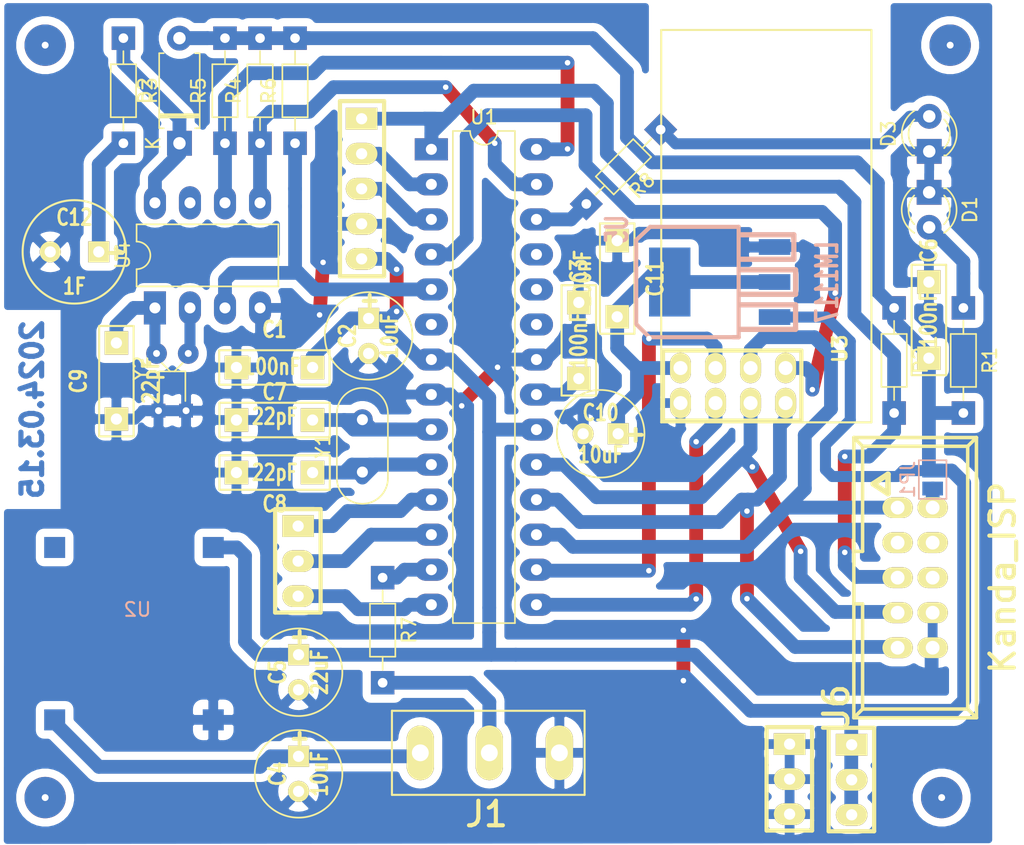
<source format=kicad_pcb>
(kicad_pcb (version 20171130) (host pcbnew 5.1.12-84ad8e8a86~92~ubuntu20.04.1)

  (general
    (thickness 1.6)
    (drawings 5)
    (tracks 347)
    (zones 0)
    (modules 41)
    (nets 42)
  )

  (page A4)
  (layers
    (0 F.Cu signal)
    (31 B.Cu signal)
    (32 B.Adhes user)
    (33 F.Adhes user)
    (34 B.Paste user)
    (35 F.Paste user)
    (36 B.SilkS user)
    (37 F.SilkS user)
    (38 B.Mask user)
    (39 F.Mask user)
    (40 Dwgs.User user)
    (41 Cmts.User user)
    (42 Eco1.User user)
    (43 Eco2.User user)
    (44 Edge.Cuts user)
    (45 Margin user)
    (46 B.CrtYd user)
    (47 F.CrtYd user)
    (48 B.Fab user)
    (49 F.Fab user)
  )

  (setup
    (last_trace_width 0.9)
    (user_trace_width 0.6)
    (user_trace_width 0.7)
    (user_trace_width 0.8)
    (user_trace_width 0.9)
    (user_trace_width 1)
    (user_trace_width 1.1)
    (user_trace_width 1.2)
    (user_trace_width 1.3)
    (trace_clearance 0.2)
    (zone_clearance 0.6)
    (zone_45_only no)
    (trace_min 0.2)
    (via_size 0.6)
    (via_drill 0.4)
    (via_min_size 0.4)
    (via_min_drill 0.3)
    (uvia_size 0.3)
    (uvia_drill 0.1)
    (uvias_allowed no)
    (uvia_min_size 0.2)
    (uvia_min_drill 0.1)
    (edge_width 0.15)
    (segment_width 0.2)
    (pcb_text_width 0.3)
    (pcb_text_size 1.5 1.5)
    (mod_edge_width 0.15)
    (mod_text_size 1 1)
    (mod_text_width 0.15)
    (pad_size 1.5 1.5)
    (pad_drill 0.5)
    (pad_to_mask_clearance 0.2)
    (aux_axis_origin 0 0)
    (visible_elements 7FFFFFFF)
    (pcbplotparams
      (layerselection 0x00030_80000001)
      (usegerberextensions false)
      (usegerberattributes true)
      (usegerberadvancedattributes true)
      (creategerberjobfile true)
      (excludeedgelayer true)
      (linewidth 0.100000)
      (plotframeref false)
      (viasonmask false)
      (mode 1)
      (useauxorigin false)
      (hpglpennumber 1)
      (hpglpenspeed 20)
      (hpglpendiameter 15.000000)
      (psnegative false)
      (psa4output false)
      (plotreference true)
      (plotvalue true)
      (plotinvisibletext false)
      (padsonsilk false)
      (subtractmaskfromsilk false)
      (outputformat 1)
      (mirror false)
      (drillshape 1)
      (scaleselection 1)
      (outputdirectory ""))
  )

  (net 0 "")
  (net 1 GND)
  (net 2 "Net-(C3-Pad1)")
  (net 3 +12V)
  (net 4 +3V3)
  (net 5 MOSI)
  (net 6 RST)
  (net 7 SCK)
  (net 8 MISO)
  (net 9 "Net-(J1-Pad2)")
  (net 10 WS2811_PIN)
  (net 11 RXD)
  (net 12 CE)
  (net 13 SS)
  (net 14 TXD)
  (net 15 "Net-(D1-Pad2)")
  (net 16 "Net-(C7-Pad2)")
  (net 17 "Net-(C8-Pad2)")
  (net 18 "Net-(C9-Pad1)")
  (net 19 "Net-(C12-Pad1)")
  (net 20 "Net-(D2-Pad1)")
  (net 21 SDA)
  (net 22 SCL)
  (net 23 INT1_RTC)
  (net 24 INT0_NRF)
  (net 25 "Net-(U1-Pad6)")
  (net 26 "Net-(U1-Pad23)")
  (net 27 "Net-(U1-Pad24)")
  (net 28 "Net-(U1-Pad25)")
  (net 29 "Net-(U4-Pad2)")
  (net 30 "Net-(U4-Pad7)")
  (net 31 PD5)
  (net 32 PD6)
  (net 33 PB0)
  (net 34 "Net-(U2-Pad4)")
  (net 35 "Net-(JP1-Pad2)")
  (net 36 +5V)
  (net 37 "Net-(U6-Pad3)")
  (net 38 "Net-(U6-Pad4)")
  (net 39 "Net-(U6-Pad6)")
  (net 40 "Net-(D3-Pad2)")
  (net 41 "Net-(R8-Pad2)")

  (net_class Default "This is the default net class."
    (clearance 0.2)
    (trace_width 0.9)
    (via_dia 0.6)
    (via_drill 0.4)
    (uvia_dia 0.3)
    (uvia_drill 0.1)
    (add_net +12V)
    (add_net +3V3)
    (add_net +5V)
    (add_net CE)
    (add_net GND)
    (add_net INT0_NRF)
    (add_net INT1_RTC)
    (add_net MISO)
    (add_net MOSI)
    (add_net "Net-(C12-Pad1)")
    (add_net "Net-(C3-Pad1)")
    (add_net "Net-(C7-Pad2)")
    (add_net "Net-(C8-Pad2)")
    (add_net "Net-(C9-Pad1)")
    (add_net "Net-(D1-Pad2)")
    (add_net "Net-(D2-Pad1)")
    (add_net "Net-(D3-Pad2)")
    (add_net "Net-(J1-Pad2)")
    (add_net "Net-(JP1-Pad2)")
    (add_net "Net-(R8-Pad2)")
    (add_net "Net-(U1-Pad23)")
    (add_net "Net-(U1-Pad24)")
    (add_net "Net-(U1-Pad25)")
    (add_net "Net-(U1-Pad6)")
    (add_net "Net-(U2-Pad4)")
    (add_net "Net-(U4-Pad2)")
    (add_net "Net-(U4-Pad7)")
    (add_net "Net-(U6-Pad3)")
    (add_net "Net-(U6-Pad4)")
    (add_net "Net-(U6-Pad6)")
    (add_net PB0)
    (add_net PD5)
    (add_net PD6)
    (add_net RST)
    (add_net RXD)
    (add_net SCK)
    (add_net SCL)
    (add_net SDA)
    (add_net SS)
    (add_net TXD)
    (add_net WS2811_PIN)
  )

  (module "Moje:C(2,5mm)" (layer F.Cu) (tedit 568E848E) (tstamp 65FDB4D7)
    (at 69.4 58.4 180)
    (path /65FF9DEA)
    (fp_text reference C10 (at 0 1.524) (layer F.SilkS)
      (effects (font (size 1.143 0.889) (thickness 0.2032)))
    )
    (fp_text value 10uF (at 0 -1.524) (layer F.SilkS)
      (effects (font (size 1.143 0.889) (thickness 0.2032)))
    )
    (fp_circle (center 0 0) (end 3.175 0) (layer F.SilkS) (width 0.127))
    (fp_text user + (at -2.54 0) (layer F.SilkS)
      (effects (font (size 1.143 1.143) (thickness 0.3048)))
    )
    (pad 1 thru_hole rect (at -1.27 0 180) (size 1.524 1.524) (drill 0.8128) (layers *.Cu *.Mask F.SilkS)
      (net 4 +3V3))
    (pad 2 thru_hole circle (at 1.27 0 180) (size 1.524 1.524) (drill 0.8128) (layers *.Cu *.Mask F.SilkS)
      (net 1 GND))
    (model discret/c_vert_c1v7.wrl
      (at (xyz 0 0 0))
      (scale (xyz 1 1 1))
      (rotate (xyz 0 0 0))
    )
  )

  (module Jumper:SolderJumper-2_P1.3mm_Open_Pad1.0x1.5mm (layer B.Cu) (tedit 5A3EABFC) (tstamp 65F52D9A)
    (at 93.472 61.722 270)
    (descr "SMD Solder Jumper, 1x1.5mm Pads, 0.3mm gap, open")
    (tags "solder jumper open")
    (path /662227C4)
    (attr virtual)
    (fp_text reference JP1 (at 0 1.8 90) (layer B.SilkS)
      (effects (font (size 1 1) (thickness 0.15)) (justify mirror))
    )
    (fp_text value Jumper (at 0 -1.9 90) (layer B.Fab)
      (effects (font (size 1 1) (thickness 0.15)) (justify mirror))
    )
    (fp_line (start 1.65 -1.25) (end -1.65 -1.25) (layer B.CrtYd) (width 0.05))
    (fp_line (start 1.65 -1.25) (end 1.65 1.25) (layer B.CrtYd) (width 0.05))
    (fp_line (start -1.65 1.25) (end -1.65 -1.25) (layer B.CrtYd) (width 0.05))
    (fp_line (start -1.65 1.25) (end 1.65 1.25) (layer B.CrtYd) (width 0.05))
    (fp_line (start -1.4 1) (end 1.4 1) (layer B.SilkS) (width 0.12))
    (fp_line (start 1.4 1) (end 1.4 -1) (layer B.SilkS) (width 0.12))
    (fp_line (start 1.4 -1) (end -1.4 -1) (layer B.SilkS) (width 0.12))
    (fp_line (start -1.4 -1) (end -1.4 1) (layer B.SilkS) (width 0.12))
    (pad 2 smd rect (at 0.65 0 270) (size 1 1.5) (layers B.Cu B.Mask)
      (net 35 "Net-(JP1-Pad2)"))
    (pad 1 smd rect (at -0.65 0 270) (size 1 1.5) (layers B.Cu B.Mask)
      (net 36 +5V))
  )

  (module Moje:C[5,5mm] (layer F.Cu) (tedit 601C5B6C) (tstamp 65F503BA)
    (at 45.744 53.594 180)
    (path /65F57377)
    (fp_text reference C1 (at 0 2.75) (layer F.SilkS)
      (effects (font (size 1.143 0.889) (thickness 0.2032)))
    )
    (fp_text value 100nF (at 0.180999 0.054999) (layer F.SilkS)
      (effects (font (size 1.143 0.889) (thickness 0.2032)))
    )
    (fp_line (start -4 -1.25) (end -4 1.25) (layer F.SilkS) (width 0.15))
    (fp_line (start -4 1.25) (end 4 1.25) (layer F.SilkS) (width 0.15))
    (fp_line (start 4 1.25) (end 4 -1) (layer F.SilkS) (width 0.15))
    (fp_line (start 4 -1) (end 4 -1.25) (layer F.SilkS) (width 0.15))
    (fp_line (start 4 -1.25) (end -4 -1.25) (layer F.SilkS) (width 0.15))
    (pad 1 thru_hole rect (at -2.77 0 180) (size 1.7 1.7) (drill 0.8128) (layers *.Cu *.Mask F.SilkS)
      (net 36 +5V))
    (pad 2 thru_hole rect (at 2.75 0 180) (size 1.7 1.7) (drill 0.8128) (layers *.Cu *.Mask F.SilkS)
      (net 1 GND))
    (model discret/c_vert_c1v7.wrl
      (at (xyz 0 0 0))
      (scale (xyz 1 1 1))
      (rotate (xyz 0 0 0))
    )
  )

  (module "Moje:C(2,5mm)" (layer F.Cu) (tedit 568E848E) (tstamp 65F503C2)
    (at 52.578 51.308 270)
    (path /65F567DD)
    (fp_text reference C2 (at 0 1.524 90) (layer F.SilkS)
      (effects (font (size 1.143 0.889) (thickness 0.2032)))
    )
    (fp_text value 10uF (at 0 -1.524 90) (layer F.SilkS)
      (effects (font (size 1.143 0.889) (thickness 0.2032)))
    )
    (fp_circle (center 0 0) (end 3.175 0) (layer F.SilkS) (width 0.127))
    (fp_text user + (at -2.54 0 90) (layer F.SilkS)
      (effects (font (size 1.143 1.143) (thickness 0.3048)))
    )
    (pad 1 thru_hole rect (at -1.27 0 270) (size 1.524 1.524) (drill 0.8128) (layers *.Cu *.Mask F.SilkS)
      (net 36 +5V))
    (pad 2 thru_hole circle (at 1.27 0 270) (size 1.524 1.524) (drill 0.8128) (layers *.Cu *.Mask F.SilkS)
      (net 1 GND))
    (model discret/c_vert_c1v7.wrl
      (at (xyz 0 0 0))
      (scale (xyz 1 1 1))
      (rotate (xyz 0 0 0))
    )
  )

  (module Moje:C[5,5mm] (layer F.Cu) (tedit 601C5B6C) (tstamp 65F503CD)
    (at 67.818 51.63 90)
    (path /660F230C)
    (fp_text reference C3 (at 5.036 0 90) (layer F.SilkS)
      (effects (font (size 1.143 0.889) (thickness 0.2032)))
    )
    (fp_text value 100nF (at 0 0 90) (layer F.SilkS)
      (effects (font (size 1.143 0.889) (thickness 0.2032)))
    )
    (fp_line (start 4 -1.25) (end -4 -1.25) (layer F.SilkS) (width 0.15))
    (fp_line (start 4 -1) (end 4 -1.25) (layer F.SilkS) (width 0.15))
    (fp_line (start 4 1.25) (end 4 -1) (layer F.SilkS) (width 0.15))
    (fp_line (start -4 1.25) (end 4 1.25) (layer F.SilkS) (width 0.15))
    (fp_line (start -4 -1.25) (end -4 1.25) (layer F.SilkS) (width 0.15))
    (pad 2 thru_hole rect (at 2.75 0 90) (size 1.7 1.7) (drill 0.8128) (layers *.Cu *.Mask F.SilkS)
      (net 1 GND))
    (pad 1 thru_hole rect (at -2.77 0 90) (size 1.7 1.7) (drill 0.8128) (layers *.Cu *.Mask F.SilkS)
      (net 2 "Net-(C3-Pad1)"))
    (model discret/c_vert_c1v7.wrl
      (at (xyz 0 0 0))
      (scale (xyz 1 1 1))
      (rotate (xyz 0 0 0))
    )
  )

  (module "Moje:C(2,5mm)" (layer F.Cu) (tedit 568E848E) (tstamp 65F503D5)
    (at 47.498 83.058 270)
    (path /65FDD05E)
    (fp_text reference C4 (at 0 1.524 90) (layer F.SilkS)
      (effects (font (size 1.143 0.889) (thickness 0.2032)))
    )
    (fp_text value 10uF (at 0 -1.524 90) (layer F.SilkS)
      (effects (font (size 1.143 0.889) (thickness 0.2032)))
    )
    (fp_circle (center 0 0) (end 3.175 0) (layer F.SilkS) (width 0.127))
    (fp_text user + (at -2.54 0 90) (layer F.SilkS)
      (effects (font (size 1.143 1.143) (thickness 0.3048)))
    )
    (pad 2 thru_hole circle (at 1.27 0 270) (size 1.524 1.524) (drill 0.8128) (layers *.Cu *.Mask F.SilkS)
      (net 1 GND))
    (pad 1 thru_hole rect (at -1.27 0 270) (size 1.524 1.524) (drill 0.8128) (layers *.Cu *.Mask F.SilkS)
      (net 3 +12V))
    (model discret/c_vert_c1v7.wrl
      (at (xyz 0 0 0))
      (scale (xyz 1 1 1))
      (rotate (xyz 0 0 0))
    )
  )

  (module "Moje:C(2,5mm)" (layer F.Cu) (tedit 568E848E) (tstamp 65F503DD)
    (at 47.498 75.692 270)
    (path /65FFE4C3)
    (fp_text reference C5 (at 0 1.524 90) (layer F.SilkS)
      (effects (font (size 1.143 0.889) (thickness 0.2032)))
    )
    (fp_text value 22uF (at 0 -1.524 90) (layer F.SilkS)
      (effects (font (size 1.143 0.889) (thickness 0.2032)))
    )
    (fp_circle (center 0 0) (end 3.175 0) (layer F.SilkS) (width 0.127))
    (fp_text user + (at -2.54 0 90) (layer F.SilkS)
      (effects (font (size 1.143 1.143) (thickness 0.3048)))
    )
    (pad 1 thru_hole rect (at -1.27 0 270) (size 1.524 1.524) (drill 0.8128) (layers *.Cu *.Mask F.SilkS)
      (net 36 +5V))
    (pad 2 thru_hole circle (at 1.27 0 270) (size 1.524 1.524) (drill 0.8128) (layers *.Cu *.Mask F.SilkS)
      (net 1 GND))
    (model discret/c_vert_c1v7.wrl
      (at (xyz 0 0 0))
      (scale (xyz 1 1 1))
      (rotate (xyz 0 0 0))
    )
  )

  (module Moje:C[5,5mm] (layer F.Cu) (tedit 601C5B6C) (tstamp 65F503E8)
    (at 93.2 50.15 90)
    (path /66026E91)
    (fp_text reference C6 (at 5.036 0 90) (layer F.SilkS)
      (effects (font (size 1.143 0.889) (thickness 0.2032)))
    )
    (fp_text value 100nF (at 0.054999 -0.027001 90) (layer F.SilkS)
      (effects (font (size 1.143 0.889) (thickness 0.2032)))
    )
    (fp_line (start 4 -1.25) (end -4 -1.25) (layer F.SilkS) (width 0.15))
    (fp_line (start 4 -1) (end 4 -1.25) (layer F.SilkS) (width 0.15))
    (fp_line (start 4 1.25) (end 4 -1) (layer F.SilkS) (width 0.15))
    (fp_line (start -4 1.25) (end 4 1.25) (layer F.SilkS) (width 0.15))
    (fp_line (start -4 -1.25) (end -4 1.25) (layer F.SilkS) (width 0.15))
    (pad 2 thru_hole rect (at 2.75 0 90) (size 1.7 1.7) (drill 0.8128) (layers *.Cu *.Mask F.SilkS)
      (net 1 GND))
    (pad 1 thru_hole rect (at -2.77 0 90) (size 1.7 1.7) (drill 0.8128) (layers *.Cu *.Mask F.SilkS)
      (net 36 +5V))
    (model discret/c_vert_c1v7.wrl
      (at (xyz 0 0 0))
      (scale (xyz 1 1 1))
      (rotate (xyz 0 0 0))
    )
  )

  (module Moje:C[5,5mm] (layer F.Cu) (tedit 601C5B6C) (tstamp 65F503F3)
    (at 45.764 57.404)
    (path /6608FEC2)
    (fp_text reference C7 (at 0 -2.032) (layer F.SilkS)
      (effects (font (size 1.143 0.889) (thickness 0.2032)))
    )
    (fp_text value 22pF (at 0 -0.254) (layer F.SilkS)
      (effects (font (size 1.143 0.889) (thickness 0.2032)))
    )
    (fp_line (start 4 -1.25) (end -4 -1.25) (layer F.SilkS) (width 0.15))
    (fp_line (start 4 -1) (end 4 -1.25) (layer F.SilkS) (width 0.15))
    (fp_line (start 4 1.25) (end 4 -1) (layer F.SilkS) (width 0.15))
    (fp_line (start -4 1.25) (end 4 1.25) (layer F.SilkS) (width 0.15))
    (fp_line (start -4 -1.25) (end -4 1.25) (layer F.SilkS) (width 0.15))
    (pad 2 thru_hole rect (at 2.75 0) (size 1.7 1.7) (drill 0.8128) (layers *.Cu *.Mask F.SilkS)
      (net 16 "Net-(C7-Pad2)"))
    (pad 1 thru_hole rect (at -2.77 0) (size 1.7 1.7) (drill 0.8128) (layers *.Cu *.Mask F.SilkS)
      (net 1 GND))
    (model discret/c_vert_c1v7.wrl
      (at (xyz 0 0 0))
      (scale (xyz 1 1 1))
      (rotate (xyz 0 0 0))
    )
  )

  (module Moje:C[5,5mm] (layer F.Cu) (tedit 601C5B6C) (tstamp 65F503FE)
    (at 45.764 61.214)
    (path /660B022E)
    (fp_text reference C8 (at 0 2.286) (layer F.SilkS)
      (effects (font (size 1.143 0.889) (thickness 0.2032)))
    )
    (fp_text value 22pF (at 0 0) (layer F.SilkS)
      (effects (font (size 1.143 0.889) (thickness 0.2032)))
    )
    (fp_line (start -4 -1.25) (end -4 1.25) (layer F.SilkS) (width 0.15))
    (fp_line (start -4 1.25) (end 4 1.25) (layer F.SilkS) (width 0.15))
    (fp_line (start 4 1.25) (end 4 -1) (layer F.SilkS) (width 0.15))
    (fp_line (start 4 -1) (end 4 -1.25) (layer F.SilkS) (width 0.15))
    (fp_line (start 4 -1.25) (end -4 -1.25) (layer F.SilkS) (width 0.15))
    (pad 1 thru_hole rect (at -2.77 0) (size 1.7 1.7) (drill 0.8128) (layers *.Cu *.Mask F.SilkS)
      (net 1 GND))
    (pad 2 thru_hole rect (at 2.75 0) (size 1.7 1.7) (drill 0.8128) (layers *.Cu *.Mask F.SilkS)
      (net 17 "Net-(C8-Pad2)"))
    (model discret/c_vert_c1v7.wrl
      (at (xyz 0 0 0))
      (scale (xyz 1 1 1))
      (rotate (xyz 0 0 0))
    )
  )

  (module Moje:C[5,5mm] (layer F.Cu) (tedit 601C5B6C) (tstamp 65F50409)
    (at 34.29 54.586 270)
    (path /6603181C)
    (fp_text reference C9 (at 0 2.75 90) (layer F.SilkS)
      (effects (font (size 1.143 0.889) (thickness 0.2032)))
    )
    (fp_text value 22pF (at 0 -2.5 90) (layer F.SilkS)
      (effects (font (size 1.143 0.889) (thickness 0.2032)))
    )
    (fp_line (start -4 -1.25) (end -4 1.25) (layer F.SilkS) (width 0.15))
    (fp_line (start -4 1.25) (end 4 1.25) (layer F.SilkS) (width 0.15))
    (fp_line (start 4 1.25) (end 4 -1) (layer F.SilkS) (width 0.15))
    (fp_line (start 4 -1) (end 4 -1.25) (layer F.SilkS) (width 0.15))
    (fp_line (start 4 -1.25) (end -4 -1.25) (layer F.SilkS) (width 0.15))
    (pad 1 thru_hole rect (at -2.77 0 270) (size 1.7 1.7) (drill 0.8128) (layers *.Cu *.Mask F.SilkS)
      (net 18 "Net-(C9-Pad1)"))
    (pad 2 thru_hole rect (at 2.75 0 270) (size 1.7 1.7) (drill 0.8128) (layers *.Cu *.Mask F.SilkS)
      (net 1 GND))
    (model discret/c_vert_c1v7.wrl
      (at (xyz 0 0 0))
      (scale (xyz 1 1 1))
      (rotate (xyz 0 0 0))
    )
  )

  (module "Moje:C(3,5mm)" (layer F.Cu) (tedit 568E8449) (tstamp 65F50411)
    (at 31.242 45.212 180)
    (path /5CB91015)
    (fp_text reference C12 (at 0 2.5) (layer F.SilkS)
      (effects (font (size 1.143 0.889) (thickness 0.2032)))
    )
    (fp_text value 1F (at 0 -2.5) (layer F.SilkS)
      (effects (font (size 1.143 0.889) (thickness 0.2032)))
    )
    (fp_circle (center 0 0) (end 3 2.25) (layer F.SilkS) (width 0.15))
    (fp_text user + (at -3.04 0) (layer F.SilkS)
      (effects (font (size 1.143 1.143) (thickness 0.3048)))
    )
    (pad 1 thru_hole rect (at -1.77 0 180) (size 1.524 1.524) (drill 0.8128) (layers *.Cu *.Mask F.SilkS)
      (net 19 "Net-(C12-Pad1)"))
    (pad 2 thru_hole circle (at 1.75 0 180) (size 1.524 1.524) (drill 0.8128) (layers *.Cu *.Mask F.SilkS)
      (net 1 GND))
    (model discret/c_vert_c1v7.wrl
      (at (xyz 0 0 0))
      (scale (xyz 1 1 1))
      (rotate (xyz 0 0 0))
    )
  )

  (module LED_THT:LED_D3.0mm (layer F.Cu) (tedit 587A3A7B) (tstamp 65F50424)
    (at 93.218 40.894 270)
    (descr "LED, diameter 3.0mm, 2 pins")
    (tags "LED diameter 3.0mm 2 pins")
    (path /66035016)
    (fp_text reference D1 (at 1.27 -2.96 90) (layer F.SilkS)
      (effects (font (size 1 1) (thickness 0.15)))
    )
    (fp_text value LED (at 1.27 2.96 90) (layer F.Fab)
      (effects (font (size 1 1) (thickness 0.15)))
    )
    (fp_line (start 3.7 -2.25) (end -1.15 -2.25) (layer F.CrtYd) (width 0.05))
    (fp_line (start 3.7 2.25) (end 3.7 -2.25) (layer F.CrtYd) (width 0.05))
    (fp_line (start -1.15 2.25) (end 3.7 2.25) (layer F.CrtYd) (width 0.05))
    (fp_line (start -1.15 -2.25) (end -1.15 2.25) (layer F.CrtYd) (width 0.05))
    (fp_line (start -0.29 1.08) (end -0.29 1.236) (layer F.SilkS) (width 0.12))
    (fp_line (start -0.29 -1.236) (end -0.29 -1.08) (layer F.SilkS) (width 0.12))
    (fp_line (start -0.23 -1.16619) (end -0.23 1.16619) (layer F.Fab) (width 0.1))
    (fp_circle (center 1.27 0) (end 2.77 0) (layer F.Fab) (width 0.1))
    (fp_arc (start 1.27 0) (end -0.23 -1.16619) (angle 284.3) (layer F.Fab) (width 0.1))
    (fp_arc (start 1.27 0) (end -0.29 -1.235516) (angle 108.8) (layer F.SilkS) (width 0.12))
    (fp_arc (start 1.27 0) (end -0.29 1.235516) (angle -108.8) (layer F.SilkS) (width 0.12))
    (fp_arc (start 1.27 0) (end 0.229039 -1.08) (angle 87.9) (layer F.SilkS) (width 0.12))
    (fp_arc (start 1.27 0) (end 0.229039 1.08) (angle -87.9) (layer F.SilkS) (width 0.12))
    (pad 1 thru_hole rect (at 0 0 270) (size 1.8 1.8) (drill 0.9) (layers *.Cu *.Mask)
      (net 1 GND))
    (pad 2 thru_hole circle (at 2.54 0 270) (size 1.8 1.8) (drill 0.9) (layers *.Cu *.Mask)
      (net 15 "Net-(D1-Pad2)"))
    (model ${KISYS3DMOD}/LED_THT.3dshapes/LED_D3.0mm.wrl
      (at (xyz 0 0 0))
      (scale (xyz 1 1 1))
      (rotate (xyz 0 0 0))
    )
  )

  (module Diode_THT:D_A-405_P7.62mm_Horizontal (layer F.Cu) (tedit 5AE50CD5) (tstamp 65F50443)
    (at 38.862 37.338 90)
    (descr "Diode, A-405 series, Axial, Horizontal, pin pitch=7.62mm, , length*diameter=5.2*2.7mm^2, , http://www.diodes.com/_files/packages/A-405.pdf")
    (tags "Diode A-405 series Axial Horizontal pin pitch 7.62mm  length 5.2mm diameter 2.7mm")
    (path /6603BDB4)
    (fp_text reference D2 (at 3.81 -2.47 90) (layer F.SilkS)
      (effects (font (size 1 1) (thickness 0.15)))
    )
    (fp_text value D_Schottky (at 3.81 2.47 90) (layer F.Fab)
      (effects (font (size 1 1) (thickness 0.15)))
    )
    (fp_line (start 8.77 -1.6) (end -1.15 -1.6) (layer F.CrtYd) (width 0.05))
    (fp_line (start 8.77 1.6) (end 8.77 -1.6) (layer F.CrtYd) (width 0.05))
    (fp_line (start -1.15 1.6) (end 8.77 1.6) (layer F.CrtYd) (width 0.05))
    (fp_line (start -1.15 -1.6) (end -1.15 1.6) (layer F.CrtYd) (width 0.05))
    (fp_line (start 1.87 -1.47) (end 1.87 1.47) (layer F.SilkS) (width 0.12))
    (fp_line (start 2.11 -1.47) (end 2.11 1.47) (layer F.SilkS) (width 0.12))
    (fp_line (start 1.99 -1.47) (end 1.99 1.47) (layer F.SilkS) (width 0.12))
    (fp_line (start 6.53 1.47) (end 6.53 1.14) (layer F.SilkS) (width 0.12))
    (fp_line (start 1.09 1.47) (end 6.53 1.47) (layer F.SilkS) (width 0.12))
    (fp_line (start 1.09 1.14) (end 1.09 1.47) (layer F.SilkS) (width 0.12))
    (fp_line (start 6.53 -1.47) (end 6.53 -1.14) (layer F.SilkS) (width 0.12))
    (fp_line (start 1.09 -1.47) (end 6.53 -1.47) (layer F.SilkS) (width 0.12))
    (fp_line (start 1.09 -1.14) (end 1.09 -1.47) (layer F.SilkS) (width 0.12))
    (fp_line (start 1.89 -1.35) (end 1.89 1.35) (layer F.Fab) (width 0.1))
    (fp_line (start 2.09 -1.35) (end 2.09 1.35) (layer F.Fab) (width 0.1))
    (fp_line (start 1.99 -1.35) (end 1.99 1.35) (layer F.Fab) (width 0.1))
    (fp_line (start 7.62 0) (end 6.41 0) (layer F.Fab) (width 0.1))
    (fp_line (start 0 0) (end 1.21 0) (layer F.Fab) (width 0.1))
    (fp_line (start 6.41 -1.35) (end 1.21 -1.35) (layer F.Fab) (width 0.1))
    (fp_line (start 6.41 1.35) (end 6.41 -1.35) (layer F.Fab) (width 0.1))
    (fp_line (start 1.21 1.35) (end 6.41 1.35) (layer F.Fab) (width 0.1))
    (fp_line (start 1.21 -1.35) (end 1.21 1.35) (layer F.Fab) (width 0.1))
    (fp_text user %R (at 4.2 0 90) (layer F.Fab)
      (effects (font (size 1 1) (thickness 0.15)))
    )
    (fp_text user K (at 0 -1.9 90) (layer F.Fab)
      (effects (font (size 1 1) (thickness 0.15)))
    )
    (fp_text user K (at 0 -1.9 90) (layer F.SilkS)
      (effects (font (size 1 1) (thickness 0.15)))
    )
    (pad 1 thru_hole rect (at 0 0 90) (size 1.8 1.8) (drill 0.9) (layers *.Cu *.Mask)
      (net 20 "Net-(D2-Pad1)"))
    (pad 2 thru_hole oval (at 7.62 0 90) (size 1.8 1.8) (drill 0.9) (layers *.Cu *.Mask)
      (net 36 +5V))
    (model ${KISYS3DMOD}/Diode_THT.3dshapes/D_A-405_P7.62mm_Horizontal.wrl
      (at (xyz 0 0 0))
      (scale (xyz 1 1 1))
      (rotate (xyz 0 0 0))
    )
  )

  (module Moje:ARK_3PIN (layer F.Cu) (tedit 6404C8A0) (tstamp 65F5044E)
    (at 61.126 81.534)
    (descr CONNECTOR)
    (tags CONNECTOR)
    (path /65F8C23F)
    (attr virtual)
    (fp_text reference J1 (at 0 4.445) (layer F.SilkS)
      (effects (font (size 1.778 1.778) (thickness 0.3)))
    )
    (fp_text value ARK_01x03 (at 0 4) (layer F.SilkS) hide
      (effects (font (size 1.778 1.778) (thickness 0.3)))
    )
    (fp_line (start -6.858 3.048) (end -6.858 -3.048) (layer F.SilkS) (width 0.15))
    (fp_line (start 7.112 3.048) (end -6.858 3.048) (layer F.SilkS) (width 0.15))
    (fp_line (start -6.858 -3.048) (end 7.112 -3.048) (layer F.SilkS) (width 0.15))
    (fp_line (start 7.112 -3.048) (end 7.112 3.048) (layer F.SilkS) (width 0.15))
    (pad 3 thru_hole oval (at 5.2832 0) (size 1.9812 3.9624) (drill 1.2208) (layers *.Cu F.Paste F.SilkS F.Mask)
      (net 1 GND))
    (pad 1 thru_hole oval (at -4.8006 0) (size 1.9812 3.9624) (drill 1.2208) (layers *.Cu F.Paste F.SilkS F.Mask)
      (net 3 +12V))
    (pad 2 thru_hole oval (at 0.2032 0) (size 1.9812 3.9624) (drill 1.2208) (layers *.Cu F.Paste F.SilkS F.Mask)
      (net 9 "Net-(J1-Pad2)"))
  )

  (module Moje:R_MY_DIN0204_L3.6mm_D1.6mm_P7.62mm (layer F.Cu) (tedit 601C5F6C) (tstamp 65F514E0)
    (at 95.7 49.276 270)
    (descr "Resistor, Axial_DIN0204 series, Axial, Horizontal, pin pitch=7.62mm, 0.167W, length*diameter=3.6*1.6mm^2, http://cdn-reichelt.de/documents/datenblatt/B400/1_4W%23YAG.pdf")
    (tags "Resistor Axial_DIN0204 series Axial Horizontal pin pitch 7.62mm 0.167W length 3.6mm diameter 1.6mm")
    (path /6603B439)
    (fp_text reference R1 (at 3.81 -1.92 90) (layer F.SilkS)
      (effects (font (size 1 1) (thickness 0.15)))
    )
    (fp_text value 1k (at 3.81 1.92 90) (layer F.Fab)
      (effects (font (size 1 1) (thickness 0.15)))
    )
    (fp_line (start 2.01 -0.8) (end 2.01 0.8) (layer F.Fab) (width 0.1))
    (fp_line (start 2.01 0.8) (end 5.61 0.8) (layer F.Fab) (width 0.1))
    (fp_line (start 5.61 0.8) (end 5.61 -0.8) (layer F.Fab) (width 0.1))
    (fp_line (start 5.61 -0.8) (end 2.01 -0.8) (layer F.Fab) (width 0.1))
    (fp_line (start 0 0) (end 2.01 0) (layer F.Fab) (width 0.1))
    (fp_line (start 7.62 0) (end 5.61 0) (layer F.Fab) (width 0.1))
    (fp_line (start 1.89 -0.92) (end 1.89 0.92) (layer F.SilkS) (width 0.12))
    (fp_line (start 1.89 0.92) (end 5.73 0.92) (layer F.SilkS) (width 0.12))
    (fp_line (start 5.73 0.92) (end 5.73 -0.92) (layer F.SilkS) (width 0.12))
    (fp_line (start 5.73 -0.92) (end 1.89 -0.92) (layer F.SilkS) (width 0.12))
    (fp_line (start 0.94 0) (end 1.89 0) (layer F.SilkS) (width 0.12))
    (fp_line (start 6.68 0) (end 5.73 0) (layer F.SilkS) (width 0.12))
    (fp_line (start -0.95 -1.05) (end -0.95 1.05) (layer F.CrtYd) (width 0.05))
    (fp_line (start -0.95 1.05) (end 8.57 1.05) (layer F.CrtYd) (width 0.05))
    (fp_line (start 8.57 1.05) (end 8.57 -1.05) (layer F.CrtYd) (width 0.05))
    (fp_line (start 8.57 -1.05) (end -0.95 -1.05) (layer F.CrtYd) (width 0.05))
    (fp_text user %R (at 3.81 0 90) (layer F.Fab)
      (effects (font (size 0.72 0.72) (thickness 0.108)))
    )
    (pad 2 thru_hole rect (at 7.62 0 270) (size 1.7 1.7) (drill 0.7) (layers *.Cu *.Mask)
      (net 36 +5V))
    (pad 1 thru_hole rect (at 0 0 270) (size 1.7 1.7) (drill 0.7) (layers *.Cu *.Mask)
      (net 15 "Net-(D1-Pad2)"))
    (model ${KISYS3DMOD}/Resistor_THT.3dshapes/R_Axial_DIN0204_L3.6mm_D1.6mm_P7.62mm_Horizontal.wrl
      (at (xyz 0 0 0))
      (scale (xyz 1 1 1))
      (rotate (xyz 0 0 0))
    )
  )

  (module Moje:R_MY_DIN0204_L3.6mm_D1.6mm_P7.62mm (layer F.Cu) (tedit 601C5F6C) (tstamp 65F5049C)
    (at 90.678 49.276 270)
    (descr "Resistor, Axial_DIN0204 series, Axial, Horizontal, pin pitch=7.62mm, 0.167W, length*diameter=3.6*1.6mm^2, http://cdn-reichelt.de/documents/datenblatt/B400/1_4W%23YAG.pdf")
    (tags "Resistor Axial_DIN0204 series Axial Horizontal pin pitch 7.62mm 0.167W length 3.6mm diameter 1.6mm")
    (path /65FC77C7)
    (fp_text reference R2 (at 3.81 -1.92 90) (layer F.SilkS)
      (effects (font (size 1 1) (thickness 0.15)))
    )
    (fp_text value 10k (at 3.81 1.92 90) (layer F.Fab)
      (effects (font (size 1 1) (thickness 0.15)))
    )
    (fp_line (start 2.01 -0.8) (end 2.01 0.8) (layer F.Fab) (width 0.1))
    (fp_line (start 2.01 0.8) (end 5.61 0.8) (layer F.Fab) (width 0.1))
    (fp_line (start 5.61 0.8) (end 5.61 -0.8) (layer F.Fab) (width 0.1))
    (fp_line (start 5.61 -0.8) (end 2.01 -0.8) (layer F.Fab) (width 0.1))
    (fp_line (start 0 0) (end 2.01 0) (layer F.Fab) (width 0.1))
    (fp_line (start 7.62 0) (end 5.61 0) (layer F.Fab) (width 0.1))
    (fp_line (start 1.89 -0.92) (end 1.89 0.92) (layer F.SilkS) (width 0.12))
    (fp_line (start 1.89 0.92) (end 5.73 0.92) (layer F.SilkS) (width 0.12))
    (fp_line (start 5.73 0.92) (end 5.73 -0.92) (layer F.SilkS) (width 0.12))
    (fp_line (start 5.73 -0.92) (end 1.89 -0.92) (layer F.SilkS) (width 0.12))
    (fp_line (start 0.94 0) (end 1.89 0) (layer F.SilkS) (width 0.12))
    (fp_line (start 6.68 0) (end 5.73 0) (layer F.SilkS) (width 0.12))
    (fp_line (start -0.95 -1.05) (end -0.95 1.05) (layer F.CrtYd) (width 0.05))
    (fp_line (start -0.95 1.05) (end 8.57 1.05) (layer F.CrtYd) (width 0.05))
    (fp_line (start 8.57 1.05) (end 8.57 -1.05) (layer F.CrtYd) (width 0.05))
    (fp_line (start 8.57 -1.05) (end -0.95 -1.05) (layer F.CrtYd) (width 0.05))
    (fp_text user %R (at 3.81 0 90) (layer F.Fab)
      (effects (font (size 0.72 0.72) (thickness 0.108)))
    )
    (pad 2 thru_hole rect (at 7.62 0 270) (size 1.7 1.7) (drill 0.7) (layers *.Cu *.Mask)
      (net 6 RST))
    (pad 1 thru_hole rect (at 0 0 270) (size 1.7 1.7) (drill 0.7) (layers *.Cu *.Mask)
      (net 36 +5V))
    (model ${KISYS3DMOD}/Resistor_THT.3dshapes/R_Axial_DIN0204_L3.6mm_D1.6mm_P7.62mm_Horizontal.wrl
      (at (xyz 0 0 0))
      (scale (xyz 1 1 1))
      (rotate (xyz 0 0 0))
    )
  )

  (module Moje:R_MY_DIN0204_L3.6mm_D1.6mm_P7.62mm (layer F.Cu) (tedit 601C5F6C) (tstamp 65F504B3)
    (at 34.798 29.718 270)
    (descr "Resistor, Axial_DIN0204 series, Axial, Horizontal, pin pitch=7.62mm, 0.167W, length*diameter=3.6*1.6mm^2, http://cdn-reichelt.de/documents/datenblatt/B400/1_4W%23YAG.pdf")
    (tags "Resistor Axial_DIN0204 series Axial Horizontal pin pitch 7.62mm 0.167W length 3.6mm diameter 1.6mm")
    (path /66035547)
    (fp_text reference R3 (at 3.81 -1.92 90) (layer F.SilkS)
      (effects (font (size 1 1) (thickness 0.15)))
    )
    (fp_text value 68r (at 3.81 1.92 90) (layer F.Fab)
      (effects (font (size 1 1) (thickness 0.15)))
    )
    (fp_line (start 8.57 -1.05) (end -0.95 -1.05) (layer F.CrtYd) (width 0.05))
    (fp_line (start 8.57 1.05) (end 8.57 -1.05) (layer F.CrtYd) (width 0.05))
    (fp_line (start -0.95 1.05) (end 8.57 1.05) (layer F.CrtYd) (width 0.05))
    (fp_line (start -0.95 -1.05) (end -0.95 1.05) (layer F.CrtYd) (width 0.05))
    (fp_line (start 6.68 0) (end 5.73 0) (layer F.SilkS) (width 0.12))
    (fp_line (start 0.94 0) (end 1.89 0) (layer F.SilkS) (width 0.12))
    (fp_line (start 5.73 -0.92) (end 1.89 -0.92) (layer F.SilkS) (width 0.12))
    (fp_line (start 5.73 0.92) (end 5.73 -0.92) (layer F.SilkS) (width 0.12))
    (fp_line (start 1.89 0.92) (end 5.73 0.92) (layer F.SilkS) (width 0.12))
    (fp_line (start 1.89 -0.92) (end 1.89 0.92) (layer F.SilkS) (width 0.12))
    (fp_line (start 7.62 0) (end 5.61 0) (layer F.Fab) (width 0.1))
    (fp_line (start 0 0) (end 2.01 0) (layer F.Fab) (width 0.1))
    (fp_line (start 5.61 -0.8) (end 2.01 -0.8) (layer F.Fab) (width 0.1))
    (fp_line (start 5.61 0.8) (end 5.61 -0.8) (layer F.Fab) (width 0.1))
    (fp_line (start 2.01 0.8) (end 5.61 0.8) (layer F.Fab) (width 0.1))
    (fp_line (start 2.01 -0.8) (end 2.01 0.8) (layer F.Fab) (width 0.1))
    (fp_text user %R (at 3.81 0 90) (layer F.Fab)
      (effects (font (size 0.72 0.72) (thickness 0.108)))
    )
    (pad 1 thru_hole rect (at 0 0 270) (size 1.7 1.7) (drill 0.7) (layers *.Cu *.Mask)
      (net 20 "Net-(D2-Pad1)"))
    (pad 2 thru_hole rect (at 7.62 0 270) (size 1.7 1.7) (drill 0.7) (layers *.Cu *.Mask)
      (net 19 "Net-(C12-Pad1)"))
    (model ${KISYS3DMOD}/Resistor_THT.3dshapes/R_Axial_DIN0204_L3.6mm_D1.6mm_P7.62mm_Horizontal.wrl
      (at (xyz 0 0 0))
      (scale (xyz 1 1 1))
      (rotate (xyz 0 0 0))
    )
  )

  (module Moje:R_MY_DIN0204_L3.6mm_D1.6mm_P7.62mm (layer F.Cu) (tedit 601C5F6C) (tstamp 65F517DD)
    (at 44.704 37.338 90)
    (descr "Resistor, Axial_DIN0204 series, Axial, Horizontal, pin pitch=7.62mm, 0.167W, length*diameter=3.6*1.6mm^2, http://cdn-reichelt.de/documents/datenblatt/B400/1_4W%23YAG.pdf")
    (tags "Resistor Axial_DIN0204 series Axial Horizontal pin pitch 7.62mm 0.167W length 3.6mm diameter 1.6mm")
    (path /66038F29)
    (fp_text reference R4 (at 3.81 -1.92 90) (layer F.SilkS)
      (effects (font (size 1 1) (thickness 0.15)))
    )
    (fp_text value 4,7k (at 3.81 1.92 90) (layer F.Fab)
      (effects (font (size 1 1) (thickness 0.15)))
    )
    (fp_line (start 8.57 -1.05) (end -0.95 -1.05) (layer F.CrtYd) (width 0.05))
    (fp_line (start 8.57 1.05) (end 8.57 -1.05) (layer F.CrtYd) (width 0.05))
    (fp_line (start -0.95 1.05) (end 8.57 1.05) (layer F.CrtYd) (width 0.05))
    (fp_line (start -0.95 -1.05) (end -0.95 1.05) (layer F.CrtYd) (width 0.05))
    (fp_line (start 6.68 0) (end 5.73 0) (layer F.SilkS) (width 0.12))
    (fp_line (start 0.94 0) (end 1.89 0) (layer F.SilkS) (width 0.12))
    (fp_line (start 5.73 -0.92) (end 1.89 -0.92) (layer F.SilkS) (width 0.12))
    (fp_line (start 5.73 0.92) (end 5.73 -0.92) (layer F.SilkS) (width 0.12))
    (fp_line (start 1.89 0.92) (end 5.73 0.92) (layer F.SilkS) (width 0.12))
    (fp_line (start 1.89 -0.92) (end 1.89 0.92) (layer F.SilkS) (width 0.12))
    (fp_line (start 7.62 0) (end 5.61 0) (layer F.Fab) (width 0.1))
    (fp_line (start 0 0) (end 2.01 0) (layer F.Fab) (width 0.1))
    (fp_line (start 5.61 -0.8) (end 2.01 -0.8) (layer F.Fab) (width 0.1))
    (fp_line (start 5.61 0.8) (end 5.61 -0.8) (layer F.Fab) (width 0.1))
    (fp_line (start 2.01 0.8) (end 5.61 0.8) (layer F.Fab) (width 0.1))
    (fp_line (start 2.01 -0.8) (end 2.01 0.8) (layer F.Fab) (width 0.1))
    (fp_text user %R (at 3.81 0 90) (layer F.Fab)
      (effects (font (size 0.72 0.72) (thickness 0.108)))
    )
    (pad 1 thru_hole rect (at 0 0 90) (size 1.7 1.7) (drill 0.7) (layers *.Cu *.Mask)
      (net 21 SDA))
    (pad 2 thru_hole rect (at 7.62 0 90) (size 1.7 1.7) (drill 0.7) (layers *.Cu *.Mask)
      (net 36 +5V))
    (model ${KISYS3DMOD}/Resistor_THT.3dshapes/R_Axial_DIN0204_L3.6mm_D1.6mm_P7.62mm_Horizontal.wrl
      (at (xyz 0 0 0))
      (scale (xyz 1 1 1))
      (rotate (xyz 0 0 0))
    )
  )

  (module Moje:R_MY_DIN0204_L3.6mm_D1.6mm_P7.62mm (layer F.Cu) (tedit 601C5F6C) (tstamp 65F504E1)
    (at 42.164 37.338 90)
    (descr "Resistor, Axial_DIN0204 series, Axial, Horizontal, pin pitch=7.62mm, 0.167W, length*diameter=3.6*1.6mm^2, http://cdn-reichelt.de/documents/datenblatt/B400/1_4W%23YAG.pdf")
    (tags "Resistor Axial_DIN0204 series Axial Horizontal pin pitch 7.62mm 0.167W length 3.6mm diameter 1.6mm")
    (path /66038C96)
    (fp_text reference R5 (at 3.81 -1.92 90) (layer F.SilkS)
      (effects (font (size 1 1) (thickness 0.15)))
    )
    (fp_text value 4,7k (at 3.81 1.92 90) (layer F.Fab)
      (effects (font (size 1 1) (thickness 0.15)))
    )
    (fp_line (start 8.57 -1.05) (end -0.95 -1.05) (layer F.CrtYd) (width 0.05))
    (fp_line (start 8.57 1.05) (end 8.57 -1.05) (layer F.CrtYd) (width 0.05))
    (fp_line (start -0.95 1.05) (end 8.57 1.05) (layer F.CrtYd) (width 0.05))
    (fp_line (start -0.95 -1.05) (end -0.95 1.05) (layer F.CrtYd) (width 0.05))
    (fp_line (start 6.68 0) (end 5.73 0) (layer F.SilkS) (width 0.12))
    (fp_line (start 0.94 0) (end 1.89 0) (layer F.SilkS) (width 0.12))
    (fp_line (start 5.73 -0.92) (end 1.89 -0.92) (layer F.SilkS) (width 0.12))
    (fp_line (start 5.73 0.92) (end 5.73 -0.92) (layer F.SilkS) (width 0.12))
    (fp_line (start 1.89 0.92) (end 5.73 0.92) (layer F.SilkS) (width 0.12))
    (fp_line (start 1.89 -0.92) (end 1.89 0.92) (layer F.SilkS) (width 0.12))
    (fp_line (start 7.62 0) (end 5.61 0) (layer F.Fab) (width 0.1))
    (fp_line (start 0 0) (end 2.01 0) (layer F.Fab) (width 0.1))
    (fp_line (start 5.61 -0.8) (end 2.01 -0.8) (layer F.Fab) (width 0.1))
    (fp_line (start 5.61 0.8) (end 5.61 -0.8) (layer F.Fab) (width 0.1))
    (fp_line (start 2.01 0.8) (end 5.61 0.8) (layer F.Fab) (width 0.1))
    (fp_line (start 2.01 -0.8) (end 2.01 0.8) (layer F.Fab) (width 0.1))
    (fp_text user %R (at 3.81 0 90) (layer F.Fab)
      (effects (font (size 0.72 0.72) (thickness 0.108)))
    )
    (pad 1 thru_hole rect (at 0 0 90) (size 1.7 1.7) (drill 0.7) (layers *.Cu *.Mask)
      (net 22 SCL))
    (pad 2 thru_hole rect (at 7.62 0 90) (size 1.7 1.7) (drill 0.7) (layers *.Cu *.Mask)
      (net 36 +5V))
    (model ${KISYS3DMOD}/Resistor_THT.3dshapes/R_Axial_DIN0204_L3.6mm_D1.6mm_P7.62mm_Horizontal.wrl
      (at (xyz 0 0 0))
      (scale (xyz 1 1 1))
      (rotate (xyz 0 0 0))
    )
  )

  (module Moje:R_MY_DIN0204_L3.6mm_D1.6mm_P7.62mm (layer F.Cu) (tedit 601C5F6C) (tstamp 65F504F8)
    (at 47.244 37.338 90)
    (descr "Resistor, Axial_DIN0204 series, Axial, Horizontal, pin pitch=7.62mm, 0.167W, length*diameter=3.6*1.6mm^2, http://cdn-reichelt.de/documents/datenblatt/B400/1_4W%23YAG.pdf")
    (tags "Resistor Axial_DIN0204 series Axial Horizontal pin pitch 7.62mm 0.167W length 3.6mm diameter 1.6mm")
    (path /66037133)
    (fp_text reference R6 (at 3.81 -1.92 90) (layer F.SilkS)
      (effects (font (size 1 1) (thickness 0.15)))
    )
    (fp_text value 4,7k (at 3.81 1.92 90) (layer F.Fab)
      (effects (font (size 1 1) (thickness 0.15)))
    )
    (fp_line (start 2.01 -0.8) (end 2.01 0.8) (layer F.Fab) (width 0.1))
    (fp_line (start 2.01 0.8) (end 5.61 0.8) (layer F.Fab) (width 0.1))
    (fp_line (start 5.61 0.8) (end 5.61 -0.8) (layer F.Fab) (width 0.1))
    (fp_line (start 5.61 -0.8) (end 2.01 -0.8) (layer F.Fab) (width 0.1))
    (fp_line (start 0 0) (end 2.01 0) (layer F.Fab) (width 0.1))
    (fp_line (start 7.62 0) (end 5.61 0) (layer F.Fab) (width 0.1))
    (fp_line (start 1.89 -0.92) (end 1.89 0.92) (layer F.SilkS) (width 0.12))
    (fp_line (start 1.89 0.92) (end 5.73 0.92) (layer F.SilkS) (width 0.12))
    (fp_line (start 5.73 0.92) (end 5.73 -0.92) (layer F.SilkS) (width 0.12))
    (fp_line (start 5.73 -0.92) (end 1.89 -0.92) (layer F.SilkS) (width 0.12))
    (fp_line (start 0.94 0) (end 1.89 0) (layer F.SilkS) (width 0.12))
    (fp_line (start 6.68 0) (end 5.73 0) (layer F.SilkS) (width 0.12))
    (fp_line (start -0.95 -1.05) (end -0.95 1.05) (layer F.CrtYd) (width 0.05))
    (fp_line (start -0.95 1.05) (end 8.57 1.05) (layer F.CrtYd) (width 0.05))
    (fp_line (start 8.57 1.05) (end 8.57 -1.05) (layer F.CrtYd) (width 0.05))
    (fp_line (start 8.57 -1.05) (end -0.95 -1.05) (layer F.CrtYd) (width 0.05))
    (fp_text user %R (at 3.81 0 90) (layer F.Fab)
      (effects (font (size 0.72 0.72) (thickness 0.108)))
    )
    (pad 2 thru_hole rect (at 7.62 0 90) (size 1.7 1.7) (drill 0.7) (layers *.Cu *.Mask)
      (net 36 +5V))
    (pad 1 thru_hole rect (at 0 0 90) (size 1.7 1.7) (drill 0.7) (layers *.Cu *.Mask)
      (net 23 INT1_RTC))
    (model ${KISYS3DMOD}/Resistor_THT.3dshapes/R_Axial_DIN0204_L3.6mm_D1.6mm_P7.62mm_Horizontal.wrl
      (at (xyz 0 0 0))
      (scale (xyz 1 1 1))
      (rotate (xyz 0 0 0))
    )
  )

  (module Moje:NRF24l01 (layer F.Cu) (tedit 6404C6D3) (tstamp 65F5053C)
    (at 79.126 54.778 270)
    (descr "Double rangee de contacts 2 x 5 pins")
    (tags CONN)
    (path /65F55076)
    (fp_text reference U3 (at -2.54 -7.62 270) (layer F.SilkS)
      (effects (font (size 1.016 1.016) (thickness 0.2032)))
    )
    (fp_text value NRF24l04 (at -24.384 -8.89 270) (layer F.SilkS) hide
      (effects (font (size 1.016 1.016) (thickness 0.2032)))
    )
    (fp_line (start -25.654 5.334) (end -25.654 -9.906) (layer F.SilkS) (width 0.15))
    (fp_line (start -25.654 -9.906) (end 2.794 -9.906) (layer F.SilkS) (width 0.15))
    (fp_line (start 2.794 -9.906) (end 2.794 5.334) (layer F.SilkS) (width 0.15))
    (fp_line (start 2.794 5.334) (end -25.654 5.334) (layer F.SilkS) (width 0.15))
    (fp_line (start 2.667 -4.826) (end 2.667 5.207) (layer F.SilkS) (width 0.3048))
    (fp_line (start -2.413 5.207) (end -2.413 -4.826) (layer F.SilkS) (width 0.3048))
    (fp_line (start -2.413 -4.826) (end 2.667 -4.826) (layer F.SilkS) (width 0.3048))
    (fp_line (start 2.667 5.207) (end -2.413 5.207) (layer F.SilkS) (width 0.3048))
    (pad 1 thru_hole oval (at 1.397 3.937) (size 1.524 2.2) (drill 1.016) (layers *.Cu *.Mask F.SilkS)
      (net 1 GND))
    (pad 2 thru_hole oval (at -1.143 3.937) (size 1.524 2.2) (drill 1.016) (layers *.Cu *.Mask F.SilkS)
      (net 4 +3V3))
    (pad 3 thru_hole oval (at 1.397 1.397) (size 1.524 2.2) (drill 1.016) (layers *.Cu *.Mask F.SilkS)
      (net 12 CE))
    (pad 4 thru_hole oval (at -1.143 1.397) (size 1.524 2.2) (drill 1.016) (layers *.Cu *.Mask F.SilkS)
      (net 13 SS))
    (pad 5 thru_hole oval (at 1.397 -1.143) (size 1.524 2.2) (drill 1.016) (layers *.Cu *.Mask F.SilkS)
      (net 7 SCK))
    (pad 6 thru_hole oval (at -1.143 -1.143) (size 1.524 2.2) (drill 1.016) (layers *.Cu *.Mask F.SilkS)
      (net 5 MOSI))
    (pad 7 thru_hole oval (at 1.397 -3.683) (size 1.524 2.2) (drill 1.016) (layers *.Cu *.Mask F.SilkS)
      (net 8 MISO))
    (pad 8 thru_hole oval (at -1.143 -3.683) (size 1.524 2.2) (drill 1.016) (layers *.Cu *.Mask F.SilkS)
      (net 24 INT0_NRF))
    (model pin_array/pins_array_5x2.wrl
      (at (xyz 0 0 0))
      (scale (xyz 1 1 1))
      (rotate (xyz 0 0 0))
    )
  )

  (module Crystal:Crystal_HC52-6mm_Vertical (layer F.Cu) (tedit 5A1AD3B8) (tstamp 65F50570)
    (at 52.126 61.178 90)
    (descr "Crystal THT HC-52/6mm, http://www.kvg-gmbh.de/assets/uploads/files/product_pdfs/XS71xx.pdf")
    (tags "THT crystalHC-49/U")
    (path /6608CC04)
    (fp_text reference Y1 (at 1.9 -2.85 90) (layer F.SilkS)
      (effects (font (size 1 1) (thickness 0.15)))
    )
    (fp_text value 16MHz (at 1.9 2.85 90) (layer F.Fab)
      (effects (font (size 1 1) (thickness 0.15)))
    )
    (fp_line (start 6.4 -2.1) (end -2.6 -2.1) (layer F.CrtYd) (width 0.05))
    (fp_line (start 6.4 2.1) (end 6.4 -2.1) (layer F.CrtYd) (width 0.05))
    (fp_line (start -2.6 2.1) (end 6.4 2.1) (layer F.CrtYd) (width 0.05))
    (fp_line (start -2.6 -2.1) (end -2.6 2.1) (layer F.CrtYd) (width 0.05))
    (fp_line (start -0.45 1.85) (end 4.25 1.85) (layer F.SilkS) (width 0.12))
    (fp_line (start -0.45 -1.85) (end 4.25 -1.85) (layer F.SilkS) (width 0.12))
    (fp_line (start -0.45 1.15) (end 4.25 1.15) (layer F.Fab) (width 0.1))
    (fp_line (start -0.45 -1.15) (end 4.25 -1.15) (layer F.Fab) (width 0.1))
    (fp_line (start -0.45 1.65) (end 4.25 1.65) (layer F.Fab) (width 0.1))
    (fp_line (start -0.45 -1.65) (end 4.25 -1.65) (layer F.Fab) (width 0.1))
    (fp_text user %R (at 1.9 0 90) (layer F.Fab)
      (effects (font (size 1 1) (thickness 0.15)))
    )
    (fp_arc (start -0.45 0) (end -0.45 -1.65) (angle -180) (layer F.Fab) (width 0.1))
    (fp_arc (start 4.25 0) (end 4.25 -1.65) (angle 180) (layer F.Fab) (width 0.1))
    (fp_arc (start -0.45 0) (end -0.45 -1.15) (angle -180) (layer F.Fab) (width 0.1))
    (fp_arc (start 4.25 0) (end 4.25 -1.15) (angle 180) (layer F.Fab) (width 0.1))
    (fp_arc (start -0.45 0) (end -0.45 -1.85) (angle -180) (layer F.SilkS) (width 0.12))
    (fp_arc (start 4.25 0) (end 4.25 -1.85) (angle 180) (layer F.SilkS) (width 0.12))
    (pad 1 thru_hole circle (at 0 0 90) (size 1.5 1.5) (drill 0.8) (layers *.Cu *.Mask)
      (net 17 "Net-(C8-Pad2)"))
    (pad 2 thru_hole circle (at 3.8 0 90) (size 1.5 1.5) (drill 0.8) (layers *.Cu *.Mask)
      (net 16 "Net-(C7-Pad2)"))
    (model ${KISYS3DMOD}/Crystal.3dshapes/Crystal_HC52-6mm_Vertical.wrl
      (at (xyz 0 0 0))
      (scale (xyz 1 1 1))
      (rotate (xyz 0 0 0))
    )
  )

  (module Package_DIP:DIP-28_W7.62mm_LongPads (layer F.Cu) (tedit 5A02E8C5) (tstamp 65F50A27)
    (at 57.126 37.778)
    (descr "28-lead though-hole mounted DIP package, row spacing 7.62 mm (300 mils), LongPads")
    (tags "THT DIP DIL PDIP 2.54mm 7.62mm 300mil LongPads")
    (path /65F741A9)
    (fp_text reference U1 (at 3.81 -2.33) (layer F.SilkS)
      (effects (font (size 1 1) (thickness 0.15)))
    )
    (fp_text value ATmega328P-PU (at 3.81 35.35) (layer F.Fab)
      (effects (font (size 1 1) (thickness 0.15)))
    )
    (fp_line (start 9.1 -1.55) (end -1.45 -1.55) (layer F.CrtYd) (width 0.05))
    (fp_line (start 9.1 34.55) (end 9.1 -1.55) (layer F.CrtYd) (width 0.05))
    (fp_line (start -1.45 34.55) (end 9.1 34.55) (layer F.CrtYd) (width 0.05))
    (fp_line (start -1.45 -1.55) (end -1.45 34.55) (layer F.CrtYd) (width 0.05))
    (fp_line (start 6.06 -1.33) (end 4.81 -1.33) (layer F.SilkS) (width 0.12))
    (fp_line (start 6.06 34.35) (end 6.06 -1.33) (layer F.SilkS) (width 0.12))
    (fp_line (start 1.56 34.35) (end 6.06 34.35) (layer F.SilkS) (width 0.12))
    (fp_line (start 1.56 -1.33) (end 1.56 34.35) (layer F.SilkS) (width 0.12))
    (fp_line (start 2.81 -1.33) (end 1.56 -1.33) (layer F.SilkS) (width 0.12))
    (fp_line (start 0.635 -0.27) (end 1.635 -1.27) (layer F.Fab) (width 0.1))
    (fp_line (start 0.635 34.29) (end 0.635 -0.27) (layer F.Fab) (width 0.1))
    (fp_line (start 6.985 34.29) (end 0.635 34.29) (layer F.Fab) (width 0.1))
    (fp_line (start 6.985 -1.27) (end 6.985 34.29) (layer F.Fab) (width 0.1))
    (fp_line (start 1.635 -1.27) (end 6.985 -1.27) (layer F.Fab) (width 0.1))
    (fp_arc (start 3.81 -1.33) (end 2.81 -1.33) (angle -180) (layer F.SilkS) (width 0.12))
    (fp_text user %R (at 3.81 16.51) (layer F.Fab)
      (effects (font (size 1 1) (thickness 0.15)))
    )
    (pad 1 thru_hole rect (at 0 0) (size 2.4 1.6) (drill 0.8) (layers *.Cu *.Mask)
      (net 6 RST))
    (pad 15 thru_hole oval (at 7.62 33.02) (size 2.4 1.6) (drill 0.8) (layers *.Cu *.Mask)
      (net 12 CE))
    (pad 2 thru_hole oval (at 0 2.54) (size 2.4 1.6) (drill 0.8) (layers *.Cu *.Mask)
      (net 11 RXD))
    (pad 16 thru_hole oval (at 7.62 30.48) (size 2.4 1.6) (drill 0.8) (layers *.Cu *.Mask)
      (net 13 SS))
    (pad 3 thru_hole oval (at 0 5.08) (size 2.4 1.6) (drill 0.8) (layers *.Cu *.Mask)
      (net 14 TXD))
    (pad 17 thru_hole oval (at 7.62 27.94) (size 2.4 1.6) (drill 0.8) (layers *.Cu *.Mask)
      (net 5 MOSI))
    (pad 4 thru_hole oval (at 0 7.62) (size 2.4 1.6) (drill 0.8) (layers *.Cu *.Mask)
      (net 24 INT0_NRF))
    (pad 18 thru_hole oval (at 7.62 25.4) (size 2.4 1.6) (drill 0.8) (layers *.Cu *.Mask)
      (net 8 MISO))
    (pad 5 thru_hole oval (at 0 10.16) (size 2.4 1.6) (drill 0.8) (layers *.Cu *.Mask)
      (net 23 INT1_RTC))
    (pad 19 thru_hole oval (at 7.62 22.86) (size 2.4 1.6) (drill 0.8) (layers *.Cu *.Mask)
      (net 7 SCK))
    (pad 6 thru_hole oval (at 0 12.7) (size 2.4 1.6) (drill 0.8) (layers *.Cu *.Mask)
      (net 25 "Net-(U1-Pad6)"))
    (pad 20 thru_hole oval (at 7.62 20.32) (size 2.4 1.6) (drill 0.8) (layers *.Cu *.Mask)
      (net 36 +5V))
    (pad 7 thru_hole oval (at 0 15.24) (size 2.4 1.6) (drill 0.8) (layers *.Cu *.Mask)
      (net 36 +5V))
    (pad 21 thru_hole oval (at 7.62 17.78) (size 2.4 1.6) (drill 0.8) (layers *.Cu *.Mask)
      (net 2 "Net-(C3-Pad1)"))
    (pad 8 thru_hole oval (at 0 17.78) (size 2.4 1.6) (drill 0.8) (layers *.Cu *.Mask)
      (net 1 GND))
    (pad 22 thru_hole oval (at 7.62 15.24) (size 2.4 1.6) (drill 0.8) (layers *.Cu *.Mask)
      (net 1 GND))
    (pad 9 thru_hole oval (at 0 20.32) (size 2.4 1.6) (drill 0.8) (layers *.Cu *.Mask)
      (net 16 "Net-(C7-Pad2)"))
    (pad 23 thru_hole oval (at 7.62 12.7) (size 2.4 1.6) (drill 0.8) (layers *.Cu *.Mask)
      (net 26 "Net-(U1-Pad23)"))
    (pad 10 thru_hole oval (at 0 22.86) (size 2.4 1.6) (drill 0.8) (layers *.Cu *.Mask)
      (net 17 "Net-(C8-Pad2)"))
    (pad 24 thru_hole oval (at 7.62 10.16) (size 2.4 1.6) (drill 0.8) (layers *.Cu *.Mask)
      (net 27 "Net-(U1-Pad24)"))
    (pad 11 thru_hole oval (at 0 25.4) (size 2.4 1.6) (drill 0.8) (layers *.Cu *.Mask)
      (net 31 PD5))
    (pad 25 thru_hole oval (at 7.62 7.62) (size 2.4 1.6) (drill 0.8) (layers *.Cu *.Mask)
      (net 28 "Net-(U1-Pad25)"))
    (pad 12 thru_hole oval (at 0 27.94) (size 2.4 1.6) (drill 0.8) (layers *.Cu *.Mask)
      (net 32 PD6))
    (pad 26 thru_hole oval (at 7.62 5.08) (size 2.4 1.6) (drill 0.8) (layers *.Cu *.Mask)
      (net 41 "Net-(R8-Pad2)"))
    (pad 13 thru_hole oval (at 0 30.48) (size 2.4 1.6) (drill 0.8) (layers *.Cu *.Mask)
      (net 10 WS2811_PIN))
    (pad 27 thru_hole oval (at 7.62 2.54) (size 2.4 1.6) (drill 0.8) (layers *.Cu *.Mask)
      (net 21 SDA))
    (pad 14 thru_hole oval (at 0 33.02) (size 2.4 1.6) (drill 0.8) (layers *.Cu *.Mask)
      (net 33 PB0))
    (pad 28 thru_hole oval (at 7.62 0) (size 2.4 1.6) (drill 0.8) (layers *.Cu *.Mask)
      (net 22 SCL))
    (model ${KISYS3DMOD}/Package_DIP.3dshapes/DIP-28_W7.62mm.wrl
      (at (xyz 0 0 0))
      (scale (xyz 1 1 1))
      (rotate (xyz 0 0 0))
    )
  )

  (module Moje:MountingHole_3mm (layer F.Cu) (tedit 6404F054) (tstamp 65F50BFD)
    (at 29.126 30.226)
    (descr "Mounting Hole 3mm, no annular")
    (tags "mounting hole 3mm no annular")
    (path /66071A15)
    (attr virtual)
    (fp_text reference H1 (at 0 -4) (layer F.SilkS) hide
      (effects (font (size 1 1) (thickness 0.15)))
    )
    (fp_text value MountingHole (at 0 4) (layer F.Fab) hide
      (effects (font (size 1 1) (thickness 0.15)))
    )
    (fp_circle (center 0 0) (end 3.25 0) (layer F.CrtYd) (width 0.05))
    (fp_circle (center 0 0) (end 3 0) (layer Cmts.User) (width 0.15))
    (pad 1 thru_hole circle (at 0 0) (size 3 3) (drill 0.5) (layers *.Cu *.Mask))
  )

  (module Moje:MountingHole_3mm (layer F.Cu) (tedit 6404F054) (tstamp 65F50C04)
    (at 94.742 30.226)
    (descr "Mounting Hole 3mm, no annular")
    (tags "mounting hole 3mm no annular")
    (path /66071DC3)
    (attr virtual)
    (fp_text reference H2 (at 0 -4) (layer F.SilkS) hide
      (effects (font (size 1 1) (thickness 0.15)))
    )
    (fp_text value MountingHole (at 0 4) (layer F.Fab) hide
      (effects (font (size 1 1) (thickness 0.15)))
    )
    (fp_circle (center 0 0) (end 3 0) (layer Cmts.User) (width 0.15))
    (fp_circle (center 0 0) (end 3.25 0) (layer F.CrtYd) (width 0.05))
    (pad 1 thru_hole circle (at 0 0) (size 3 3) (drill 0.5) (layers *.Cu *.Mask))
  )

  (module Moje:MountingHole_3mm (layer F.Cu) (tedit 6404F054) (tstamp 65F50C0B)
    (at 29.126 84.778)
    (descr "Mounting Hole 3mm, no annular")
    (tags "mounting hole 3mm no annular")
    (path /660720DF)
    (attr virtual)
    (fp_text reference H3 (at 0 -4) (layer F.SilkS) hide
      (effects (font (size 1 1) (thickness 0.15)))
    )
    (fp_text value MountingHole (at 0 4) (layer F.Fab) hide
      (effects (font (size 1 1) (thickness 0.15)))
    )
    (fp_circle (center 0 0) (end 3.25 0) (layer F.CrtYd) (width 0.05))
    (fp_circle (center 0 0) (end 3 0) (layer Cmts.User) (width 0.15))
    (pad 1 thru_hole circle (at 0 0) (size 3 3) (drill 0.5) (layers *.Cu *.Mask))
  )

  (module Moje:MountingHole_3mm (layer F.Cu) (tedit 6404F054) (tstamp 65F50C12)
    (at 94.126 84.778)
    (descr "Mounting Hole 3mm, no annular")
    (tags "mounting hole 3mm no annular")
    (path /66072390)
    (attr virtual)
    (fp_text reference H4 (at 0 -4) (layer F.SilkS) hide
      (effects (font (size 1 1) (thickness 0.15)))
    )
    (fp_text value MountingHole (at 0 4) (layer F.Fab) hide
      (effects (font (size 1 1) (thickness 0.15)))
    )
    (fp_circle (center 0 0) (end 3 0) (layer Cmts.User) (width 0.15))
    (fp_circle (center 0 0) (end 3.25 0) (layer F.CrtYd) (width 0.05))
    (pad 1 thru_hole circle (at 0 0) (size 3 3) (drill 0.5) (layers *.Cu *.Mask))
  )

  (module Moje:R_MY_DIN0204_L3.6mm_D1.6mm_P7.62mm (layer F.Cu) (tedit 601C5F6C) (tstamp 65F51035)
    (at 53.594 68.834 270)
    (descr "Resistor, Axial_DIN0204 series, Axial, Horizontal, pin pitch=7.62mm, 0.167W, length*diameter=3.6*1.6mm^2, http://cdn-reichelt.de/documents/datenblatt/B400/1_4W%23YAG.pdf")
    (tags "Resistor Axial_DIN0204 series Axial Horizontal pin pitch 7.62mm 0.167W length 3.6mm diameter 1.6mm")
    (path /66075A89)
    (fp_text reference R7 (at 3.81 -1.92 90) (layer F.SilkS)
      (effects (font (size 1 1) (thickness 0.15)))
    )
    (fp_text value 100R (at 3.81 1.92 90) (layer F.Fab)
      (effects (font (size 1 1) (thickness 0.15)))
    )
    (fp_line (start 2.01 -0.8) (end 2.01 0.8) (layer F.Fab) (width 0.1))
    (fp_line (start 2.01 0.8) (end 5.61 0.8) (layer F.Fab) (width 0.1))
    (fp_line (start 5.61 0.8) (end 5.61 -0.8) (layer F.Fab) (width 0.1))
    (fp_line (start 5.61 -0.8) (end 2.01 -0.8) (layer F.Fab) (width 0.1))
    (fp_line (start 0 0) (end 2.01 0) (layer F.Fab) (width 0.1))
    (fp_line (start 7.62 0) (end 5.61 0) (layer F.Fab) (width 0.1))
    (fp_line (start 1.89 -0.92) (end 1.89 0.92) (layer F.SilkS) (width 0.12))
    (fp_line (start 1.89 0.92) (end 5.73 0.92) (layer F.SilkS) (width 0.12))
    (fp_line (start 5.73 0.92) (end 5.73 -0.92) (layer F.SilkS) (width 0.12))
    (fp_line (start 5.73 -0.92) (end 1.89 -0.92) (layer F.SilkS) (width 0.12))
    (fp_line (start 0.94 0) (end 1.89 0) (layer F.SilkS) (width 0.12))
    (fp_line (start 6.68 0) (end 5.73 0) (layer F.SilkS) (width 0.12))
    (fp_line (start -0.95 -1.05) (end -0.95 1.05) (layer F.CrtYd) (width 0.05))
    (fp_line (start -0.95 1.05) (end 8.57 1.05) (layer F.CrtYd) (width 0.05))
    (fp_line (start 8.57 1.05) (end 8.57 -1.05) (layer F.CrtYd) (width 0.05))
    (fp_line (start 8.57 -1.05) (end -0.95 -1.05) (layer F.CrtYd) (width 0.05))
    (fp_text user %R (at 3.81 0 90) (layer F.Fab)
      (effects (font (size 0.72 0.72) (thickness 0.108)))
    )
    (pad 2 thru_hole rect (at 7.62 0 270) (size 1.7 1.7) (drill 0.7) (layers *.Cu *.Mask)
      (net 9 "Net-(J1-Pad2)"))
    (pad 1 thru_hole rect (at 0 0 270) (size 1.7 1.7) (drill 0.7) (layers *.Cu *.Mask)
      (net 10 WS2811_PIN))
    (model ${KISYS3DMOD}/Resistor_THT.3dshapes/R_Axial_DIN0204_L3.6mm_D1.6mm_P7.62mm_Horizontal.wrl
      (at (xyz 0 0 0))
      (scale (xyz 1 1 1))
      (rotate (xyz 0 0 0))
    )
  )

  (module Package_DIP:DIP-8_W7.62mm_LongPads (layer F.Cu) (tedit 5A02E8C5) (tstamp 65F51036)
    (at 37.084 49.276 90)
    (descr "8-lead though-hole mounted DIP package, row spacing 7.62 mm (300 mils), LongPads")
    (tags "THT DIP DIL PDIP 2.54mm 7.62mm 300mil LongPads")
    (path /6602F9D7)
    (fp_text reference U4 (at 3.81 -2.33 90) (layer F.SilkS)
      (effects (font (size 1 1) (thickness 0.15)))
    )
    (fp_text value PCF8563T (at 3.81 9.95 90) (layer F.Fab)
      (effects (font (size 1 1) (thickness 0.15)))
    )
    (fp_line (start 9.1 -1.55) (end -1.45 -1.55) (layer F.CrtYd) (width 0.05))
    (fp_line (start 9.1 9.15) (end 9.1 -1.55) (layer F.CrtYd) (width 0.05))
    (fp_line (start -1.45 9.15) (end 9.1 9.15) (layer F.CrtYd) (width 0.05))
    (fp_line (start -1.45 -1.55) (end -1.45 9.15) (layer F.CrtYd) (width 0.05))
    (fp_line (start 6.06 -1.33) (end 4.81 -1.33) (layer F.SilkS) (width 0.12))
    (fp_line (start 6.06 8.95) (end 6.06 -1.33) (layer F.SilkS) (width 0.12))
    (fp_line (start 1.56 8.95) (end 6.06 8.95) (layer F.SilkS) (width 0.12))
    (fp_line (start 1.56 -1.33) (end 1.56 8.95) (layer F.SilkS) (width 0.12))
    (fp_line (start 2.81 -1.33) (end 1.56 -1.33) (layer F.SilkS) (width 0.12))
    (fp_line (start 0.635 -0.27) (end 1.635 -1.27) (layer F.Fab) (width 0.1))
    (fp_line (start 0.635 8.89) (end 0.635 -0.27) (layer F.Fab) (width 0.1))
    (fp_line (start 6.985 8.89) (end 0.635 8.89) (layer F.Fab) (width 0.1))
    (fp_line (start 6.985 -1.27) (end 6.985 8.89) (layer F.Fab) (width 0.1))
    (fp_line (start 1.635 -1.27) (end 6.985 -1.27) (layer F.Fab) (width 0.1))
    (fp_arc (start 3.81 -1.33) (end 2.81 -1.33) (angle -180) (layer F.SilkS) (width 0.12))
    (fp_text user %R (at 3.81 3.81 90) (layer F.Fab)
      (effects (font (size 1 1) (thickness 0.15)))
    )
    (pad 1 thru_hole rect (at 0 0 90) (size 2.4 1.6) (drill 0.8) (layers *.Cu *.Mask)
      (net 18 "Net-(C9-Pad1)"))
    (pad 5 thru_hole oval (at 7.62 7.62 90) (size 2.4 1.6) (drill 0.8) (layers *.Cu *.Mask)
      (net 21 SDA))
    (pad 2 thru_hole oval (at 0 2.54 90) (size 2.4 1.6) (drill 0.8) (layers *.Cu *.Mask)
      (net 29 "Net-(U4-Pad2)"))
    (pad 6 thru_hole oval (at 7.62 5.08 90) (size 2.4 1.6) (drill 0.8) (layers *.Cu *.Mask)
      (net 22 SCL))
    (pad 3 thru_hole oval (at 0 5.08 90) (size 2.4 1.6) (drill 0.8) (layers *.Cu *.Mask)
      (net 23 INT1_RTC))
    (pad 7 thru_hole oval (at 7.62 2.54 90) (size 2.4 1.6) (drill 0.8) (layers *.Cu *.Mask)
      (net 30 "Net-(U4-Pad7)"))
    (pad 4 thru_hole oval (at 0 7.62 90) (size 2.4 1.6) (drill 0.8) (layers *.Cu *.Mask)
      (net 1 GND))
    (pad 8 thru_hole oval (at 7.62 0 90) (size 2.4 1.6) (drill 0.8) (layers *.Cu *.Mask)
      (net 20 "Net-(D2-Pad1)"))
    (model ${KISYS3DMOD}/Package_DIP.3dshapes/DIP-8_W7.62mm.wrl
      (at (xyz 0 0 0))
      (scale (xyz 1 1 1))
      (rotate (xyz 0 0 0))
    )
  )

  (module Moje:conn_5 (layer F.Cu) (tedit 6404BC81) (tstamp 65F51C1A)
    (at 52.1 40.78 270)
    (descr "Module Dil 64 pins, pads elliptiques, e=900 mils")
    (tags DIL)
    (path /660B7584)
    (fp_text reference J3 (at -5.5 -2.8 90) (layer F.SilkS) hide
      (effects (font (size 1.778 1.27) (thickness 0.3048)))
    )
    (fp_text value UART (at 0 3.2 90) (layer F.SilkS) hide
      (effects (font (size 1.778 1.778) (thickness 0.3048)))
    )
    (fp_line (start -6.5 -1.6) (end -6.5 1.6) (layer F.SilkS) (width 0.3048))
    (fp_line (start -6.5 1.6) (end 6.2 1.6) (layer F.SilkS) (width 0.3048))
    (fp_line (start 6.2 1.6) (end 6.2 -1.6) (layer F.SilkS) (width 0.3048))
    (fp_line (start 6.2 -1.6) (end -6.5 -1.6) (layer F.SilkS) (width 0.3048))
    (pad 1 thru_hole rect (at -5.22 0.03 270) (size 1.5748 2.286) (drill 0.8128) (layers *.Cu *.Mask F.SilkS)
      (net 6 RST))
    (pad 2 thru_hole oval (at -2.68 0.03 270) (size 1.5748 2.286) (drill 0.8128) (layers *.Cu *.Mask F.SilkS)
      (net 11 RXD))
    (pad 3 thru_hole oval (at -0.14 0.03 270) (size 1.5748 2.286) (drill 0.8128) (layers *.Cu *.Mask F.SilkS)
      (net 14 TXD))
    (pad 4 thru_hole oval (at 2.4 0.03 270) (size 1.5748 2.286) (drill 0.8128) (layers *.Cu *.Mask F.SilkS)
      (net 1 GND))
    (pad 5 thru_hole oval (at 4.94 0.03 270) (size 1.5748 2.286) (drill 0.8128) (layers *.Cu *.Mask F.SilkS)
      (net 36 +5V))
    (model dil/dil_64-w600.wrl
      (at (xyz 0 0 0))
      (scale (xyz 1 1.5 1))
      (rotate (xyz 0 0 0))
    )
  )

  (module Crystal:Crystal_DS10_D1.0mm_L4.3mm_Horizontal_1EP_style2 (layer F.Cu) (tedit 65FEF309) (tstamp 65FF1871)
    (at 37.592 52.578)
    (descr "Crystal THT DS10 4.3mm length 1.0mm diameter http://www.microcrystal.com/images/_Product-Documentation/03_TF_metal_Packages/01_Datasheet/DS-Series.pdf")
    (tags ['DS10'])
    (path /660E3319)
    (fp_text reference Y2 (at -1.52 1.075 90) (layer F.SilkS)
      (effects (font (size 1 1) (thickness 0.15)))
    )
    (fp_text value 32,768kHz (at 3.02 1.075 90) (layer F.Fab)
      (effects (font (size 1 1) (thickness 0.15)))
    )
    (fp_line (start 2.5 -0.8) (end -1 -0.8) (layer F.CrtYd) (width 0.05))
    (fp_line (start 2.5 6.6) (end 2.5 -0.8) (layer F.CrtYd) (width 0.05))
    (fp_line (start -1 6.6) (end 2.5 6.6) (layer F.CrtYd) (width 0.05))
    (fp_line (start -1 -0.8) (end -1 6.6) (layer F.CrtYd) (width 0.05))
    (fp_line (start 1.5 0.7) (end 1.5 0.7) (layer F.SilkS) (width 0.12))
    (fp_line (start 0.9 1.3) (end 1.5 0.7) (layer F.SilkS) (width 0.12))
    (fp_line (start 0 0.7) (end 0 0.7) (layer F.SilkS) (width 0.12))
    (fp_line (start 0.6 1.3) (end 0 0.7) (layer F.SilkS) (width 0.12))
    (fp_line (start 1.7 1.3) (end 1.7 3.45) (layer F.SilkS) (width 0.12))
    (fp_line (start -0.2 1.3) (end 1.7 1.3) (layer F.SilkS) (width 0.12))
    (fp_line (start -0.2 3.45) (end -0.2 1.3) (layer F.SilkS) (width 0.12))
    (fp_line (start -0.25 4.15) (end 1.75 4.15) (layer F.Fab) (width 0.1))
    (fp_line (start 1.5 0.75) (end 1.5 0) (layer F.Fab) (width 0.1))
    (fp_line (start 0.9 1.5) (end 1.5 0.75) (layer F.Fab) (width 0.1))
    (fp_line (start 0 0.75) (end 0 0) (layer F.Fab) (width 0.1))
    (fp_line (start 0.6 1.5) (end 0 0.75) (layer F.Fab) (width 0.1))
    (fp_line (start 1.25 1.5) (end 0.25 1.5) (layer F.Fab) (width 0.1))
    (fp_line (start 1.25 5.8) (end 1.25 1.5) (layer F.Fab) (width 0.1))
    (fp_line (start 0.25 5.8) (end 1.25 5.8) (layer F.Fab) (width 0.1))
    (fp_line (start 0.25 1.5) (end 0.25 5.8) (layer F.Fab) (width 0.1))
    (fp_text user %R (at 0.75 6.5 180) (layer F.Fab)
      (effects (font (size 0.7 0.7) (thickness 0.105)))
    )
    (pad 1 thru_hole circle (at -0.392 0) (size 1.5 1.5) (drill 0.5) (layers *.Cu *.Mask)
      (net 18 "Net-(C9-Pad1)"))
    (pad 2 thru_hole circle (at 1.908 0) (size 1.5 1.5) (drill 0.5) (layers *.Cu *.Mask)
      (net 29 "Net-(U4-Pad2)"))
    (pad "" smd rect (at 0.75 4.15) (size 1.5 4.3) (layers F.Paste F.Mask))
    (pad 3 thru_hole rect (at -0.25 4.15) (size 1 1) (drill 0.5) (layers *.Cu *.Mask)
      (net 1 GND))
    (pad 3 thru_hole rect (at 1.75 4.15) (size 1 1) (drill 0.5) (layers *.Cu *.Mask)
      (net 1 GND))
    (model ${KISYS3DMOD}/Crystal.3dshapes/Crystal_DS10_D1.0mm_L4.3mm_Horizontal_1EP_style2.wrl
      (at (xyz 0 0 0))
      (scale (xyz 1 1 1))
      (rotate (xyz 0 0 0))
    )
  )

  (module Moje:conn_3 (layer F.Cu) (tedit 6404BC74) (tstamp 65F527F5)
    (at 47.498 67.564 270)
    (descr "Module Dil 64 pins, pads elliptiques, e=900 mils")
    (tags DIL)
    (path /6618069C)
    (fp_text reference J4 (at -2.8 -2.8 90) (layer F.SilkS) hide
      (effects (font (size 1.778 1.27) (thickness 0.3048)))
    )
    (fp_text value Conn_01x03 (at 0 2.9 90) (layer F.SilkS) hide
      (effects (font (size 1.778 1.778) (thickness 0.3048)))
    )
    (fp_line (start -3.7 1.7) (end 3.8 1.7) (layer F.SilkS) (width 0.3048))
    (fp_line (start 3.8 1.7) (end 3.8 -1.6) (layer F.SilkS) (width 0.3048))
    (fp_line (start 3.8 -1.6) (end -3.7 -1.6) (layer F.SilkS) (width 0.3048))
    (fp_line (start -3.7 -1.6) (end -3.7 1.7) (layer F.SilkS) (width 0.3048))
    (pad 1 thru_hole rect (at -2.47 0.03 270) (size 1.5748 2.286) (drill 0.8128) (layers *.Cu *.Mask F.SilkS)
      (net 31 PD5))
    (pad 2 thru_hole oval (at 0.07 0.03 270) (size 1.5748 2.286) (drill 0.8128) (layers *.Cu *.Mask F.SilkS)
      (net 32 PD6))
    (pad 3 thru_hole oval (at 2.61 0.03 270) (size 1.5748 2.286) (drill 0.8128) (layers *.Cu *.Mask F.SilkS)
      (net 33 PB0))
    (model dil/dil_64-w600.wrl
      (at (xyz 0 0 0))
      (scale (xyz 1 1.5 1))
      (rotate (xyz 0 0 0))
    )
  )

  (module Moje:AMSROL-78NZ (layer B.Cu) (tedit 65F4C07E) (tstamp 65F52801)
    (at 35.814 72.644)
    (path /65FDBA93)
    (fp_text reference U2 (at 0 -1.5) (layer B.SilkS)
      (effects (font (size 1 1) (thickness 0.15)) (justify mirror))
    )
    (fp_text value AIMTEC_AMSROL-78NZ (at 0 0.5) (layer B.Fab)
      (effects (font (size 1 1) (thickness 0.15)) (justify mirror))
    )
    (fp_line (start 6 7) (end -6.5 7) (layer Dwgs.User) (width 0.12))
    (fp_line (start 6 -6.5) (end 6 7) (layer Dwgs.User) (width 0.12))
    (fp_line (start -6.5 -6.5) (end 6 -6.5) (layer Dwgs.User) (width 0.12))
    (fp_line (start -6.5 7) (end -6.5 -6.5) (layer Dwgs.User) (width 0.12))
    (pad 1 smd rect (at -6 6.5) (size 1.524 1.524) (layers B.Cu B.Paste B.Mask)
      (net 3 +12V))
    (pad 2 smd rect (at 5.5 6.5) (size 1.524 1.524) (layers B.Cu B.Paste B.Mask)
      (net 1 GND))
    (pad 3 smd rect (at 5.5 -6) (size 1.524 1.524) (layers B.Cu B.Paste B.Mask)
      (net 36 +5V))
    (pad 4 smd rect (at -6 -6) (size 1.524 1.524) (layers B.Cu B.Paste B.Mask)
      (net 34 "Net-(U2-Pad4)"))
  )

  (module Moje:conn_3 (layer F.Cu) (tedit 6404BC74) (tstamp 65F528D3)
    (at 87.63 83.42 270)
    (descr "Module Dil 64 pins, pads elliptiques, e=900 mils")
    (tags DIL)
    (path /661B697A)
    (fp_text reference J5 (at -2.8 -2.8 90) (layer F.SilkS) hide
      (effects (font (size 1.778 1.27) (thickness 0.3048)))
    )
    (fp_text value Conn_01x03 (at 0 2.9 90) (layer F.SilkS) hide
      (effects (font (size 1.778 1.778) (thickness 0.3048)))
    )
    (fp_line (start -3.7 1.7) (end 3.8 1.7) (layer F.SilkS) (width 0.3048))
    (fp_line (start 3.8 1.7) (end 3.8 -1.6) (layer F.SilkS) (width 0.3048))
    (fp_line (start 3.8 -1.6) (end -3.7 -1.6) (layer F.SilkS) (width 0.3048))
    (fp_line (start -3.7 -1.6) (end -3.7 1.7) (layer F.SilkS) (width 0.3048))
    (pad 1 thru_hole rect (at -2.47 0.03 270) (size 1.5748 2.286) (drill 0.8128) (layers *.Cu *.Mask F.SilkS)
      (net 36 +5V))
    (pad 2 thru_hole oval (at 0.07 0.03 270) (size 1.5748 2.286) (drill 0.8128) (layers *.Cu *.Mask F.SilkS)
      (net 36 +5V))
    (pad 3 thru_hole oval (at 2.61 0.03 270) (size 1.5748 2.286) (drill 0.8128) (layers *.Cu *.Mask F.SilkS)
      (net 36 +5V))
    (model dil/dil_64-w600.wrl
      (at (xyz 0 0 0))
      (scale (xyz 1 1.5 1))
      (rotate (xyz 0 0 0))
    )
  )

  (module Moje:conn_3 (layer F.Cu) (tedit 6404BC74) (tstamp 65F52905)
    (at 83.13 83.37 270)
    (descr "Module Dil 64 pins, pads elliptiques, e=900 mils")
    (tags DIL)
    (path /661EDFE0)
    (fp_text reference J6 (at -2.8 -2.8 90) (layer F.SilkS) hide
      (effects (font (size 1.778 1.27) (thickness 0.3048)))
    )
    (fp_text value Conn_01x03 (at 0 2.9 90) (layer F.SilkS) hide
      (effects (font (size 1.778 1.778) (thickness 0.3048)))
    )
    (fp_line (start -3.7 1.7) (end 3.8 1.7) (layer F.SilkS) (width 0.3048))
    (fp_line (start 3.8 1.7) (end 3.8 -1.6) (layer F.SilkS) (width 0.3048))
    (fp_line (start 3.8 -1.6) (end -3.7 -1.6) (layer F.SilkS) (width 0.3048))
    (fp_line (start -3.7 -1.6) (end -3.7 1.7) (layer F.SilkS) (width 0.3048))
    (pad 1 thru_hole rect (at -2.47 0.03 270) (size 1.5748 2.286) (drill 0.8128) (layers *.Cu *.Mask F.SilkS)
      (net 1 GND))
    (pad 2 thru_hole oval (at 0.07 0.03 270) (size 1.5748 2.286) (drill 0.8128) (layers *.Cu *.Mask F.SilkS)
      (net 1 GND))
    (pad 3 thru_hole oval (at 2.61 0.03 270) (size 1.5748 2.286) (drill 0.8128) (layers *.Cu *.Mask F.SilkS)
      (net 1 GND))
    (model dil/dil_64-w600.wrl
      (at (xyz 0 0 0))
      (scale (xyz 1 1.5 1))
      (rotate (xyz 0 0 0))
    )
  )

  (module Moje:KANDA_ISP (layer F.Cu) (tedit 6404C732) (tstamp 65F531DB)
    (at 92.202 68.834 90)
    (descr CONNECTOR)
    (tags CONNECTOR)
    (path /65F81B05)
    (attr virtual)
    (fp_text reference U6 (at -9.525 -5.715 270) (layer F.SilkS)
      (effects (font (size 1.778 1.778) (thickness 0.3)))
    )
    (fp_text value Kanda_ISP (at 0 6.35 270) (layer F.SilkS)
      (effects (font (size 1.778 1.778) (thickness 0.3)))
    )
    (fp_line (start 9.525 3.81) (end 10.16 4.445) (layer F.SilkS) (width 0.254))
    (fp_line (start 9.525 -3.81) (end 10.16 -4.445) (layer F.SilkS) (width 0.254))
    (fp_line (start -9.525 -3.81) (end -10.16 -4.445) (layer F.SilkS) (width 0.254))
    (fp_line (start -9.525 3.81) (end -10.16 4.445) (layer F.SilkS) (width 0.254))
    (fp_line (start -1.905 -4.445) (end -1.905 -3.81) (layer F.SilkS) (width 0.254))
    (fp_line (start -1.905 -3.81) (end -9.525 -3.81) (layer F.SilkS) (width 0.254))
    (fp_line (start -9.525 -3.81) (end -9.525 3.81) (layer F.SilkS) (width 0.254))
    (fp_line (start -9.525 3.81) (end 9.525 3.81) (layer F.SilkS) (width 0.254))
    (fp_line (start 9.525 3.81) (end 9.525 -3.81) (layer F.SilkS) (width 0.254))
    (fp_line (start 9.525 -3.81) (end 1.905 -3.81) (layer F.SilkS) (width 0.254))
    (fp_line (start 1.905 -3.81) (end 1.905 -4.445) (layer F.SilkS) (width 0.254))
    (fp_line (start 10.16 -4.445) (end -10.16 -4.445) (layer F.SilkS) (width 0.254))
    (fp_line (start -10.16 4.445) (end 10.16 4.445) (layer F.SilkS) (width 0.254))
    (fp_line (start 10.16 4.445) (end 10.16 -4.445) (layer F.SilkS) (width 0.254))
    (fp_line (start -10.16 4.445) (end -10.16 -4.445) (layer F.SilkS) (width 0.254))
    (fp_line (start 7.49808 -1.9685) (end 6.79958 -3.03784) (layer F.SilkS) (width 0.4064))
    (fp_line (start 6.79958 -3.03784) (end 6.09854 -1.9685) (layer F.SilkS) (width 0.4064))
    (fp_line (start 6.09854 -1.9685) (end 7.49808 -1.9685) (layer F.SilkS) (width 0.4064))
    (pad 1 thru_hole oval (at 5.08 -1.27 270) (size 1.50622 2.2) (drill 0.99822) (layers *.Cu F.Paste F.SilkS F.Mask)
      (net 5 MOSI))
    (pad 2 thru_hole oval (at 5.08 1.27 270) (size 1.50622 2.2) (drill 0.99822) (layers *.Cu F.Paste F.SilkS F.Mask)
      (net 35 "Net-(JP1-Pad2)"))
    (pad 3 thru_hole oval (at 2.54 -1.27 270) (size 1.50622 2.2) (drill 0.99822) (layers *.Cu F.Paste F.SilkS F.Mask)
      (net 37 "Net-(U6-Pad3)"))
    (pad 4 thru_hole oval (at 2.54 1.27 270) (size 1.50622 2.2) (drill 0.99822) (layers *.Cu F.Paste F.SilkS F.Mask)
      (net 38 "Net-(U6-Pad4)"))
    (pad 5 thru_hole oval (at 0 -1.27 270) (size 1.50622 2.2) (drill 0.99822) (layers *.Cu F.Paste F.SilkS F.Mask)
      (net 6 RST))
    (pad 6 thru_hole oval (at 0 1.27 270) (size 1.50622 2.2) (drill 0.99822) (layers *.Cu F.Paste F.SilkS F.Mask)
      (net 39 "Net-(U6-Pad6)"))
    (pad 7 thru_hole oval (at -2.54 -1.27 270) (size 1.50622 2.2) (drill 0.99822) (layers *.Cu F.Paste F.SilkS F.Mask)
      (net 7 SCK))
    (pad 8 thru_hole oval (at -2.54 1.27 270) (size 1.50622 2.2) (drill 0.99822) (layers *.Cu F.Paste F.SilkS F.Mask)
      (net 1 GND))
    (pad 9 thru_hole oval (at -5.08 -1.27 270) (size 1.50622 2.2) (drill 0.99822) (layers *.Cu F.Paste F.SilkS F.Mask)
      (net 8 MISO))
    (pad 10 thru_hole oval (at -5.08 1.27 270) (size 1.50622 2.2) (drill 0.99822) (layers *.Cu F.Paste F.SilkS F.Mask)
      (net 1 GND))
  )

  (module Moje:C[5,5mm] (layer F.Cu) (tedit 601C5B6C) (tstamp 65FDB4E2)
    (at 70.6 47.15 90)
    (path /660333F2)
    (fp_text reference C11 (at 0 2.75 90) (layer F.SilkS)
      (effects (font (size 1.143 0.889) (thickness 0.2032)))
    )
    (fp_text value 100nF (at 0 -2.5 90) (layer F.SilkS)
      (effects (font (size 1.143 0.889) (thickness 0.2032)))
    )
    (fp_line (start 4 -1.25) (end -4 -1.25) (layer F.SilkS) (width 0.15))
    (fp_line (start 4 -1) (end 4 -1.25) (layer F.SilkS) (width 0.15))
    (fp_line (start 4 1.25) (end 4 -1) (layer F.SilkS) (width 0.15))
    (fp_line (start -4 1.25) (end 4 1.25) (layer F.SilkS) (width 0.15))
    (fp_line (start -4 -1.25) (end -4 1.25) (layer F.SilkS) (width 0.15))
    (pad 1 thru_hole rect (at -2.77 0 90) (size 1.7 1.7) (drill 0.8128) (layers *.Cu *.Mask F.SilkS)
      (net 4 +3V3))
    (pad 2 thru_hole rect (at 2.75 0 90) (size 1.7 1.7) (drill 0.8128) (layers *.Cu *.Mask F.SilkS)
      (net 1 GND))
    (model discret/c_vert_c1v7.wrl
      (at (xyz 0 0 0))
      (scale (xyz 1 1 1))
      (rotate (xyz 0 0 0))
    )
  )

  (module Moje:TO263_MY (layer B.Cu) (tedit 6404C0C4) (tstamp 65FDB7E8)
    (at 78.2 47.4 270)
    (path /65FF37D9)
    (attr smd)
    (fp_text reference U5 (at -3.81 7.62 90) (layer B.SilkS)
      (effects (font (size 1.524 1.016) (thickness 0.254)) (justify mirror))
    )
    (fp_text value LM1117 (at 0 -7.62 90) (layer B.SilkS)
      (effects (font (size 1.524 1.016) (thickness 0.254)) (justify mirror))
    )
    (fp_line (start -1.651 -5.207) (end -1.651 -1.397) (layer B.SilkS) (width 0.381))
    (fp_line (start -1.778 -5.207) (end -1.651 -5.207) (layer B.SilkS) (width 0.381))
    (fp_line (start -3.429 -5.207) (end -1.778 -5.207) (layer B.SilkS) (width 0.381))
    (fp_line (start -3.429 -1.397) (end -3.429 -5.207) (layer B.SilkS) (width 0.381))
    (fp_line (start 0.889 -5.334) (end 0.889 -1.397) (layer B.SilkS) (width 0.381))
    (fp_line (start -0.889 -5.334) (end 0.889 -5.334) (layer B.SilkS) (width 0.381))
    (fp_line (start -0.889 -1.397) (end -0.889 -5.334) (layer B.SilkS) (width 0.381))
    (fp_line (start 3.429 -5.334) (end 3.429 -1.397) (layer B.SilkS) (width 0.381))
    (fp_line (start 1.651 -5.334) (end 3.429 -5.334) (layer B.SilkS) (width 0.381))
    (fp_line (start 1.651 -1.397) (end 1.651 -5.334) (layer B.SilkS) (width 0.381))
    (fp_line (start 4 -1.21) (end 4 -0.81) (layer B.SilkS) (width 0.3048))
    (fp_line (start -3.048 6.223) (end -4.0005 5.207) (layer B.SilkS) (width 0.3))
    (fp_line (start -3.048 6.223) (end 2.9845 6.223) (layer B.SilkS) (width 0.3))
    (fp_line (start 3.048 6.223) (end 4.0005 5.2705) (layer B.SilkS) (width 0.3))
    (fp_line (start 4.0005 5.2705) (end 4.0005 -1.2065) (layer B.SilkS) (width 0.3))
    (fp_line (start 4.0005 -1.2065) (end -4.0005 -1.2065) (layer B.SilkS) (width 0.3))
    (fp_line (start -4.0005 -1.2065) (end -4.0005 5.207) (layer B.SilkS) (width 0.3))
    (pad 3 smd rect (at 2.54 -3.81 270) (size 1.143 2.286) (layers B.Cu B.Paste B.Mask)
      (net 36 +5V))
    (pad 2 smd rect (at 0 3.79 270) (size 5 3) (layers B.Cu B.Paste B.Mask)
      (net 4 +3V3))
    (pad 1 smd rect (at -2.54 -3.81 270) (size 1.143 2.286) (layers B.Cu B.Paste B.Mask)
      (net 1 GND))
    (pad 2 smd rect (at 0 -3.81 270) (size 1.143 2.286) (layers B.Cu B.Paste B.Mask)
      (net 4 +3V3) (zone_connect 2))
  )

  (module LED_THT:LED_D3.0mm (layer F.Cu) (tedit 587A3A7B) (tstamp 65FDBBFA)
    (at 93.225 37.925 90)
    (descr "LED, diameter 3.0mm, 2 pins")
    (tags "LED diameter 3.0mm 2 pins")
    (path /66032E97)
    (fp_text reference D3 (at 1.27 -2.96 90) (layer F.SilkS)
      (effects (font (size 1 1) (thickness 0.15)))
    )
    (fp_text value LED (at 1.27 2.96 90) (layer F.Fab)
      (effects (font (size 1 1) (thickness 0.15)))
    )
    (fp_circle (center 1.27 0) (end 2.77 0) (layer F.Fab) (width 0.1))
    (fp_line (start -0.23 -1.16619) (end -0.23 1.16619) (layer F.Fab) (width 0.1))
    (fp_line (start -0.29 -1.236) (end -0.29 -1.08) (layer F.SilkS) (width 0.12))
    (fp_line (start -0.29 1.08) (end -0.29 1.236) (layer F.SilkS) (width 0.12))
    (fp_line (start -1.15 -2.25) (end -1.15 2.25) (layer F.CrtYd) (width 0.05))
    (fp_line (start -1.15 2.25) (end 3.7 2.25) (layer F.CrtYd) (width 0.05))
    (fp_line (start 3.7 2.25) (end 3.7 -2.25) (layer F.CrtYd) (width 0.05))
    (fp_line (start 3.7 -2.25) (end -1.15 -2.25) (layer F.CrtYd) (width 0.05))
    (fp_arc (start 1.27 0) (end -0.23 -1.16619) (angle 284.3) (layer F.Fab) (width 0.1))
    (fp_arc (start 1.27 0) (end -0.29 -1.235516) (angle 108.8) (layer F.SilkS) (width 0.12))
    (fp_arc (start 1.27 0) (end -0.29 1.235516) (angle -108.8) (layer F.SilkS) (width 0.12))
    (fp_arc (start 1.27 0) (end 0.229039 -1.08) (angle 87.9) (layer F.SilkS) (width 0.12))
    (fp_arc (start 1.27 0) (end 0.229039 1.08) (angle -87.9) (layer F.SilkS) (width 0.12))
    (pad 1 thru_hole rect (at 0 0 90) (size 1.8 1.8) (drill 0.9) (layers *.Cu *.Mask)
      (net 1 GND))
    (pad 2 thru_hole circle (at 2.54 0 90) (size 1.8 1.8) (drill 0.9) (layers *.Cu *.Mask)
      (net 40 "Net-(D3-Pad2)"))
    (model ${KISYS3DMOD}/LED_THT.3dshapes/LED_D3.0mm.wrl
      (at (xyz 0 0 0))
      (scale (xyz 1 1 1))
      (rotate (xyz 0 0 0))
    )
  )

  (module Moje:R_MY_DIN0204_L3.6mm_D1.6mm_P7.62mm (layer F.Cu) (tedit 601C5F6C) (tstamp 65FDBC11)
    (at 73.75 36.35 225)
    (descr "Resistor, Axial_DIN0204 series, Axial, Horizontal, pin pitch=7.62mm, 0.167W, length*diameter=3.6*1.6mm^2, http://cdn-reichelt.de/documents/datenblatt/B400/1_4W%23YAG.pdf")
    (tags "Resistor Axial_DIN0204 series Axial Horizontal pin pitch 7.62mm 0.167W length 3.6mm diameter 1.6mm")
    (path /66032EA4)
    (fp_text reference R8 (at 3.81 -1.92 45) (layer F.SilkS)
      (effects (font (size 1 1) (thickness 0.15)))
    )
    (fp_text value 1k (at 3.81 1.92 45) (layer F.Fab)
      (effects (font (size 1 1) (thickness 0.15)))
    )
    (fp_line (start 8.57 -1.05) (end -0.95 -1.05) (layer F.CrtYd) (width 0.05))
    (fp_line (start 8.57 1.05) (end 8.57 -1.05) (layer F.CrtYd) (width 0.05))
    (fp_line (start -0.95 1.05) (end 8.57 1.05) (layer F.CrtYd) (width 0.05))
    (fp_line (start -0.95 -1.05) (end -0.95 1.05) (layer F.CrtYd) (width 0.05))
    (fp_line (start 6.68 0) (end 5.73 0) (layer F.SilkS) (width 0.12))
    (fp_line (start 0.94 0) (end 1.89 0) (layer F.SilkS) (width 0.12))
    (fp_line (start 5.73 -0.92) (end 1.89 -0.92) (layer F.SilkS) (width 0.12))
    (fp_line (start 5.73 0.92) (end 5.73 -0.92) (layer F.SilkS) (width 0.12))
    (fp_line (start 1.89 0.92) (end 5.73 0.92) (layer F.SilkS) (width 0.12))
    (fp_line (start 1.89 -0.92) (end 1.89 0.92) (layer F.SilkS) (width 0.12))
    (fp_line (start 7.62 0) (end 5.61 0) (layer F.Fab) (width 0.1))
    (fp_line (start 0 0) (end 2.01 0) (layer F.Fab) (width 0.1))
    (fp_line (start 5.61 -0.8) (end 2.01 -0.8) (layer F.Fab) (width 0.1))
    (fp_line (start 5.61 0.8) (end 5.61 -0.8) (layer F.Fab) (width 0.1))
    (fp_line (start 2.01 0.8) (end 5.61 0.8) (layer F.Fab) (width 0.1))
    (fp_line (start 2.01 -0.8) (end 2.01 0.8) (layer F.Fab) (width 0.1))
    (fp_text user %R (at 3.81 0 45) (layer F.Fab)
      (effects (font (size 0.72 0.72) (thickness 0.108)))
    )
    (pad 2 thru_hole rect (at 7.62 0 225) (size 1.7 1.7) (drill 0.7) (layers *.Cu *.Mask)
      (net 41 "Net-(R8-Pad2)"))
    (pad 1 thru_hole rect (at 0 0 225) (size 1.7 1.7) (drill 0.7) (layers *.Cu *.Mask)
      (net 40 "Net-(D3-Pad2)"))
    (model ${KISYS3DMOD}/Resistor_THT.3dshapes/R_Axial_DIN0204_L3.6mm_D1.6mm_P7.62mm_Horizontal.wrl
      (at (xyz 0 0 0))
      (scale (xyz 1 1 1))
      (rotate (xyz 0 0 0))
    )
  )

  (gr_text 2024.03.15 (at 28.194 56.642 90) (layer B.Cu)
    (effects (font (size 1.5 1.5) (thickness 0.375)) (justify mirror))
  )
  (gr_line (start 97.79 27.178) (end 97.79 88.138) (angle 90) (layer F.Fab) (width 0.2))
  (gr_line (start 26.0985 88.138) (end 97.79 88.138) (angle 90) (layer F.Fab) (width 0.2))
  (gr_line (start 26.162 27.178) (end 26.126 88.138) (angle 90) (layer F.Fab) (width 0.2))
  (gr_line (start 97.79 27.178) (end 26.162 27.178) (angle 90) (layer F.Fab) (width 0.2))

  (via (at 59.326 56.378) (size 0.6) (drill 0.4) (layers F.Cu B.Cu) (net 1))
  (segment (start 58.506 55.558) (end 59.326 56.378) (width 1) (layer B.Cu) (net 1))
  (segment (start 57.126 55.558) (end 58.506 55.558) (width 1) (layer B.Cu) (net 1) (status 10))
  (via (at 61.926 53.578) (size 0.6) (drill 0.4) (layers F.Cu B.Cu) (net 1))
  (segment (start 59.326 56.178) (end 61.926 53.578) (width 1) (layer F.Cu) (net 1))
  (segment (start 59.326 56.378) (end 59.326 56.178) (width 1) (layer F.Cu) (net 1))
  (segment (start 62.486 53.018) (end 61.926 53.578) (width 1) (layer B.Cu) (net 1))
  (segment (start 64.746 53.018) (end 62.486 53.018) (width 1) (layer B.Cu) (net 1) (status 10))
  (segment (start 37.342 56.728) (end 39.342 56.728) (width 0.8) (layer B.Cu) (net 1) (status 30))
  (segment (start 37.342 56.728) (end 36.236 56.728) (width 0.8) (layer B.Cu) (net 1) (status 10))
  (segment (start 35.628 57.336) (end 34.29 57.336) (width 0.8) (layer B.Cu) (net 1) (status 20))
  (segment (start 36.236 56.728) (end 35.628 57.336) (width 0.8) (layer B.Cu) (net 1))
  (segment (start 52.07 43.18) (end 49.53 43.18) (width 1) (layer B.Cu) (net 1) (status 10))
  (via (at 49.276 45.974) (size 0.6) (drill 0.4) (layers F.Cu B.Cu) (net 1))
  (segment (start 49.53 45.72) (end 49.276 45.974) (width 1) (layer B.Cu) (net 1))
  (segment (start 49.53 43.18) (end 49.53 45.72) (width 1) (layer B.Cu) (net 1))
  (segment (start 49.276 45.974) (end 49.022 49.784) (width 1) (layer F.Cu) (net 1))
  (segment (start 49.022 49.784) (end 47.752 49.784) (width 1) (layer B.Cu) (net 1))
  (via (at 49.022 49.784) (size 0.6) (drill 0.4) (layers F.Cu B.Cu) (net 1))
  (segment (start 64.746 53.018) (end 65.382 53.018) (width 1) (layer B.Cu) (net 1) (status 30))
  (segment (start 67.818 50.582) (end 67.818 48.4) (width 1) (layer B.Cu) (net 1) (status 20))
  (segment (start 65.382 53.018) (end 67.818 50.582) (width 1) (layer B.Cu) (net 1) (status 10))
  (segment (start 82.01 44.86) (end 78.36 44.86) (width 0.8) (layer B.Cu) (net 1) (status 10))
  (segment (start 78.36 44.86) (end 77.3 43.8) (width 0.8) (layer B.Cu) (net 1))
  (segment (start 77.3 43.8) (end 72.2 43.8) (width 0.8) (layer B.Cu) (net 1))
  (segment (start 71.6 44.4) (end 70.6 44.4) (width 0.8) (layer B.Cu) (net 1) (status 20))
  (segment (start 72.2 43.8) (end 71.6 44.4) (width 0.8) (layer B.Cu) (net 1))
  (segment (start 68.13 58.4) (end 68.13 59.23) (width 0.8) (layer B.Cu) (net 1) (status 10))
  (segment (start 68.13 59.23) (end 69.2 60.3) (width 0.8) (layer B.Cu) (net 1))
  (segment (start 68.13 58.4) (end 68.13 56.57) (width 0.8) (layer B.Cu) (net 1) (status 10))
  (via (at 75.4 76.3) (size 0.6) (drill 0.4) (layers F.Cu B.Cu) (net 1))
  (segment (start 93.396 75.768) (end 93.396 73.858) (width 1) (layer B.Cu) (net 1) (status 20))
  (segment (start 92.456 76.708) (end 93.396 75.768) (width 1) (layer B.Cu) (net 1))
  (segment (start 75.4 72.65) (end 75.4 76.3) (width 1) (layer F.Cu) (net 1))
  (via (at 75.4 72.65) (size 0.6) (drill 0.4) (layers F.Cu B.Cu) (net 1))
  (segment (start 66.66 55.558) (end 67.818 54.4) (width 1) (layer B.Cu) (net 2) (status 20))
  (segment (start 64.746 55.558) (end 66.66 55.558) (width 1) (layer B.Cu) (net 2) (status 10))
  (segment (start 56.3154 81.788) (end 56.3254 81.778) (width 1) (layer B.Cu) (net 3) (status 30))
  (segment (start 47.498 81.788) (end 56.3154 81.788) (width 1) (layer B.Cu) (net 3) (status 30))
  (segment (start 45.466 81.788) (end 47.498 81.788) (width 1) (layer B.Cu) (net 3) (status 20))
  (segment (start 33.02 82.55) (end 44.704 82.55) (width 1) (layer B.Cu) (net 3))
  (segment (start 29.814 79.344) (end 33.02 82.55) (width 1) (layer B.Cu) (net 3) (status 10))
  (segment (start 44.704 82.55) (end 45.466 81.788) (width 1) (layer B.Cu) (net 3))
  (segment (start 29.814 79.144) (end 29.814 79.344) (width 1) (layer B.Cu) (net 3) (status 30))
  (segment (start 74.21 46.8) (end 73.2 46.8) (width 1) (layer B.Cu) (net 4) (status 30))
  (segment (start 70.6 49.4) (end 70.6 49.92) (width 1) (layer B.Cu) (net 4) (status 30))
  (segment (start 73.2 46.8) (end 70.6 49.4) (width 1) (layer B.Cu) (net 4) (status 30))
  (segment (start 75.189 53.635) (end 72.035 53.635) (width 1) (layer B.Cu) (net 4) (status 10))
  (segment (start 70.67 58.4) (end 70.67 56.83) (width 1) (layer B.Cu) (net 4) (status 10))
  (segment (start 72.035 55.465) (end 72.035 53.635) (width 1) (layer B.Cu) (net 4))
  (segment (start 70.67 56.83) (end 72.035 55.465) (width 1) (layer B.Cu) (net 4))
  (segment (start 70.6 52.2) (end 72.035 53.635) (width 1) (layer B.Cu) (net 4))
  (segment (start 70.6 49.92) (end 70.6 52.2) (width 1) (layer B.Cu) (net 4) (status 10))
  (segment (start 82.01 47.4) (end 74.41 47.4) (width 1) (layer B.Cu) (net 4) (status 30))
  (segment (start 90.932 63.754) (end 82.854 63.754) (width 1) (layer B.Cu) (net 5) (status 10))
  (segment (start 64.746 65.718) (end 66.518 65.718) (width 1) (layer B.Cu) (net 5) (status 10))
  (segment (start 66.518 65.718) (end 67.4 66.6) (width 1) (layer B.Cu) (net 5))
  (segment (start 80.008 66.6) (end 82.854 63.754) (width 1) (layer B.Cu) (net 5))
  (segment (start 67.4 66.6) (end 80.008 66.6) (width 1) (layer B.Cu) (net 5))
  (segment (start 86.1 56.6) (end 84.2 58.5) (width 1) (layer B.Cu) (net 5))
  (segment (start 86.1 52.6) (end 86.1 56.6) (width 1) (layer B.Cu) (net 5))
  (segment (start 84.9 51.4) (end 86.1 52.6) (width 1) (layer B.Cu) (net 5))
  (segment (start 81.2 51.4) (end 84.9 51.4) (width 1) (layer B.Cu) (net 5))
  (segment (start 80.269 52.331) (end 81.2 51.4) (width 1) (layer B.Cu) (net 5))
  (segment (start 80.269 53.635) (end 80.269 52.331) (width 1) (layer B.Cu) (net 5) (status 10))
  (segment (start 84.2 58.5) (end 84.2 62.3) (width 1) (layer B.Cu) (net 5))
  (segment (start 84.2 62.408) (end 82.854 63.754) (width 1) (layer B.Cu) (net 5))
  (segment (start 84.2 62.3) (end 84.2 62.408) (width 1) (layer B.Cu) (net 5))
  (segment (start 57.126 37.778) (end 57.126 35.838) (width 1) (layer B.Cu) (net 6) (status 10))
  (segment (start 57.126 37.778) (end 57.126 36.6) (width 1) (layer B.Cu) (net 6) (status 10))
  (segment (start 56.642 35.56) (end 58.166 35.56) (width 1) (layer B.Cu) (net 6))
  (segment (start 58.166 35.56) (end 58.547 35.179) (width 1) (layer B.Cu) (net 6))
  (segment (start 57.126 36.6) (end 58.547 35.179) (width 1) (layer B.Cu) (net 6))
  (segment (start 52.07 35.56) (end 56.642 35.56) (width 1) (layer B.Cu) (net 6) (status 10))
  (segment (start 56.642 35.56) (end 57.404 35.56) (width 1) (layer B.Cu) (net 6))
  (via (at 87.1 60.05) (size 0.6) (drill 0.4) (layers F.Cu B.Cu) (net 6))
  (segment (start 87.1 67) (end 87.1 60.05) (width 1) (layer F.Cu) (net 6))
  (segment (start 87.94 68.778) (end 90.856 68.778) (width 1) (layer B.Cu) (net 6) (status 20))
  (via (at 87.1 67) (size 0.6) (drill 0.4) (layers F.Cu B.Cu) (net 6))
  (segment (start 87.1 67.938) (end 87.94 68.778) (width 1) (layer B.Cu) (net 6))
  (segment (start 87.1 67) (end 87.1 67.938) (width 1) (layer B.Cu) (net 6))
  (segment (start 90.678 56.896) (end 90.678 58.222) (width 1) (layer B.Cu) (net 6) (status 10))
  (segment (start 88.85 60.05) (end 87.1 60.05) (width 1) (layer B.Cu) (net 6))
  (segment (start 90.678 58.222) (end 88.85 60.05) (width 1) (layer B.Cu) (net 6))
  (segment (start 87.8 49.8) (end 90.678 52.678) (width 1) (layer B.Cu) (net 6))
  (segment (start 86.69 40.49) (end 87.8 41.6) (width 1) (layer B.Cu) (net 6))
  (segment (start 72.29 40.49) (end 86.69 40.49) (width 1) (layer B.Cu) (net 6))
  (segment (start 90.678 52.678) (end 90.678 56.896) (width 1) (layer B.Cu) (net 6))
  (segment (start 87.8 41.6) (end 87.8 49.8) (width 1) (layer B.Cu) (net 6))
  (segment (start 69.85 34.45) (end 69.85 38.05) (width 1) (layer B.Cu) (net 6))
  (segment (start 60.198 33.528) (end 68.928 33.528) (width 1) (layer B.Cu) (net 6))
  (segment (start 69.85 38.05) (end 72.29 40.49) (width 1) (layer B.Cu) (net 6))
  (segment (start 68.928 33.528) (end 69.85 34.45) (width 1) (layer B.Cu) (net 6))
  (segment (start 58.547 35.179) (end 60.198 33.528) (width 1) (layer B.Cu) (net 6))
  (segment (start 80.269 56.175) (end 80.269 59.435) (width 1) (layer B.Cu) (net 7) (status 10))
  (segment (start 80.269 59.435) (end 79.426 60.278) (width 1) (layer B.Cu) (net 7))
  (segment (start 64.746 60.638) (end 66.738 60.638) (width 1) (layer B.Cu) (net 7) (status 10))
  (segment (start 66.738 60.638) (end 69.1 63) (width 1) (layer B.Cu) (net 7))
  (segment (start 76.704 63) (end 79.426 60.278) (width 1) (layer B.Cu) (net 7))
  (segment (start 69.1 63) (end 76.704 63) (width 1) (layer B.Cu) (net 7))
  (segment (start 86.416 71.318) (end 90.856 71.318) (width 1) (layer B.Cu) (net 7))
  (segment (start 83.9 68.802) (end 86.416 71.318) (width 1) (layer B.Cu) (net 7))
  (segment (start 83.9 66.925) (end 83.9 68.802) (width 1) (layer B.Cu) (net 7))
  (via (at 83.9 66.925) (size 0.6) (drill 0.4) (layers F.Cu B.Cu) (net 7))
  (via (at 80.4 60.8) (size 0.6) (drill 0.4) (layers F.Cu B.Cu) (net 7))
  (segment (start 80.4 60.8) (end 79.878 60.278) (width 1) (layer B.Cu) (net 7))
  (segment (start 79.878 60.278) (end 79.826 60.278) (width 1) (layer B.Cu) (net 7))
  (segment (start 83.9 66.925) (end 80.4 60.8) (width 1) (layer F.Cu) (net 7))
  (segment (start 79.826 60.278) (end 79.426 60.278) (width 1) (layer B.Cu) (net 7))
  (via (at 80.01 70.358) (size 0.6) (drill 0.4) (layers F.Cu B.Cu) (net 8))
  (segment (start 80.01 64.008) (end 80.01 70.358) (width 1) (layer F.Cu) (net 8))
  (via (at 80.01 64.008) (size 0.6) (drill 0.4) (layers F.Cu B.Cu) (net 8))
  (segment (start 80.01 63.246) (end 80.078 63.178) (width 1) (layer B.Cu) (net 8))
  (segment (start 80.01 64.008) (end 80.01 63.246) (width 1) (layer B.Cu) (net 8))
  (segment (start 83.51 73.858) (end 80.01 70.358) (width 1) (layer B.Cu) (net 8))
  (segment (start 90.856 73.858) (end 83.51 73.858) (width 1) (layer B.Cu) (net 8) (status 10))
  (segment (start 80.078 63.178) (end 80.722 63.178) (width 1) (layer B.Cu) (net 8))
  (segment (start 64.746 63.178) (end 66.278 63.178) (width 1) (layer B.Cu) (net 8) (status 10))
  (segment (start 66.278 63.178) (end 67.9 64.8) (width 1) (layer B.Cu) (net 8))
  (segment (start 67.9 64.8) (end 78 64.8) (width 1) (layer B.Cu) (net 8))
  (segment (start 79.622 63.178) (end 80.078 63.178) (width 1) (layer B.Cu) (net 8))
  (segment (start 78 64.8) (end 79.622 63.178) (width 1) (layer B.Cu) (net 8))
  (segment (start 82.809 56.175) (end 82.809 57.391) (width 1) (layer B.Cu) (net 8))
  (segment (start 82.4 57.8) (end 82.4 61.5) (width 1) (layer B.Cu) (net 8))
  (segment (start 82.809 57.391) (end 82.4 57.8) (width 1) (layer B.Cu) (net 8))
  (segment (start 82.4 61.5) (end 80.722 63.178) (width 1) (layer B.Cu) (net 8))
  (segment (start 61.3292 80.772) (end 61.3292 78.6012) (width 1) (layer B.Cu) (net 9) (status 10))
  (segment (start 61.3292 78.6012) (end 61.3292 81.778) (width 1) (layer B.Cu) (net 9) (status 20))
  (segment (start 61.3292 77.8392) (end 61.3292 78.6012) (width 1) (layer B.Cu) (net 9))
  (segment (start 61.3292 81.534) (end 61.3292 78.8552) (width 1) (layer B.Cu) (net 9) (status 10))
  (segment (start 59.944 76.454) (end 60.706 77.216) (width 1) (layer B.Cu) (net 9))
  (segment (start 60.706 77.216) (end 61.3292 77.8392) (width 1) (layer B.Cu) (net 9))
  (segment (start 53.594 76.454) (end 59.944 76.454) (width 1) (layer B.Cu) (net 9) (status 10))
  (segment (start 57.126 68.258) (end 55.186 68.258) (width 1) (layer B.Cu) (net 10) (status 10))
  (segment (start 54.61 68.834) (end 53.594 68.834) (width 1) (layer B.Cu) (net 10) (status 20))
  (segment (start 55.186 68.258) (end 54.61 68.834) (width 1) (layer B.Cu) (net 10))
  (segment (start 57.126 40.318) (end 55.558 40.318) (width 1) (layer B.Cu) (net 11) (status 10))
  (segment (start 53.34 38.1) (end 52.07 38.1) (width 1) (layer B.Cu) (net 11) (status 20))
  (segment (start 55.558 40.318) (end 53.34 38.1) (width 1) (layer B.Cu) (net 11))
  (via (at 76.326 58.978) (size 0.6) (drill 0.4) (layers F.Cu B.Cu) (net 12))
  (segment (start 76.326 58.978) (end 76.326 70.378) (width 1) (layer F.Cu) (net 12))
  (via (at 76.326 70.378) (size 0.6) (drill 0.4) (layers F.Cu B.Cu) (net 12))
  (segment (start 77.729 57.575) (end 76.326 58.978) (width 1) (layer B.Cu) (net 12))
  (segment (start 77.729 56.175) (end 77.729 57.575) (width 1) (layer B.Cu) (net 12) (status 10))
  (segment (start 64.746 70.798) (end 65.598 70.798) (width 1) (layer B.Cu) (net 12))
  (segment (start 64.746 70.798) (end 75.906 70.798) (width 1) (layer B.Cu) (net 12) (status 10))
  (segment (start 75.906 70.798) (end 76.326 70.378) (width 1) (layer B.Cu) (net 12))
  (via (at 72.898 68.326) (size 0.6) (drill 0.4) (layers F.Cu B.Cu) (net 13))
  (segment (start 72.898 68.326) (end 72.9 51.5) (width 1) (layer F.Cu) (net 13))
  (via (at 72.9 51.5) (size 0.6) (drill 0.4) (layers F.Cu B.Cu) (net 13))
  (segment (start 77.729 52.129) (end 77.1 51.5) (width 1) (layer B.Cu) (net 13))
  (segment (start 77.729 53.635) (end 77.729 52.129) (width 1) (layer B.Cu) (net 13) (status 10))
  (segment (start 72.9 51.5) (end 77.1 51.5) (width 1) (layer B.Cu) (net 13))
  (segment (start 64.814 68.326) (end 64.746 68.258) (width 1) (layer B.Cu) (net 13))
  (segment (start 72.898 68.326) (end 64.814 68.326) (width 1) (layer B.Cu) (net 13))
  (segment (start 57.126 42.858) (end 55.812 42.858) (width 1) (layer B.Cu) (net 14) (status 10))
  (segment (start 53.594 40.64) (end 52.07 40.64) (width 1) (layer B.Cu) (net 14) (status 20))
  (segment (start 55.812 42.858) (end 53.594 40.64) (width 1) (layer B.Cu) (net 14))
  (segment (start 95.7 45.916) (end 95.7 46.775) (width 1) (layer B.Cu) (net 15))
  (segment (start 93.218 43.434) (end 95.7 45.916) (width 1) (layer B.Cu) (net 15))
  (segment (start 95.7 49.276) (end 95.7 46.775) (width 1) (layer B.Cu) (net 15))
  (segment (start 52.446 58.098) (end 52.126 57.778) (width 1) (layer B.Cu) (net 16) (status 20))
  (segment (start 57.126 58.098) (end 52.446 58.098) (width 1) (layer B.Cu) (net 16) (status 10))
  (segment (start 52.846 58.098) (end 52.126 57.378) (width 1) (layer B.Cu) (net 16) (status 20))
  (segment (start 52.1 57.404) (end 52.126 57.378) (width 1) (layer B.Cu) (net 16) (status 30))
  (segment (start 51.494 58.098) (end 50.8 57.404) (width 1) (layer B.Cu) (net 16))
  (segment (start 50.8 57.404) (end 52.1 57.404) (width 1) (layer B.Cu) (net 16) (status 20))
  (segment (start 54.542 58.098) (end 51.494 58.098) (width 1) (layer B.Cu) (net 16))
  (segment (start 48.514 57.404) (end 50.8 57.404) (width 1) (layer B.Cu) (net 16) (status 10))
  (segment (start 57.126 58.098) (end 54.542 58.098) (width 1) (layer B.Cu) (net 16) (status 10))
  (segment (start 54.542 58.098) (end 52.846 58.098) (width 1) (layer B.Cu) (net 16))
  (segment (start 53.066 60.638) (end 52.126 61.578) (width 1) (layer B.Cu) (net 17) (status 20))
  (segment (start 57.126 60.638) (end 53.066 60.638) (width 1) (layer B.Cu) (net 17) (status 10))
  (segment (start 52.666 60.638) (end 52.126 61.178) (width 1) (layer B.Cu) (net 17) (status 20))
  (segment (start 57.126 60.638) (end 52.666 60.638) (width 1) (layer B.Cu) (net 17) (status 10))
  (segment (start 52.09 61.214) (end 52.126 61.178) (width 1) (layer B.Cu) (net 17) (status 30))
  (segment (start 51.376 60.638) (end 50.8 61.214) (width 1) (layer B.Cu) (net 17))
  (segment (start 57.126 60.638) (end 51.376 60.638) (width 1) (layer B.Cu) (net 17) (status 10))
  (segment (start 50.8 61.214) (end 52.09 61.214) (width 1) (layer B.Cu) (net 17) (status 20))
  (segment (start 48.514 61.214) (end 50.8 61.214) (width 1) (layer B.Cu) (net 17) (status 10))
  (segment (start 37.084 52.238) (end 37.338 52.492) (width 0.7) (layer B.Cu) (net 18) (status 30))
  (segment (start 34.29 51.816) (end 34.29 50.546) (width 1) (layer B.Cu) (net 18) (status 10))
  (segment (start 35.56 49.276) (end 37.084 49.276) (width 1) (layer B.Cu) (net 18) (status 20))
  (segment (start 34.29 50.546) (end 35.56 49.276) (width 1) (layer B.Cu) (net 18))
  (segment (start 37.084 52.324) (end 37.338 52.578) (width 0.8) (layer B.Cu) (net 18) (status 30))
  (segment (start 37.084 49.276) (end 37.084 52.324) (width 0.8) (layer B.Cu) (net 18) (status 30))
  (segment (start 33.012 45.212) (end 33.012 38.87) (width 1) (layer B.Cu) (net 19) (status 10))
  (segment (start 34.544 37.338) (end 33.655 38.227) (width 1) (layer B.Cu) (net 19) (status 10))
  (segment (start 35.052 37.338) (end 34.544 37.338) (width 1) (layer B.Cu) (net 19) (status 30))
  (segment (start 33.012 38.87) (end 33.655 38.227) (width 1) (layer B.Cu) (net 19))
  (segment (start 37.084 41.656) (end 37.084 39.878) (width 1) (layer B.Cu) (net 20) (status 10))
  (segment (start 38.862 38.1) (end 38.1 38.862) (width 1) (layer B.Cu) (net 20) (status 10))
  (segment (start 38.862 36.83) (end 38.862 38.1) (width 1) (layer B.Cu) (net 20) (status 30))
  (segment (start 37.084 39.878) (end 38.1 38.862) (width 1) (layer B.Cu) (net 20))
  (segment (start 38.862 35.56) (end 38.862 37.338) (width 1) (layer B.Cu) (net 20) (status 20))
  (segment (start 35.052 31.75) (end 38.862 35.56) (width 1) (layer B.Cu) (net 20))
  (segment (start 34.798 31.496) (end 35.052 31.75) (width 1) (layer B.Cu) (net 20))
  (segment (start 34.798 29.718) (end 34.798 31.496) (width 1) (layer B.Cu) (net 20) (status 10))
  (segment (start 44.704 41.656) (end 44.704 36.83) (width 1) (layer B.Cu) (net 21) (status 30))
  (via (at 61.722 37.338) (size 0.6) (drill 0.4) (layers F.Cu B.Cu) (net 21))
  (segment (start 61.722 37.338) (end 58.166 33.274) (width 1) (layer F.Cu) (net 21))
  (via (at 58.166 33.274) (size 0.6) (drill 0.4) (layers F.Cu B.Cu) (net 21))
  (segment (start 63.178 40.318) (end 61.722 38.862) (width 1) (layer B.Cu) (net 21))
  (segment (start 64.746 40.318) (end 63.178 40.318) (width 1) (layer B.Cu) (net 21) (status 10))
  (segment (start 61.722 38.862) (end 61.722 37.338) (width 1) (layer B.Cu) (net 21))
  (segment (start 50.038 33.274) (end 58.166 33.274) (width 1) (layer B.Cu) (net 21))
  (segment (start 48.26 35.052) (end 50.038 33.274) (width 1) (layer B.Cu) (net 21))
  (segment (start 44.704 35.814) (end 45.466 35.052) (width 1) (layer B.Cu) (net 21))
  (segment (start 44.704 37.338) (end 44.704 35.814) (width 1) (layer B.Cu) (net 21) (status 10))
  (segment (start 45.466 35.052) (end 48.26 35.052) (width 1) (layer B.Cu) (net 21))
  (segment (start 42.164 41.656) (end 42.164 36.83) (width 1) (layer B.Cu) (net 22) (status 30))
  (via (at 67 37.75) (size 0.6) (drill 0.4) (layers F.Cu B.Cu) (net 22))
  (segment (start 66.972 37.778) (end 67 37.75) (width 1) (layer B.Cu) (net 22))
  (segment (start 64.746 37.778) (end 66.972 37.778) (width 1) (layer B.Cu) (net 22))
  (segment (start 67 37.75) (end 67 31.5) (width 1) (layer F.Cu) (net 22))
  (segment (start 42.164 34.036) (end 42.164 37.338) (width 1) (layer B.Cu) (net 22))
  (segment (start 43.942 32.258) (end 42.164 34.036) (width 1) (layer B.Cu) (net 22))
  (segment (start 49.276 31.496) (end 48.514 32.258) (width 1) (layer B.Cu) (net 22))
  (segment (start 67 31.5) (end 49.276 31.496) (width 1) (layer B.Cu) (net 22))
  (segment (start 48.514 32.258) (end 43.942 32.258) (width 1) (layer B.Cu) (net 22))
  (via (at 67 31.5) (size 0.6) (drill 0.4) (layers F.Cu B.Cu) (net 22))
  (segment (start 47.244 46.482) (end 47.498 46.736) (width 1) (layer B.Cu) (net 23))
  (segment (start 47.244 41.91) (end 47.244 46.482) (width 1) (layer B.Cu) (net 23))
  (segment (start 42.164 47.244) (end 42.672 46.736) (width 1) (layer B.Cu) (net 23))
  (segment (start 42.164 49.276) (end 42.164 47.244) (width 1) (layer B.Cu) (net 23) (status 10))
  (segment (start 47.498 46.736) (end 42.672 46.736) (width 1) (layer B.Cu) (net 23))
  (segment (start 48.7 47.938) (end 47.244 46.482) (width 1) (layer B.Cu) (net 23))
  (segment (start 57.126 47.938) (end 48.7 47.938) (width 1) (layer B.Cu) (net 23) (status 10))
  (segment (start 47.244 37.338) (end 47.244 40.64) (width 1) (layer B.Cu) (net 23) (status 10))
  (segment (start 47.244 40.64) (end 47.244 41.91) (width 1) (layer B.Cu) (net 23))
  (via (at 86.4 48.2) (size 0.6) (drill 0.4) (layers F.Cu B.Cu) (net 24))
  (segment (start 86.4 44.6) (end 86.4 48.2) (width 1) (layer B.Cu) (net 24))
  (segment (start 86.4 43.275) (end 86.4 44.6) (width 1) (layer B.Cu) (net 24))
  (segment (start 71.714 42.314) (end 85.439 42.314) (width 1) (layer B.Cu) (net 24))
  (segment (start 68.306 38.906) (end 71.714 42.314) (width 1) (layer B.Cu) (net 24))
  (segment (start 68.306 35.306) (end 68.306 38.906) (width 1) (layer B.Cu) (net 24))
  (segment (start 61.214 35.306) (end 68.306 35.306) (width 1) (layer B.Cu) (net 24))
  (segment (start 59.69 36.83) (end 61.214 35.306) (width 1) (layer B.Cu) (net 24))
  (segment (start 59.69 44.196) (end 59.69 36.83) (width 1) (layer B.Cu) (net 24))
  (segment (start 58.488 45.398) (end 59.69 44.196) (width 1) (layer B.Cu) (net 24))
  (segment (start 85.439 42.314) (end 86.4 43.275) (width 1) (layer B.Cu) (net 24))
  (segment (start 57.126 45.398) (end 58.488 45.398) (width 1) (layer B.Cu) (net 24))
  (segment (start 86.4 48.2) (end 84.75 55.2) (width 1) (layer F.Cu) (net 24))
  (via (at 84.75 55.2) (size 0.6) (drill 0.4) (layers F.Cu B.Cu) (net 24))
  (segment (start 84.75 55.2) (end 84.75 54.125) (width 1) (layer B.Cu) (net 24))
  (segment (start 84.26 53.635) (end 82.809 53.635) (width 1) (layer B.Cu) (net 24))
  (segment (start 84.75 54.125) (end 84.26 53.635) (width 1) (layer B.Cu) (net 24))
  (segment (start 39.624 52.238) (end 39.37 52.492) (width 0.7) (layer B.Cu) (net 29) (status 30))
  (segment (start 39.624 49.276) (end 39.624 52.238) (width 0.7) (layer B.Cu) (net 29) (status 30))
  (segment (start 39.624 52.324) (end 39.37 52.578) (width 0.8) (layer B.Cu) (net 29) (status 30))
  (segment (start 39.624 49.276) (end 39.624 52.324) (width 0.8) (layer B.Cu) (net 29) (status 30))
  (segment (start 57.126 63.178) (end 55.694 63.178) (width 1) (layer B.Cu) (net 31) (status 10))
  (segment (start 55.694 63.178) (end 54.864 64.008) (width 1) (layer B.Cu) (net 31))
  (segment (start 54.864 64.008) (end 51.054 64.008) (width 1) (layer B.Cu) (net 31))
  (segment (start 49.968 65.094) (end 47.468 65.094) (width 1) (layer B.Cu) (net 31) (status 20))
  (segment (start 51.054 64.008) (end 49.968 65.094) (width 1) (layer B.Cu) (net 31))
  (segment (start 50.848 67.634) (end 52.764 65.718) (width 1) (layer B.Cu) (net 32))
  (segment (start 47.468 67.634) (end 50.848 67.634) (width 1) (layer B.Cu) (net 32) (status 10))
  (segment (start 57.126 65.718) (end 52.764 65.718) (width 1) (layer B.Cu) (net 32) (status 10))
  (segment (start 50.87 70.174) (end 51.816 71.12) (width 1) (layer B.Cu) (net 33))
  (segment (start 47.468 70.174) (end 50.87 70.174) (width 1) (layer B.Cu) (net 33) (status 10))
  (segment (start 55.492 70.798) (end 55.17 71.12) (width 1) (layer B.Cu) (net 33))
  (segment (start 57.126 70.798) (end 55.492 70.798) (width 1) (layer B.Cu) (net 33))
  (segment (start 51.816 71.12) (end 55.17 71.12) (width 1) (layer B.Cu) (net 33))
  (segment (start 93.472 63.622) (end 93.396 63.698) (width 1) (layer B.Cu) (net 35) (status 30))
  (segment (start 93.472 62.372) (end 93.472 63.622) (width 1) (layer B.Cu) (net 35) (status 30))
  (segment (start 61.321 55.773) (end 58.566 53.018) (width 1) (layer B.Cu) (net 36))
  (segment (start 61.496 58.098) (end 61.321 58.273) (width 1) (layer B.Cu) (net 36))
  (segment (start 61.321 58.273) (end 61.321 55.773) (width 1) (layer B.Cu) (net 36))
  (segment (start 61.321 71.013) (end 61.321 58.273) (width 1) (layer B.Cu) (net 36))
  (segment (start 61.321 74.275) (end 61.468 74.422) (width 1) (layer B.Cu) (net 36))
  (segment (start 61.468 74.422) (end 50.546 74.422) (width 1) (layer B.Cu) (net 36))
  (segment (start 61.321 71.013) (end 61.321 72.791) (width 1) (layer B.Cu) (net 36))
  (segment (start 61.321 72.791) (end 61.321 74.275) (width 1) (layer B.Cu) (net 36))
  (segment (start 63.246 74.422) (end 61.468 74.422) (width 1) (layer B.Cu) (net 36))
  (segment (start 76.2 74.422) (end 63.246 74.422) (width 1) (layer B.Cu) (net 36))
  (segment (start 80.264 78.486) (end 76.2 74.422) (width 1) (layer B.Cu) (net 36))
  (via (at 54.61 49.53) (size 0.6) (drill 0.4) (layers F.Cu B.Cu) (net 36))
  (segment (start 54.102 50.038) (end 54.61 49.53) (width 1) (layer B.Cu) (net 36))
  (via (at 54.61 46.482) (size 0.6) (drill 0.4) (layers F.Cu B.Cu) (net 36))
  (segment (start 54.61 49.53) (end 54.61 46.482) (width 1) (layer F.Cu) (net 36))
  (segment (start 53.848 45.72) (end 54.61 46.482) (width 1) (layer B.Cu) (net 36))
  (segment (start 95.758 77.724) (end 94.996 78.486) (width 1) (layer B.Cu) (net 36))
  (segment (start 95.758 61.976) (end 95.758 77.724) (width 1) (layer B.Cu) (net 36))
  (segment (start 94.854 61.072) (end 95.758 61.976) (width 1) (layer B.Cu) (net 36))
  (segment (start 52.578 50.038) (end 54.102 50.038) (width 1) (layer B.Cu) (net 36) (status 10))
  (segment (start 50.546 74.422) (end 47.498 74.422) (width 1) (layer B.Cu) (net 36) (status 20))
  (segment (start 52.578 50.038) (end 53.34 50.038) (width 1) (layer B.Cu) (net 36) (status 30))
  (segment (start 53.34 50.038) (end 54.61 51.308) (width 1) (layer B.Cu) (net 36) (status 10))
  (segment (start 42.164 29.718) (end 40.894 29.718) (width 1) (layer B.Cu) (net 36) (status 10))
  (segment (start 40.894 29.718) (end 38.608 29.718) (width 1) (layer B.Cu) (net 36) (status 20))
  (segment (start 38.862 29.718) (end 40.894 29.718) (width 1) (layer B.Cu) (net 36) (status 10))
  (segment (start 47.244 29.718) (end 48.26 29.718) (width 1) (layer B.Cu) (net 36) (status 10))
  (segment (start 52.07 45.72) (end 53.848 45.72) (width 1) (layer B.Cu) (net 36) (status 10))
  (segment (start 41.314 66.644) (end 43.022 66.644) (width 1) (layer B.Cu) (net 36) (status 10))
  (segment (start 58.566 53.018) (end 57.126 53.018) (width 1) (layer B.Cu) (net 36) (status 20))
  (segment (start 47.244 29.718) (end 42.164 29.718) (width 1) (layer B.Cu) (net 36) (status 30))
  (segment (start 64.746 58.098) (end 61.496 58.098) (width 1) (layer B.Cu) (net 36) (status 10))
  (segment (start 51.308 50.038) (end 52.578 50.038) (width 1) (layer B.Cu) (net 36) (status 20))
  (segment (start 48.514 52.832) (end 51.308 50.038) (width 1) (layer B.Cu) (net 36) (status 10))
  (segment (start 48.514 53.848) (end 48.514 52.832) (width 1) (layer B.Cu) (net 36) (status 30))
  (segment (start 48.514 53.594) (end 48.514 52.832) (width 1) (layer B.Cu) (net 36) (status 30))
  (segment (start 93.472 61.072) (end 94.854 61.072) (width 1) (layer B.Cu) (net 36) (status 10))
  (segment (start 56.32 53.018) (end 54.61 51.308) (width 1) (layer B.Cu) (net 36) (status 10))
  (segment (start 57.126 53.018) (end 56.32 53.018) (width 1) (layer B.Cu) (net 36) (status 30))
  (segment (start 93.2 60.8) (end 93.472 61.072) (width 1) (layer B.Cu) (net 36) (status 30))
  (segment (start 95.7 56.896) (end 93.204 56.896) (width 1) (layer B.Cu) (net 36) (status 10))
  (segment (start 93.2 56.9) (end 93.2 60.8) (width 1) (layer B.Cu) (net 36) (status 20))
  (segment (start 93.204 56.896) (end 93.2 56.9) (width 1) (layer B.Cu) (net 36))
  (segment (start 90.678 49.276) (end 90.678 50.178) (width 1) (layer B.Cu) (net 36) (status 10))
  (segment (start 93.2 52.7) (end 93.2 52.92) (width 1) (layer B.Cu) (net 36) (status 30))
  (segment (start 90.678 50.178) (end 93.2 52.7) (width 1) (layer B.Cu) (net 36) (status 20))
  (segment (start 93.2 56.892) (end 93.204 56.896) (width 1) (layer B.Cu) (net 36))
  (segment (start 93.2 52.92) (end 93.2 56.892) (width 1) (layer B.Cu) (net 36) (status 10))
  (segment (start 90.9 61.5) (end 91.328 61.072) (width 0.8) (layer B.Cu) (net 36))
  (segment (start 85.7 61) (end 86.2 61.5) (width 0.8) (layer B.Cu) (net 36))
  (segment (start 87.5 57.4) (end 85.7 59.2) (width 0.8) (layer B.Cu) (net 36))
  (segment (start 86.2 61.5) (end 90.9 61.5) (width 0.8) (layer B.Cu) (net 36))
  (segment (start 87.5 51.7) (end 87.5 57.4) (width 0.8) (layer B.Cu) (net 36))
  (segment (start 85.74 49.94) (end 87.5 51.7) (width 0.8) (layer B.Cu) (net 36))
  (segment (start 91.328 61.072) (end 93.472 61.072) (width 0.8) (layer B.Cu) (net 36) (status 20))
  (segment (start 85.7 59.2) (end 85.7 61) (width 0.8) (layer B.Cu) (net 36))
  (segment (start 82.01 49.94) (end 85.74 49.94) (width 0.8) (layer B.Cu) (net 36) (status 10))
  (segment (start 87.57 86.26) (end 87.57 81.18) (width 1) (layer B.Cu) (net 36) (status 30))
  (segment (start 87.186 78.486) (end 80.264 78.486) (width 1) (layer B.Cu) (net 36))
  (segment (start 94.996 78.486) (end 87.186 78.486) (width 1) (layer B.Cu) (net 36))
  (segment (start 87.57 81.18) (end 87.57 78.87) (width 1) (layer B.Cu) (net 36) (status 10))
  (segment (start 43.614 67.236) (end 43.614 73.464) (width 1) (layer B.Cu) (net 36))
  (segment (start 43.022 66.644) (end 43.614 67.236) (width 1) (layer B.Cu) (net 36))
  (segment (start 44.572 74.422) (end 46.172 74.422) (width 1) (layer B.Cu) (net 36))
  (segment (start 43.614 73.464) (end 44.572 74.422) (width 1) (layer B.Cu) (net 36))
  (segment (start 47.498 74.422) (end 46.172 74.422) (width 1) (layer B.Cu) (net 36) (status 10))
  (segment (start 89.5 40.225) (end 89.5 48.098) (width 1) (layer B.Cu) (net 36))
  (segment (start 87.995 38.72) (end 89.5 40.225) (width 1) (layer B.Cu) (net 36))
  (segment (start 73.12 38.72) (end 87.995 38.72) (width 1) (layer B.Cu) (net 36))
  (segment (start 71.308 36.908) (end 73.12 38.72) (width 1) (layer B.Cu) (net 36))
  (segment (start 89.5 48.098) (end 90.678 49.276) (width 1) (layer B.Cu) (net 36))
  (segment (start 71.308 32.192) (end 71.308 36.908) (width 1) (layer B.Cu) (net 36))
  (segment (start 68.834 29.718) (end 71.308 32.192) (width 1) (layer B.Cu) (net 36))
  (segment (start 47.244 29.718) (end 68.834 29.718) (width 1) (layer B.Cu) (net 36))
  (segment (start 73.75 36.35) (end 73.8 36.35) (width 0.8) (layer B.Cu) (net 40))
  (segment (start 73.8 36.35) (end 74.825 37.375) (width 0.8) (layer B.Cu) (net 40))
  (segment (start 74.825 37.375) (end 89.825 37.375) (width 0.8) (layer B.Cu) (net 40))
  (segment (start 91.815 35.385) (end 93.225 35.385) (width 0.8) (layer B.Cu) (net 40))
  (segment (start 89.825 37.375) (end 91.815 35.385) (width 0.8) (layer B.Cu) (net 40))
  (segment (start 67.242 42.858) (end 68.361846 41.738154) (width 1) (layer B.Cu) (net 41))
  (segment (start 64.746 42.858) (end 67.242 42.858) (width 1) (layer B.Cu) (net 41))

  (zone (net 1) (net_name GND) (layer B.Cu) (tstamp 5A3B9C4E) (hatch edge 0.508)
    (connect_pads (clearance 0.6))
    (min_thickness 0.5)
    (fill yes (arc_segments 16) (thermal_gap 0.708) (thermal_bridge_width 0.708))
    (polygon
      (pts
        (xy 26.126 88.138) (xy 97.79 88.085) (xy 97.79 27.178) (xy 26.162 27.178)
      )
    )
    (filled_polygon
      (pts
        (xy 72.648 32.024146) (xy 72.638467 31.927354) (xy 72.561272 31.672878) (xy 72.435915 31.438351) (xy 72.267212 31.232787)
        (xy 72.215701 31.190513) (xy 69.835491 28.810303) (xy 69.793213 28.758787) (xy 69.587649 28.590085) (xy 69.353122 28.464728)
        (xy 69.098646 28.387533) (xy 68.900321 28.368) (xy 68.900319 28.368) (xy 68.834 28.361468) (xy 68.767681 28.368)
        (xy 48.783256 28.368) (xy 48.697948 28.264052) (xy 48.568519 28.157832) (xy 48.420855 28.078903) (xy 48.260629 28.0303)
        (xy 48.094 28.013888) (xy 46.394 28.013888) (xy 46.227371 28.0303) (xy 46.067145 28.078903) (xy 45.974 28.128691)
        (xy 45.880855 28.078903) (xy 45.720629 28.0303) (xy 45.554 28.013888) (xy 43.854 28.013888) (xy 43.687371 28.0303)
        (xy 43.527145 28.078903) (xy 43.434 28.128691) (xy 43.340855 28.078903) (xy 43.180629 28.0303) (xy 43.014 28.013888)
        (xy 41.314 28.013888) (xy 41.147371 28.0303) (xy 40.987145 28.078903) (xy 40.839481 28.157832) (xy 40.710052 28.264052)
        (xy 40.624744 28.368) (xy 39.986874 28.368) (xy 39.97756 28.358686) (xy 39.690936 28.16717) (xy 39.372456 28.035251)
        (xy 39.03436 27.968) (xy 38.68964 27.968) (xy 38.351544 28.035251) (xy 38.033064 28.16717) (xy 37.74644 28.358686)
        (xy 37.502686 28.60244) (xy 37.31117 28.889064) (xy 37.179251 29.207544) (xy 37.112 29.54564) (xy 37.112 29.89036)
        (xy 37.179251 30.228456) (xy 37.31117 30.546936) (xy 37.502686 30.83356) (xy 37.74644 31.077314) (xy 38.033064 31.26883)
        (xy 38.351544 31.400749) (xy 38.68964 31.468) (xy 39.03436 31.468) (xy 39.372456 31.400749) (xy 39.690936 31.26883)
        (xy 39.97756 31.077314) (xy 39.986874 31.068) (xy 40.624744 31.068) (xy 40.710052 31.171948) (xy 40.839481 31.278168)
        (xy 40.987145 31.357097) (xy 41.147371 31.4057) (xy 41.314 31.422112) (xy 42.8687 31.422112) (xy 41.256299 33.034513)
        (xy 41.204787 33.076788) (xy 41.162513 33.128299) (xy 41.16251 33.128302) (xy 41.036085 33.282351) (xy 40.980008 33.387265)
        (xy 40.910728 33.516879) (xy 40.833533 33.771355) (xy 40.814 33.969679) (xy 40.807468 34.036) (xy 40.814 34.102319)
        (xy 40.814001 35.798743) (xy 40.710052 35.884052) (xy 40.603832 36.013481) (xy 40.55129 36.11178) (xy 40.551097 36.111145)
        (xy 40.472168 35.963481) (xy 40.365948 35.834052) (xy 40.236519 35.727832) (xy 40.212 35.714726) (xy 40.212 35.626319)
        (xy 40.218532 35.56) (xy 40.208864 35.46184) (xy 40.192467 35.295354) (xy 40.131372 35.093953) (xy 40.115272 35.040877)
        (xy 39.989915 34.80635) (xy 39.86349 34.652302) (xy 39.863487 34.652299) (xy 39.821212 34.600787) (xy 39.769701 34.558513)
        (xy 36.311082 31.099894) (xy 36.358168 31.042519) (xy 36.437097 30.894855) (xy 36.4857 30.734629) (xy 36.502112 30.568)
        (xy 36.502112 28.868) (xy 36.4857 28.701371) (xy 36.437097 28.541145) (xy 36.358168 28.393481) (xy 36.251948 28.264052)
        (xy 36.122519 28.157832) (xy 35.974855 28.078903) (xy 35.814629 28.0303) (xy 35.648 28.013888) (xy 33.948 28.013888)
        (xy 33.781371 28.0303) (xy 33.621145 28.078903) (xy 33.473481 28.157832) (xy 33.344052 28.264052) (xy 33.237832 28.393481)
        (xy 33.158903 28.541145) (xy 33.1103 28.701371) (xy 33.093888 28.868) (xy 33.093888 30.568) (xy 33.1103 30.734629)
        (xy 33.158903 30.894855) (xy 33.237832 31.042519) (xy 33.344052 31.171948) (xy 33.448 31.257256) (xy 33.448 31.429681)
        (xy 33.441468 31.496) (xy 33.467534 31.760646) (xy 33.544729 32.015122) (xy 33.670085 32.249649) (xy 33.79651 32.403698)
        (xy 33.796514 32.403702) (xy 33.838788 32.455213) (xy 33.890299 32.497487) (xy 37.298918 35.906106) (xy 37.251832 35.963481)
        (xy 37.172903 36.111145) (xy 37.1243 36.271371) (xy 37.107888 36.438) (xy 37.107888 37.944923) (xy 36.176298 38.876513)
        (xy 36.124788 38.918787) (xy 36.082514 38.970298) (xy 36.08251 38.970302) (xy 35.956085 39.124351) (xy 35.875295 39.2755)
        (xy 35.830729 39.358878) (xy 35.753534 39.613354) (xy 35.74142 39.736351) (xy 35.727468 39.878) (xy 35.734 39.944319)
        (xy 35.734 40.300072) (xy 35.705438 40.334875) (xy 35.552223 40.621518) (xy 35.457875 40.932545) (xy 35.434 41.174949)
        (xy 35.434 42.137052) (xy 35.457875 42.379456) (xy 35.552223 42.690483) (xy 35.705438 42.977126) (xy 35.91163 43.228371)
        (xy 36.162875 43.434562) (xy 36.449518 43.587777) (xy 36.760545 43.682125) (xy 37.084 43.713983) (xy 37.407456 43.682125)
        (xy 37.718483 43.587777) (xy 38.005126 43.434562) (xy 38.256371 43.228371) (xy 38.354 43.109409) (xy 38.45163 43.228371)
        (xy 38.702875 43.434562) (xy 38.989518 43.587777) (xy 39.300545 43.682125) (xy 39.624 43.713983) (xy 39.947456 43.682125)
        (xy 40.258483 43.587777) (xy 40.545126 43.434562) (xy 40.796371 43.228371) (xy 40.894 43.109409) (xy 40.99163 43.228371)
        (xy 41.242875 43.434562) (xy 41.529518 43.587777) (xy 41.840545 43.682125) (xy 42.164 43.713983) (xy 42.487456 43.682125)
        (xy 42.798483 43.587777) (xy 43.085126 43.434562) (xy 43.336371 43.228371) (xy 43.434 43.109409) (xy 43.53163 43.228371)
        (xy 43.782875 43.434562) (xy 44.069518 43.587777) (xy 44.380545 43.682125) (xy 44.704 43.713983) (xy 45.027456 43.682125)
        (xy 45.338483 43.587777) (xy 45.625126 43.434562) (xy 45.876371 43.228371) (xy 45.894 43.20689) (xy 45.894001 45.386)
        (xy 42.73831 45.386) (xy 42.671999 45.379469) (xy 42.605688 45.386) (xy 42.605679 45.386) (xy 42.407354 45.405533)
        (xy 42.152878 45.482728) (xy 41.918351 45.608085) (xy 41.712787 45.776787) (xy 41.670505 45.828308) (xy 41.2563 46.242512)
        (xy 41.204788 46.284787) (xy 41.162514 46.336298) (xy 41.16251 46.336302) (xy 41.036085 46.490351) (xy 40.910729 46.724878)
        (xy 40.833534 46.979354) (xy 40.807468 47.244) (xy 40.814001 47.310328) (xy 40.814001 47.725111) (xy 40.796371 47.703629)
        (xy 40.545125 47.497438) (xy 40.258482 47.344223) (xy 39.947455 47.249875) (xy 39.624 47.218017) (xy 39.300544 47.249875)
        (xy 38.989517 47.344223) (xy 38.702874 47.497438) (xy 38.586895 47.592619) (xy 38.487948 47.472052) (xy 38.358519 47.365832)
        (xy 38.210855 47.286903) (xy 38.050629 47.2383) (xy 37.884 47.221888) (xy 36.284 47.221888) (xy 36.117371 47.2383)
        (xy 35.957145 47.286903) (xy 35.809481 47.365832) (xy 35.680052 47.472052) (xy 35.573832 47.601481) (xy 35.494903 47.749145)
        (xy 35.4463 47.909371) (xy 35.444182 47.930875) (xy 35.295354 47.945533) (xy 35.040878 48.022728) (xy 34.983734 48.053272)
        (xy 34.80635 48.148085) (xy 34.652301 48.27451) (xy 34.652298 48.274513) (xy 34.600787 48.316787) (xy 34.558513 48.368298)
        (xy 33.382299 49.544513) (xy 33.330788 49.586787) (xy 33.288514 49.638298) (xy 33.28851 49.638302) (xy 33.162085 49.792351)
        (xy 33.123017 49.865443) (xy 33.036728 50.026878) (xy 32.967622 50.254687) (xy 32.965481 50.255832) (xy 32.836052 50.362052)
        (xy 32.729832 50.491481) (xy 32.650903 50.639145) (xy 32.6023 50.799371) (xy 32.585888 50.966) (xy 32.585888 52.666)
        (xy 32.6023 52.832629) (xy 32.650903 52.992855) (xy 32.729832 53.140519) (xy 32.836052 53.269948) (xy 32.965481 53.376168)
        (xy 33.113145 53.455097) (xy 33.273371 53.5037) (xy 33.44 53.520112) (xy 35.14 53.520112) (xy 35.306629 53.5037)
        (xy 35.466855 53.455097) (xy 35.614519 53.376168) (xy 35.743948 53.269948) (xy 35.751151 53.261171) (xy 35.782098 53.335884)
        (xy 35.957199 53.597941) (xy 36.180059 53.820801) (xy 36.442116 53.995902) (xy 36.733297 54.116513) (xy 37.042414 54.178)
        (xy 37.357586 54.178) (xy 37.666703 54.116513) (xy 37.957884 53.995902) (xy 38.219941 53.820801) (xy 38.35 53.690742)
        (xy 38.480059 53.820801) (xy 38.742116 53.995902) (xy 39.033297 54.116513) (xy 39.342414 54.178) (xy 39.657586 54.178)
        (xy 39.966703 54.116513) (xy 40.257884 53.995902) (xy 40.519941 53.820801) (xy 40.742801 53.597941) (xy 40.917902 53.335884)
        (xy 41.038513 53.044703) (xy 41.098326 52.744) (xy 41.181365 52.744) (xy 41.186 53.2505) (xy 41.4255 53.49)
        (xy 42.89 53.49) (xy 42.89 52.0255) (xy 43.098 52.0255) (xy 43.098 53.49) (xy 44.5625 53.49)
        (xy 44.802 53.2505) (xy 44.806635 52.744) (xy 44.788138 52.556199) (xy 44.733359 52.375616) (xy 44.644402 52.209189)
        (xy 44.524686 52.063314) (xy 44.378811 51.943598) (xy 44.212384 51.854641) (xy 44.031801 51.799862) (xy 43.844 51.781365)
        (xy 43.3375 51.786) (xy 43.098 52.0255) (xy 42.89 52.0255) (xy 42.6505 51.786) (xy 42.144 51.781365)
        (xy 41.956199 51.799862) (xy 41.775616 51.854641) (xy 41.609189 51.943598) (xy 41.463314 52.063314) (xy 41.343598 52.209189)
        (xy 41.254641 52.375616) (xy 41.199862 52.556199) (xy 41.181365 52.744) (xy 41.098326 52.744) (xy 41.1 52.735586)
        (xy 41.1 52.420414) (xy 41.038513 52.111297) (xy 40.917902 51.820116) (xy 40.874 51.754412) (xy 40.874 50.75378)
        (xy 40.894 50.729409) (xy 40.99163 50.848371) (xy 41.242875 51.054562) (xy 41.529518 51.207777) (xy 41.840545 51.302125)
        (xy 42.164 51.333983) (xy 42.487456 51.302125) (xy 42.798483 51.207777) (xy 43.085126 51.054562) (xy 43.336371 50.848371)
        (xy 43.366779 50.811318) (xy 43.534445 50.992631) (xy 43.81378 51.195501) (xy 44.127325 51.339978) (xy 44.32675 51.393046)
        (xy 44.6 51.190934) (xy 44.6 49.38) (xy 44.808 49.38) (xy 44.808 51.190934) (xy 45.08125 51.393046)
        (xy 45.280675 51.339978) (xy 45.59422 51.195501) (xy 45.873555 50.992631) (xy 46.107944 50.739164) (xy 46.288381 50.44484)
        (xy 46.407931 50.12097) (xy 46.462 49.78) (xy 46.462 49.38) (xy 44.808 49.38) (xy 44.6 49.38)
        (xy 44.58 49.38) (xy 44.58 49.172) (xy 44.6 49.172) (xy 44.6 49.152) (xy 44.808 49.152)
        (xy 44.808 49.172) (xy 46.462 49.172) (xy 46.462 48.772) (xy 46.407931 48.43103) (xy 46.288381 48.10716)
        (xy 46.275409 48.086) (xy 46.938812 48.086) (xy 47.698513 48.845702) (xy 47.740787 48.897213) (xy 47.792298 48.939487)
        (xy 47.792301 48.93949) (xy 47.94635 49.065915) (xy 48.066811 49.130302) (xy 48.180878 49.191272) (xy 48.435354 49.268467)
        (xy 48.633679 49.288) (xy 48.633681 49.288) (xy 48.7 49.294532) (xy 48.766319 49.288) (xy 50.148812 49.288)
        (xy 47.606299 51.830513) (xy 47.554788 51.872787) (xy 47.529915 51.903095) (xy 47.497371 51.9063) (xy 47.337145 51.954903)
        (xy 47.189481 52.033832) (xy 47.060052 52.140052) (xy 46.953832 52.269481) (xy 46.874903 52.417145) (xy 46.8263 52.577371)
        (xy 46.809888 52.744) (xy 46.809888 54.444) (xy 46.8263 54.610629) (xy 46.874903 54.770855) (xy 46.953832 54.918519)
        (xy 47.060052 55.047948) (xy 47.189481 55.154168) (xy 47.337145 55.233097) (xy 47.497371 55.2817) (xy 47.664 55.298112)
        (xy 49.364 55.298112) (xy 49.530629 55.2817) (xy 49.690855 55.233097) (xy 49.838519 55.154168) (xy 49.967948 55.047948)
        (xy 50.074168 54.918519) (xy 50.153097 54.770855) (xy 50.2017 54.610629) (xy 50.218112 54.444) (xy 50.218112 53.701723)
        (xy 51.601355 53.701723) (xy 51.648097 54.034838) (xy 51.95018 54.18826) (xy 52.276389 54.279801) (xy 52.61419 54.305943)
        (xy 52.950599 54.265681) (xy 53.27269 54.160562) (xy 53.507903 54.034838) (xy 53.554645 53.701723) (xy 52.578 52.725078)
        (xy 51.601355 53.701723) (xy 50.218112 53.701723) (xy 50.218112 53.037076) (xy 50.867593 52.387595) (xy 50.850057 52.61419)
        (xy 50.890319 52.950599) (xy 50.995438 53.27269) (xy 51.121162 53.507903) (xy 51.454277 53.554645) (xy 52.430922 52.578)
        (xy 52.41678 52.563858) (xy 52.563858 52.41678) (xy 52.578 52.430922) (xy 52.592143 52.41678) (xy 52.739221 52.563858)
        (xy 52.725078 52.578) (xy 53.701723 53.554645) (xy 54.034838 53.507903) (xy 54.18826 53.20582) (xy 54.278184 52.885373)
        (xy 55.318513 53.925702) (xy 55.360787 53.977213) (xy 55.412298 54.019487) (xy 55.412301 54.01949) (xy 55.415639 54.02223)
        (xy 55.553629 54.190371) (xy 55.590682 54.220779) (xy 55.409369 54.388445) (xy 55.206499 54.66778) (xy 55.062022 54.981325)
        (xy 55.008954 55.18075) (xy 55.211066 55.454) (xy 57.022 55.454) (xy 57.022 55.434) (xy 57.23 55.434)
        (xy 57.23 55.454) (xy 57.25 55.454) (xy 57.25 55.662) (xy 57.23 55.662) (xy 57.23 55.682)
        (xy 57.022 55.682) (xy 57.022 55.662) (xy 55.211066 55.662) (xy 55.008954 55.93525) (xy 55.062022 56.134675)
        (xy 55.206499 56.44822) (xy 55.409369 56.727555) (xy 55.431478 56.748) (xy 53.596873 56.748) (xy 53.543902 56.620116)
        (xy 53.368801 56.358059) (xy 53.145941 56.135199) (xy 52.883884 55.960098) (xy 52.592703 55.839487) (xy 52.283586 55.778)
        (xy 51.968414 55.778) (xy 51.659297 55.839487) (xy 51.368116 55.960098) (xy 51.227582 56.054) (xy 50.866319 56.054)
        (xy 50.8 56.047468) (xy 50.733681 56.054) (xy 50.053256 56.054) (xy 49.967948 55.950052) (xy 49.838519 55.843832)
        (xy 49.690855 55.764903) (xy 49.530629 55.7163) (xy 49.364 55.699888) (xy 47.664 55.699888) (xy 47.497371 55.7163)
        (xy 47.337145 55.764903) (xy 47.189481 55.843832) (xy 47.060052 55.950052) (xy 46.953832 56.079481) (xy 46.874903 56.227145)
        (xy 46.8263 56.387371) (xy 46.809888 56.554) (xy 46.809888 58.254) (xy 46.8263 58.420629) (xy 46.874903 58.580855)
        (xy 46.953832 58.728519) (xy 47.060052 58.857948) (xy 47.189481 58.964168) (xy 47.337145 59.043097) (xy 47.497371 59.0917)
        (xy 47.664 59.108112) (xy 49.364 59.108112) (xy 49.530629 59.0917) (xy 49.690855 59.043097) (xy 49.838519 58.964168)
        (xy 49.967948 58.857948) (xy 50.053256 58.754) (xy 50.240812 58.754) (xy 50.492509 59.005697) (xy 50.534787 59.057213)
        (xy 50.740351 59.225915) (xy 50.972086 59.34978) (xy 50.856878 59.384728) (xy 50.622351 59.510085) (xy 50.416787 59.678787)
        (xy 50.374509 59.730303) (xy 50.240812 59.864) (xy 50.053256 59.864) (xy 49.967948 59.760052) (xy 49.838519 59.653832)
        (xy 49.690855 59.574903) (xy 49.530629 59.5263) (xy 49.364 59.509888) (xy 47.664 59.509888) (xy 47.497371 59.5263)
        (xy 47.337145 59.574903) (xy 47.189481 59.653832) (xy 47.060052 59.760052) (xy 46.953832 59.889481) (xy 46.874903 60.037145)
        (xy 46.8263 60.197371) (xy 46.809888 60.364) (xy 46.809888 62.064) (xy 46.8263 62.230629) (xy 46.874903 62.390855)
        (xy 46.953832 62.538519) (xy 47.060052 62.667948) (xy 47.189481 62.774168) (xy 47.337145 62.853097) (xy 47.497371 62.9017)
        (xy 47.664 62.918112) (xy 49.364 62.918112) (xy 49.530629 62.9017) (xy 49.690855 62.853097) (xy 49.838519 62.774168)
        (xy 49.967948 62.667948) (xy 50.053256 62.564) (xy 50.733681 62.564) (xy 50.8 62.570532) (xy 50.866319 62.564)
        (xy 51.199429 62.564) (xy 51.313967 62.658) (xy 51.120319 62.658) (xy 51.054 62.651468) (xy 50.987681 62.658)
        (xy 50.987679 62.658) (xy 50.789354 62.677533) (xy 50.534878 62.754728) (xy 50.468324 62.790302) (xy 50.30035 62.880085)
        (xy 50.146301 63.00651) (xy 50.146298 63.006513) (xy 50.094787 63.048787) (xy 50.052513 63.100298) (xy 49.408812 63.744)
        (xy 49.248882 63.744) (xy 49.214948 63.702652) (xy 49.085519 63.596432) (xy 48.937855 63.517503) (xy 48.777629 63.4689)
        (xy 48.611 63.452488) (xy 46.325 63.452488) (xy 46.158371 63.4689) (xy 45.998145 63.517503) (xy 45.850481 63.596432)
        (xy 45.721052 63.702652) (xy 45.614832 63.832081) (xy 45.535903 63.979745) (xy 45.4873 64.139971) (xy 45.470888 64.3066)
        (xy 45.470888 65.8814) (xy 45.4873 66.048029) (xy 45.535903 66.208255) (xy 45.614832 66.355919) (xy 45.721052 66.485348)
        (xy 45.850009 66.591181) (xy 45.744365 66.719908) (xy 45.592321 67.004363) (xy 45.498692 67.313014) (xy 45.467078 67.634)
        (xy 45.498692 67.954986) (xy 45.592321 68.263637) (xy 45.744365 68.548092) (xy 45.948982 68.797418) (xy 46.078852 68.904)
        (xy 45.948982 69.010582) (xy 45.744365 69.259908) (xy 45.592321 69.544363) (xy 45.498692 69.853014) (xy 45.467078 70.174)
        (xy 45.498692 70.494986) (xy 45.592321 70.803637) (xy 45.744365 71.088092) (xy 45.948982 71.337418) (xy 46.198308 71.542035)
        (xy 46.482763 71.694079) (xy 46.791414 71.787708) (xy 47.031966 71.8114) (xy 47.904034 71.8114) (xy 48.144586 71.787708)
        (xy 48.453237 71.694079) (xy 48.737692 71.542035) (xy 48.759668 71.524) (xy 50.310812 71.524) (xy 50.814513 72.027702)
        (xy 50.856787 72.079213) (xy 50.908298 72.121487) (xy 50.908301 72.12149) (xy 51.06235 72.247915) (xy 51.180169 72.31089)
        (xy 51.296878 72.373272) (xy 51.551354 72.450467) (xy 51.749679 72.47) (xy 51.74968 72.47) (xy 51.815999 72.476532)
        (xy 51.882318 72.47) (xy 55.103681 72.47) (xy 55.17 72.476532) (xy 55.236319 72.47) (xy 55.236321 72.47)
        (xy 55.434646 72.450467) (xy 55.689122 72.373272) (xy 55.923649 72.247915) (xy 55.929453 72.243152) (xy 56.091517 72.329777)
        (xy 56.402544 72.424125) (xy 56.644948 72.448) (xy 57.607052 72.448) (xy 57.849456 72.424125) (xy 58.160483 72.329777)
        (xy 58.447126 72.176562) (xy 58.698371 71.970371) (xy 58.904562 71.719126) (xy 59.057777 71.432483) (xy 59.152125 71.121456)
        (xy 59.183983 70.798) (xy 59.152125 70.474544) (xy 59.057777 70.163517) (xy 58.904562 69.876874) (xy 58.698371 69.625629)
        (xy 58.579409 69.528) (xy 58.698371 69.430371) (xy 58.904562 69.179126) (xy 59.057777 68.892483) (xy 59.152125 68.581456)
        (xy 59.183983 68.258) (xy 59.152125 67.934544) (xy 59.057777 67.623517) (xy 58.904562 67.336874) (xy 58.698371 67.085629)
        (xy 58.579409 66.988) (xy 58.698371 66.890371) (xy 58.904562 66.639126) (xy 59.057777 66.352483) (xy 59.152125 66.041456)
        (xy 59.183983 65.718) (xy 59.152125 65.394544) (xy 59.057777 65.083517) (xy 58.904562 64.796874) (xy 58.698371 64.545629)
        (xy 58.579409 64.448) (xy 58.698371 64.350371) (xy 58.904562 64.099126) (xy 59.057777 63.812483) (xy 59.152125 63.501456)
        (xy 59.183983 63.178) (xy 59.152125 62.854544) (xy 59.057777 62.543517) (xy 58.904562 62.256874) (xy 58.698371 62.005629)
        (xy 58.579409 61.908) (xy 58.698371 61.810371) (xy 58.904562 61.559126) (xy 59.057777 61.272483) (xy 59.152125 60.961456)
        (xy 59.183983 60.638) (xy 59.152125 60.314544) (xy 59.057777 60.003517) (xy 58.904562 59.716874) (xy 58.698371 59.465629)
        (xy 58.579409 59.368) (xy 58.698371 59.270371) (xy 58.904562 59.019126) (xy 59.057777 58.732483) (xy 59.152125 58.421456)
        (xy 59.183983 58.098) (xy 59.152125 57.774544) (xy 59.057777 57.463517) (xy 58.904562 57.176874) (xy 58.698371 56.925629)
        (xy 58.661318 56.895221) (xy 58.842631 56.727555) (xy 59.045501 56.44822) (xy 59.189978 56.134675) (xy 59.243046 55.93525)
        (xy 59.040935 55.662002) (xy 59.284 55.662002) (xy 59.284 55.645188) (xy 59.971001 56.332189) (xy 59.971 58.206679)
        (xy 59.964468 58.273) (xy 59.971 58.339319) (xy 59.971 58.33932) (xy 59.971001 58.33933) (xy 59.971 70.946679)
        (xy 59.971 73.072) (xy 48.877036 73.072) (xy 48.863948 73.056052) (xy 48.734519 72.949832) (xy 48.586855 72.870903)
        (xy 48.426629 72.8223) (xy 48.26 72.805888) (xy 46.736 72.805888) (xy 46.569371 72.8223) (xy 46.409145 72.870903)
        (xy 46.261481 72.949832) (xy 46.132052 73.056052) (xy 46.118964 73.072) (xy 45.131188 73.072) (xy 44.964 72.904812)
        (xy 44.964 67.30231) (xy 44.970531 67.235999) (xy 44.964 67.169688) (xy 44.964 67.169679) (xy 44.944467 66.971354)
        (xy 44.867272 66.716878) (xy 44.741915 66.482351) (xy 44.573212 66.276787) (xy 44.521696 66.234509) (xy 44.023492 65.736304)
        (xy 43.981213 65.684787) (xy 43.775649 65.516085) (xy 43.541122 65.390728) (xy 43.286646 65.313533) (xy 43.088321 65.294)
        (xy 43.088319 65.294) (xy 43.022 65.287468) (xy 42.955681 65.294) (xy 42.693036 65.294) (xy 42.679948 65.278052)
        (xy 42.550519 65.171832) (xy 42.402855 65.092903) (xy 42.242629 65.0443) (xy 42.076 65.027888) (xy 40.552 65.027888)
        (xy 40.385371 65.0443) (xy 40.225145 65.092903) (xy 40.077481 65.171832) (xy 39.948052 65.278052) (xy 39.841832 65.407481)
        (xy 39.762903 65.555145) (xy 39.7143 65.715371) (xy 39.697888 65.882) (xy 39.697888 67.406) (xy 39.7143 67.572629)
        (xy 39.762903 67.732855) (xy 39.841832 67.880519) (xy 39.948052 68.009948) (xy 40.077481 68.116168) (xy 40.225145 68.195097)
        (xy 40.385371 68.2437) (xy 40.552 68.260112) (xy 42.076 68.260112) (xy 42.242629 68.2437) (xy 42.264 68.237217)
        (xy 42.264001 73.397671) (xy 42.257468 73.464) (xy 42.283534 73.728646) (xy 42.360729 73.983122) (xy 42.486085 74.217649)
        (xy 42.61251 74.371698) (xy 42.612514 74.371702) (xy 42.654788 74.423213) (xy 42.706299 74.465487) (xy 43.570509 75.329697)
        (xy 43.612787 75.381213) (xy 43.664302 75.42349) (xy 43.818351 75.549915) (xy 44.052877 75.675272) (xy 44.112105 75.693239)
        (xy 44.307354 75.752467) (xy 44.505679 75.772) (xy 44.505681 75.772) (xy 44.572 75.778532) (xy 44.638319 75.772)
        (xy 46.118964 75.772) (xy 46.132052 75.787948) (xy 46.261481 75.894168) (xy 46.307897 75.918978) (xy 46.374274 75.985355)
        (xy 46.041162 76.032097) (xy 45.88774 76.33418) (xy 45.796199 76.660389) (xy 45.770057 76.99819) (xy 45.810319 77.334599)
        (xy 45.915438 77.65669) (xy 46.041162 77.891903) (xy 46.374277 77.938645) (xy 47.350922 76.962) (xy 47.33678 76.947858)
        (xy 47.483858 76.80078) (xy 47.498 76.814922) (xy 47.512143 76.80078) (xy 47.659221 76.947858) (xy 47.645078 76.962)
        (xy 48.621723 77.938645) (xy 48.954838 77.891903) (xy 49.10826 77.58982) (xy 49.199801 77.263611) (xy 49.225943 76.92581)
        (xy 49.185681 76.589401) (xy 49.080562 76.26731) (xy 48.954838 76.032097) (xy 48.621726 75.985355) (xy 48.688103 75.918978)
        (xy 48.734519 75.894168) (xy 48.863948 75.787948) (xy 48.877036 75.772) (xy 51.889888 75.772) (xy 51.889888 77.304)
        (xy 51.9063 77.470629) (xy 51.954903 77.630855) (xy 52.033832 77.778519) (xy 52.140052 77.907948) (xy 52.269481 78.014168)
        (xy 52.417145 78.093097) (xy 52.577371 78.1417) (xy 52.744 78.158112) (xy 54.444 78.158112) (xy 54.610629 78.1417)
        (xy 54.770855 78.093097) (xy 54.918519 78.014168) (xy 55.047948 77.907948) (xy 55.133256 77.804) (xy 59.384813 77.804)
        (xy 59.704506 78.123693) (xy 59.70451 78.123698) (xy 59.9792 78.398388) (xy 59.9792 79.287025) (xy 59.791393 79.515871)
        (xy 59.62048 79.835626) (xy 59.515233 80.18258) (xy 59.4886 80.452988) (xy 59.488601 82.615013) (xy 59.515234 82.885421)
        (xy 59.620481 83.232375) (xy 59.791394 83.55213) (xy 60.021403 83.832398) (xy 60.301671 84.062407) (xy 60.621426 84.23332)
        (xy 60.96838 84.338567) (xy 61.3292 84.374105) (xy 61.690021 84.338567) (xy 62.036975 84.23332) (xy 62.35673 84.062407)
        (xy 62.636998 83.832398) (xy 62.867007 83.55213) (xy 63.03792 83.232375) (xy 63.143167 82.885421) (xy 63.1698 82.615013)
        (xy 63.1698 81.638) (xy 64.4606 81.638) (xy 64.4606 82.6286) (xy 64.518331 83.006755) (xy 64.648727 83.366381)
        (xy 64.846777 83.693658) (xy 65.10487 83.976008) (xy 65.413088 84.202582) (xy 65.759586 84.364672) (xy 66.002087 84.430198)
        (xy 66.3052 84.230533) (xy 66.3052 81.638) (xy 66.5132 81.638) (xy 66.5132 84.230533) (xy 66.816313 84.430198)
        (xy 67.058814 84.364672) (xy 67.405312 84.202582) (xy 67.71353 83.976008) (xy 67.860454 83.815275) (xy 81.039821 83.815275)
        (xy 81.092062 84.011852) (xy 81.235374 84.323219) (xy 81.436677 84.600645) (xy 81.554832 84.71) (xy 81.436677 84.819355)
        (xy 81.235374 85.096781) (xy 81.092062 85.408148) (xy 81.039821 85.604725) (xy 81.242096 85.876) (xy 82.996 85.876)
        (xy 82.996 83.544) (xy 83.204 83.544) (xy 83.204 85.876) (xy 84.957904 85.876) (xy 85.160179 85.604725)
        (xy 85.107938 85.408148) (xy 84.964626 85.096781) (xy 84.763323 84.819355) (xy 84.645168 84.71) (xy 84.763323 84.600645)
        (xy 84.964626 84.323219) (xy 85.107938 84.011852) (xy 85.160179 83.815275) (xy 84.957904 83.544) (xy 83.204 83.544)
        (xy 82.996 83.544) (xy 81.242096 83.544) (xy 81.039821 83.815275) (xy 67.860454 83.815275) (xy 67.971623 83.693658)
        (xy 68.169673 83.366381) (xy 68.300069 83.006755) (xy 68.3578 82.6286) (xy 68.3578 81.6874) (xy 80.994365 81.6874)
        (xy 81.012862 81.875201) (xy 81.067641 82.055784) (xy 81.156598 82.222211) (xy 81.276314 82.368086) (xy 81.33647 82.417455)
        (xy 81.235374 82.556781) (xy 81.092062 82.868148) (xy 81.039821 83.064725) (xy 81.242096 83.336) (xy 82.996 83.336)
        (xy 82.996 81.004) (xy 83.204 81.004) (xy 83.204 83.336) (xy 84.957904 83.336) (xy 85.160179 83.064725)
        (xy 85.107938 82.868148) (xy 84.964626 82.556781) (xy 84.86353 82.417455) (xy 84.923686 82.368086) (xy 85.043402 82.222211)
        (xy 85.132359 82.055784) (xy 85.187138 81.875201) (xy 85.205635 81.6874) (xy 85.201 81.2435) (xy 84.9615 81.004)
        (xy 83.204 81.004) (xy 82.996 81.004) (xy 81.2385 81.004) (xy 80.999 81.2435) (xy 80.994365 81.6874)
        (xy 68.3578 81.6874) (xy 68.3578 81.638) (xy 66.5132 81.638) (xy 66.3052 81.638) (xy 64.4606 81.638)
        (xy 63.1698 81.638) (xy 63.1698 80.452987) (xy 63.168462 80.4394) (xy 64.4606 80.4394) (xy 64.4606 81.43)
        (xy 66.3052 81.43) (xy 66.3052 78.837467) (xy 66.5132 78.837467) (xy 66.5132 81.43) (xy 68.3578 81.43)
        (xy 68.3578 80.4394) (xy 68.300069 80.061245) (xy 68.169673 79.701619) (xy 67.971623 79.374342) (xy 67.71353 79.091992)
        (xy 67.405312 78.865418) (xy 67.058814 78.703328) (xy 66.816313 78.637802) (xy 66.5132 78.837467) (xy 66.3052 78.837467)
        (xy 66.002087 78.637802) (xy 65.759586 78.703328) (xy 65.413088 78.865418) (xy 65.10487 79.091992) (xy 64.846777 79.374342)
        (xy 64.648727 79.701619) (xy 64.518331 80.061245) (xy 64.4606 80.4394) (xy 63.168462 80.4394) (xy 63.143167 80.182579)
        (xy 63.03792 79.835625) (xy 62.867007 79.51587) (xy 62.6792 79.287026) (xy 62.6792 77.905519) (xy 62.685732 77.8392)
        (xy 62.672738 77.707272) (xy 62.659667 77.574554) (xy 62.582472 77.320078) (xy 62.457115 77.085551) (xy 62.33069 76.931502)
        (xy 62.330687 76.931499) (xy 62.288412 76.879987) (xy 62.236901 76.837713) (xy 61.613698 76.21451) (xy 61.613693 76.214506)
        (xy 61.171188 75.772) (xy 61.401688 75.772) (xy 61.467999 75.778531) (xy 61.53431 75.772) (xy 75.640812 75.772)
        (xy 79.262513 79.393702) (xy 79.304787 79.445213) (xy 79.356298 79.487487) (xy 79.356301 79.48749) (xy 79.51035 79.613915)
        (xy 79.635707 79.680919) (xy 79.744878 79.739272) (xy 79.999354 79.816467) (xy 80.197679 79.836) (xy 80.197681 79.836)
        (xy 80.264 79.842532) (xy 80.330319 79.836) (xy 81.039799 79.836) (xy 81.012862 79.924799) (xy 80.994365 80.1126)
        (xy 80.999 80.5565) (xy 81.2385 80.796) (xy 82.996 80.796) (xy 82.996 80.776) (xy 83.204 80.776)
        (xy 83.204 80.796) (xy 84.9615 80.796) (xy 85.201 80.5565) (xy 85.205635 80.1126) (xy 85.187138 79.924799)
        (xy 85.160201 79.836) (xy 85.667826 79.836) (xy 85.6193 79.995971) (xy 85.602888 80.1626) (xy 85.602888 81.7374)
        (xy 85.6193 81.904029) (xy 85.667903 82.064255) (xy 85.746832 82.211919) (xy 85.853052 82.341348) (xy 85.982009 82.447181)
        (xy 85.876365 82.575908) (xy 85.724321 82.860363) (xy 85.630692 83.169014) (xy 85.599078 83.49) (xy 85.630692 83.810986)
        (xy 85.724321 84.119637) (xy 85.876365 84.404092) (xy 86.080982 84.653418) (xy 86.210852 84.76) (xy 86.080982 84.866582)
        (xy 85.876365 85.115908) (xy 85.724321 85.400363) (xy 85.630692 85.709014) (xy 85.599078 86.03) (xy 85.630692 86.350986)
        (xy 85.724321 86.659637) (xy 85.876365 86.944092) (xy 86.080982 87.193418) (xy 86.330308 87.398035) (xy 86.614763 87.550079)
        (xy 86.923414 87.643708) (xy 87.163966 87.6674) (xy 88.036034 87.6674) (xy 88.276586 87.643708) (xy 88.585237 87.550079)
        (xy 88.869692 87.398035) (xy 89.119018 87.193418) (xy 89.323635 86.944092) (xy 89.475679 86.659637) (xy 89.569308 86.350986)
        (xy 89.600922 86.03) (xy 89.569308 85.709014) (xy 89.475679 85.400363) (xy 89.323635 85.115908) (xy 89.119018 84.866582)
        (xy 88.989148 84.76) (xy 89.119018 84.653418) (xy 89.206726 84.546545) (xy 91.776 84.546545) (xy 91.776 85.009455)
        (xy 91.866309 85.46347) (xy 92.043457 85.891143) (xy 92.300636 86.276038) (xy 92.627962 86.603364) (xy 93.012857 86.860543)
        (xy 93.44053 87.037691) (xy 93.894545 87.128) (xy 94.357455 87.128) (xy 94.81147 87.037691) (xy 95.239143 86.860543)
        (xy 95.624038 86.603364) (xy 95.951364 86.276038) (xy 96.208543 85.891143) (xy 96.385691 85.46347) (xy 96.476 85.009455)
        (xy 96.476 84.546545) (xy 96.385691 84.09253) (xy 96.208543 83.664857) (xy 95.951364 83.279962) (xy 95.624038 82.952636)
        (xy 95.239143 82.695457) (xy 94.81147 82.518309) (xy 94.357455 82.428) (xy 93.894545 82.428) (xy 93.44053 82.518309)
        (xy 93.012857 82.695457) (xy 92.627962 82.952636) (xy 92.300636 83.279962) (xy 92.043457 83.664857) (xy 91.866309 84.09253)
        (xy 91.776 84.546545) (xy 89.206726 84.546545) (xy 89.323635 84.404092) (xy 89.475679 84.119637) (xy 89.569308 83.810986)
        (xy 89.600922 83.49) (xy 89.569308 83.169014) (xy 89.475679 82.860363) (xy 89.323635 82.575908) (xy 89.217991 82.447181)
        (xy 89.346948 82.341348) (xy 89.453168 82.211919) (xy 89.532097 82.064255) (xy 89.5807 81.904029) (xy 89.597112 81.7374)
        (xy 89.597112 80.1626) (xy 89.5807 79.995971) (xy 89.532174 79.836) (xy 94.929681 79.836) (xy 94.996 79.842532)
        (xy 95.062319 79.836) (xy 95.062321 79.836) (xy 95.260646 79.816467) (xy 95.515122 79.739272) (xy 95.749649 79.613915)
        (xy 95.955213 79.445213) (xy 95.997492 79.393696) (xy 96.665692 78.725496) (xy 96.717213 78.683213) (xy 96.879062 78.486)
        (xy 96.885915 78.47765) (xy 97.011272 78.243123) (xy 97.047499 78.123698) (xy 97.088467 77.988646) (xy 97.108 77.790321)
        (xy 97.108 77.790319) (xy 97.114532 77.724) (xy 97.108 77.657681) (xy 97.108 62.04231) (xy 97.114531 61.975999)
        (xy 97.108 61.909688) (xy 97.108 61.909679) (xy 97.088467 61.711354) (xy 97.011272 61.456878) (xy 96.916775 61.280086)
        (xy 96.885915 61.22235) (xy 96.75949 61.068302) (xy 96.759487 61.068299) (xy 96.717212 61.016787) (xy 96.665701 60.974513)
        (xy 95.85549 60.164302) (xy 95.813213 60.112787) (xy 95.607649 59.944085) (xy 95.373122 59.818728) (xy 95.118646 59.741533)
        (xy 94.920321 59.722) (xy 94.920319 59.722) (xy 94.854 59.715468) (xy 94.787681 59.722) (xy 94.55 59.722)
        (xy 94.55 58.543243) (xy 94.683371 58.5837) (xy 94.85 58.600112) (xy 96.55 58.600112) (xy 96.716629 58.5837)
        (xy 96.876855 58.535097) (xy 97.024519 58.456168) (xy 97.153948 58.349948) (xy 97.260168 58.220519) (xy 97.339097 58.072855)
        (xy 97.3877 57.912629) (xy 97.404112 57.746) (xy 97.404112 56.046) (xy 97.3877 55.879371) (xy 97.339097 55.719145)
        (xy 97.260168 55.571481) (xy 97.153948 55.442052) (xy 97.024519 55.335832) (xy 96.876855 55.256903) (xy 96.716629 55.2083)
        (xy 96.55 55.191888) (xy 94.85 55.191888) (xy 94.683371 55.2083) (xy 94.55 55.248757) (xy 94.55 54.459256)
        (xy 94.653948 54.373948) (xy 94.760168 54.244519) (xy 94.839097 54.096855) (xy 94.8877 53.936629) (xy 94.904112 53.77)
        (xy 94.904112 52.07) (xy 94.8877 51.903371) (xy 94.839097 51.743145) (xy 94.760168 51.595481) (xy 94.653948 51.466052)
        (xy 94.524519 51.359832) (xy 94.376855 51.280903) (xy 94.216629 51.2323) (xy 94.05 51.215888) (xy 93.625076 51.215888)
        (xy 92.382112 49.972924) (xy 92.382112 49.212341) (xy 92.8565 49.208) (xy 93.096 48.9685) (xy 93.096 47.504)
        (xy 91.6315 47.504) (xy 91.560419 47.575081) (xy 91.528 47.571888) (xy 90.883076 47.571888) (xy 90.85 47.538812)
        (xy 90.85 46.55) (xy 91.387365 46.55) (xy 91.392 47.0565) (xy 91.6315 47.296) (xy 93.096 47.296)
        (xy 93.096 45.8315) (xy 92.8565 45.592) (xy 92.35 45.587365) (xy 92.162199 45.605862) (xy 91.981616 45.660641)
        (xy 91.815189 45.749598) (xy 91.669314 45.869314) (xy 91.549598 46.015189) (xy 91.460641 46.181616) (xy 91.405862 46.362199)
        (xy 91.387365 46.55) (xy 90.85 46.55) (xy 90.85 41.794) (xy 91.355365 41.794) (xy 91.373862 41.981801)
        (xy 91.428641 42.162384) (xy 91.517598 42.328811) (xy 91.637314 42.474686) (xy 91.71286 42.536684) (xy 91.66717 42.605064)
        (xy 91.535251 42.923544) (xy 91.468 43.26164) (xy 91.468 43.60636) (xy 91.535251 43.944456) (xy 91.66717 44.262936)
        (xy 91.858686 44.54956) (xy 92.10244 44.793314) (xy 92.389064 44.98483) (xy 92.707544 45.116749) (xy 93.04564 45.184)
        (xy 93.058812 45.184) (xy 93.505156 45.630344) (xy 93.304 45.8315) (xy 93.304 47.296) (xy 93.324 47.296)
        (xy 93.324 47.504) (xy 93.304 47.504) (xy 93.304 48.9685) (xy 93.5435 49.208) (xy 93.995888 49.21214)
        (xy 93.995888 50.126) (xy 94.0123 50.292629) (xy 94.060903 50.452855) (xy 94.139832 50.600519) (xy 94.246052 50.729948)
        (xy 94.375481 50.836168) (xy 94.523145 50.915097) (xy 94.683371 50.9637) (xy 94.85 50.980112) (xy 96.55 50.980112)
        (xy 96.716629 50.9637) (xy 96.876855 50.915097) (xy 97.024519 50.836168) (xy 97.153948 50.729948) (xy 97.260168 50.600519)
        (xy 97.339097 50.452855) (xy 97.3877 50.292629) (xy 97.404112 50.126) (xy 97.404112 48.426) (xy 97.3877 48.259371)
        (xy 97.339097 48.099145) (xy 97.260168 47.951481) (xy 97.153948 47.822052) (xy 97.05 47.736744) (xy 97.05 45.98231)
        (xy 97.056531 45.915999) (xy 97.05 45.849688) (xy 97.05 45.849679) (xy 97.030467 45.651354) (xy 96.953272 45.396878)
        (xy 96.827916 45.162352) (xy 96.827915 45.16235) (xy 96.70149 45.008301) (xy 96.701483 45.008294) (xy 96.659212 44.956787)
        (xy 96.607706 44.914518) (xy 94.968 43.274812) (xy 94.968 43.26164) (xy 94.900749 42.923544) (xy 94.76883 42.605064)
        (xy 94.72314 42.536684) (xy 94.798686 42.474686) (xy 94.918402 42.328811) (xy 95.007359 42.162384) (xy 95.062138 41.981801)
        (xy 95.080635 41.794) (xy 95.076 41.2375) (xy 94.8365 40.998) (xy 93.322 40.998) (xy 93.322 41.018)
        (xy 93.114 41.018) (xy 93.114 40.998) (xy 91.5995 40.998) (xy 91.36 41.2375) (xy 91.355365 41.794)
        (xy 90.85 41.794) (xy 90.85 40.29131) (xy 90.856531 40.224999) (xy 90.85 40.158688) (xy 90.85 40.158679)
        (xy 90.833781 39.994) (xy 91.355365 39.994) (xy 91.36 40.5505) (xy 91.5995 40.79) (xy 93.114 40.79)
        (xy 93.114 39.5505) (xy 93.121 39.5435) (xy 93.121 39.2755) (xy 93.322 39.2755) (xy 93.322 40.79)
        (xy 94.8365 40.79) (xy 95.076 40.5505) (xy 95.080635 39.994) (xy 95.062138 39.806199) (xy 95.007359 39.625616)
        (xy 94.918402 39.459189) (xy 94.881123 39.413765) (xy 94.925402 39.359811) (xy 95.014359 39.193384) (xy 95.069138 39.012801)
        (xy 95.087635 38.825) (xy 95.083 38.2685) (xy 94.8435 38.029) (xy 93.329 38.029) (xy 93.329 39.2685)
        (xy 93.322 39.2755) (xy 93.121 39.2755) (xy 93.121 38.029) (xy 91.6065 38.029) (xy 91.367 38.2685)
        (xy 91.362365 38.825) (xy 91.380862 39.012801) (xy 91.435641 39.193384) (xy 91.524598 39.359811) (xy 91.561877 39.405235)
        (xy 91.517598 39.459189) (xy 91.428641 39.625616) (xy 91.373862 39.806199) (xy 91.355365 39.994) (xy 90.833781 39.994)
        (xy 90.830467 39.960354) (xy 90.753272 39.705878) (xy 90.674 39.55757) (xy 90.674 38.295298) (xy 90.71316 38.26316)
        (xy 90.752309 38.215457) (xy 91.376633 37.591133) (xy 91.6065 37.821) (xy 93.121 37.821) (xy 93.121 37.801)
        (xy 93.329 37.801) (xy 93.329 37.821) (xy 94.8435 37.821) (xy 95.083 37.5815) (xy 95.087635 37.025)
        (xy 95.069138 36.837199) (xy 95.014359 36.656616) (xy 94.925402 36.490189) (xy 94.805686 36.344314) (xy 94.73014 36.282316)
        (xy 94.77583 36.213936) (xy 94.907749 35.895456) (xy 94.975 35.55736) (xy 94.975 35.21264) (xy 94.907749 34.874544)
        (xy 94.77583 34.556064) (xy 94.584314 34.26944) (xy 94.34056 34.025686) (xy 94.053936 33.83417) (xy 93.735456 33.702251)
        (xy 93.39736 33.635) (xy 93.05264 33.635) (xy 92.714544 33.702251) (xy 92.396064 33.83417) (xy 92.10944 34.025686)
        (xy 92.000126 34.135) (xy 91.876398 34.135) (xy 91.815 34.128953) (xy 91.753602 34.135) (xy 91.753595 34.135)
        (xy 91.569957 34.153087) (xy 91.334331 34.224563) (xy 91.117177 34.340634) (xy 90.92684 34.49684) (xy 90.887696 34.544537)
        (xy 90.674 34.758233) (xy 90.674 29.994545) (xy 92.392 29.994545) (xy 92.392 30.457455) (xy 92.482309 30.91147)
        (xy 92.659457 31.339143) (xy 92.916636 31.724038) (xy 93.243962 32.051364) (xy 93.628857 32.308543) (xy 94.05653 32.485691)
        (xy 94.510545 32.576) (xy 94.973455 32.576) (xy 95.42747 32.485691) (xy 95.855143 32.308543) (xy 96.240038 32.051364)
        (xy 96.567364 31.724038) (xy 96.824543 31.339143) (xy 97.001691 30.91147) (xy 97.092 30.457455) (xy 97.092 29.994545)
        (xy 97.001691 29.54053) (xy 96.824543 29.112857) (xy 96.567364 28.727962) (xy 96.240038 28.400636) (xy 95.855143 28.143457)
        (xy 95.42747 27.966309) (xy 94.973455 27.876) (xy 94.510545 27.876) (xy 94.05653 27.966309) (xy 93.628857 28.143457)
        (xy 93.243962 28.400636) (xy 92.916636 28.727962) (xy 92.659457 29.112857) (xy 92.482309 29.54053) (xy 92.392 29.994545)
        (xy 90.674 29.994545) (xy 90.674 27.428) (xy 97.54 27.428) (xy 97.54 87.835185) (xy 26.376148 87.887815)
        (xy 26.378121 84.546545) (xy 26.776 84.546545) (xy 26.776 85.009455) (xy 26.866309 85.46347) (xy 27.043457 85.891143)
        (xy 27.300636 86.276038) (xy 27.627962 86.603364) (xy 28.012857 86.860543) (xy 28.44053 87.037691) (xy 28.894545 87.128)
        (xy 29.357455 87.128) (xy 29.81147 87.037691) (xy 30.239143 86.860543) (xy 30.624038 86.603364) (xy 30.872127 86.355275)
        (xy 81.039821 86.355275) (xy 81.092062 86.551852) (xy 81.235374 86.863219) (xy 81.436677 87.140645) (xy 81.688235 87.373468)
        (xy 81.980381 87.55274) (xy 82.301888 87.671573) (xy 82.6404 87.7254) (xy 82.996 87.7254) (xy 82.996 86.084)
        (xy 83.204 86.084) (xy 83.204 87.7254) (xy 83.5596 87.7254) (xy 83.898112 87.671573) (xy 84.219619 87.55274)
        (xy 84.511765 87.373468) (xy 84.763323 87.140645) (xy 84.964626 86.863219) (xy 85.107938 86.551852) (xy 85.160179 86.355275)
        (xy 84.957904 86.084) (xy 83.204 86.084) (xy 82.996 86.084) (xy 81.242096 86.084) (xy 81.039821 86.355275)
        (xy 30.872127 86.355275) (xy 30.951364 86.276038) (xy 31.208543 85.891143) (xy 31.385691 85.46347) (xy 31.388027 85.451723)
        (xy 46.521355 85.451723) (xy 46.568097 85.784838) (xy 46.87018 85.93826) (xy 47.196389 86.029801) (xy 47.53419 86.055943)
        (xy 47.870599 86.015681) (xy 48.19269 85.910562) (xy 48.427903 85.784838) (xy 48.474645 85.451723) (xy 47.498 84.475078)
        (xy 46.521355 85.451723) (xy 31.388027 85.451723) (xy 31.476 85.009455) (xy 31.476 84.546545) (xy 31.385691 84.09253)
        (xy 31.208543 83.664857) (xy 30.951364 83.279962) (xy 30.624038 82.952636) (xy 30.239143 82.695457) (xy 29.81147 82.518309)
        (xy 29.357455 82.428) (xy 28.894545 82.428) (xy 28.44053 82.518309) (xy 28.012857 82.695457) (xy 27.627962 82.952636)
        (xy 27.300636 83.279962) (xy 27.043457 83.664857) (xy 26.866309 84.09253) (xy 26.776 84.546545) (xy 26.378121 84.546545)
        (xy 26.381761 78.382) (xy 28.197888 78.382) (xy 28.197888 79.906) (xy 28.2143 80.072629) (xy 28.262903 80.232855)
        (xy 28.341832 80.380519) (xy 28.448052 80.509948) (xy 28.577481 80.616168) (xy 28.725145 80.695097) (xy 28.885371 80.7437)
        (xy 29.052 80.760112) (xy 29.320924 80.760112) (xy 32.018509 83.457697) (xy 32.060787 83.509213) (xy 32.112302 83.55149)
        (xy 32.26635 83.677915) (xy 32.500877 83.803272) (xy 32.526307 83.810986) (xy 32.755354 83.880467) (xy 32.953679 83.9)
        (xy 32.953681 83.9) (xy 33.02 83.906532) (xy 33.086319 83.9) (xy 44.637681 83.9) (xy 44.704 83.906532)
        (xy 44.770319 83.9) (xy 44.770321 83.9) (xy 44.968646 83.880467) (xy 45.223122 83.803272) (xy 45.457649 83.677915)
        (xy 45.663213 83.509213) (xy 45.705492 83.457696) (xy 46.025188 83.138) (xy 46.118964 83.138) (xy 46.132052 83.153948)
        (xy 46.261481 83.260168) (xy 46.307897 83.284978) (xy 46.374274 83.351355) (xy 46.041162 83.398097) (xy 45.88774 83.70018)
        (xy 45.796199 84.026389) (xy 45.770057 84.36419) (xy 45.810319 84.700599) (xy 45.915438 85.02269) (xy 46.041162 85.257903)
        (xy 46.374277 85.304645) (xy 47.350922 84.328) (xy 47.33678 84.313858) (xy 47.483858 84.16678) (xy 47.498 84.180922)
        (xy 47.512143 84.16678) (xy 47.659221 84.313858) (xy 47.645078 84.328) (xy 48.621723 85.304645) (xy 48.954838 85.257903)
        (xy 49.10826 84.95582) (xy 49.199801 84.629611) (xy 49.225943 84.29181) (xy 49.185681 83.955401) (xy 49.080562 83.63331)
        (xy 48.954838 83.398097) (xy 48.621726 83.351355) (xy 48.688103 83.284978) (xy 48.734519 83.260168) (xy 48.863948 83.153948)
        (xy 48.877036 83.138) (xy 54.588053 83.138) (xy 54.616681 83.232375) (xy 54.787594 83.55213) (xy 55.017603 83.832398)
        (xy 55.297871 84.062407) (xy 55.617626 84.23332) (xy 55.96458 84.338567) (xy 56.3254 84.374105) (xy 56.686221 84.338567)
        (xy 57.033175 84.23332) (xy 57.35293 84.062407) (xy 57.633198 83.832398) (xy 57.863207 83.55213) (xy 58.03412 83.232375)
        (xy 58.139367 82.885421) (xy 58.166 82.615013) (xy 58.166 80.452987) (xy 58.139367 80.182579) (xy 58.03412 79.835625)
        (xy 57.863207 79.51587) (xy 57.633198 79.235602) (xy 57.352929 79.005593) (xy 57.033174 78.83468) (xy 56.68622 78.729433)
        (xy 56.3254 78.693895) (xy 55.964579 78.729433) (xy 55.617625 78.83468) (xy 55.29787 79.005593) (xy 55.017602 79.235602)
        (xy 54.787593 79.515871) (xy 54.61668 79.835626) (xy 54.511433 80.18258) (xy 54.486276 80.438) (xy 48.877036 80.438)
        (xy 48.863948 80.422052) (xy 48.734519 80.315832) (xy 48.586855 80.236903) (xy 48.426629 80.1883) (xy 48.26 80.171888)
        (xy 46.736 80.171888) (xy 46.569371 80.1883) (xy 46.409145 80.236903) (xy 46.261481 80.315832) (xy 46.132052 80.422052)
        (xy 46.118964 80.438) (xy 45.532319 80.438) (xy 45.466 80.431468) (xy 45.399681 80.438) (xy 45.399679 80.438)
        (xy 45.201354 80.457533) (xy 45.006105 80.516761) (xy 44.946877 80.534728) (xy 44.71235 80.660085) (xy 44.646004 80.714534)
        (xy 44.506787 80.828787) (xy 44.464504 80.880308) (xy 44.144813 81.2) (xy 33.579188 81.2) (xy 32.285188 79.906)
        (xy 39.589365 79.906) (xy 39.607862 80.093801) (xy 39.662641 80.274384) (xy 39.751598 80.440811) (xy 39.871314 80.586686)
        (xy 40.017189 80.706402) (xy 40.183616 80.795359) (xy 40.364199 80.850138) (xy 40.552 80.868635) (xy 40.9705 80.864)
        (xy 41.21 80.6245) (xy 41.21 79.248) (xy 41.418 79.248) (xy 41.418 80.6245) (xy 41.6575 80.864)
        (xy 42.076 80.868635) (xy 42.263801 80.850138) (xy 42.444384 80.795359) (xy 42.610811 80.706402) (xy 42.756686 80.586686)
        (xy 42.876402 80.440811) (xy 42.965359 80.274384) (xy 43.020138 80.093801) (xy 43.038635 79.906) (xy 43.034 79.4875)
        (xy 42.7945 79.248) (xy 41.418 79.248) (xy 41.21 79.248) (xy 39.8335 79.248) (xy 39.594 79.4875)
        (xy 39.589365 79.906) (xy 32.285188 79.906) (xy 31.430112 79.050924) (xy 31.430112 78.382) (xy 39.589365 78.382)
        (xy 39.594 78.8005) (xy 39.8335 79.04) (xy 41.21 79.04) (xy 41.21 77.6635) (xy 41.418 77.6635)
        (xy 41.418 79.04) (xy 42.7945 79.04) (xy 43.034 78.8005) (xy 43.038635 78.382) (xy 43.020138 78.194199)
        (xy 42.987233 78.085723) (xy 46.521355 78.085723) (xy 46.568097 78.418838) (xy 46.87018 78.57226) (xy 47.196389 78.663801)
        (xy 47.53419 78.689943) (xy 47.870599 78.649681) (xy 48.19269 78.544562) (xy 48.427903 78.418838) (xy 48.474645 78.085723)
        (xy 47.498 77.109078) (xy 46.521355 78.085723) (xy 42.987233 78.085723) (xy 42.965359 78.013616) (xy 42.876402 77.847189)
        (xy 42.756686 77.701314) (xy 42.610811 77.581598) (xy 42.444384 77.492641) (xy 42.263801 77.437862) (xy 42.076 77.419365)
        (xy 41.6575 77.424) (xy 41.418 77.6635) (xy 41.21 77.6635) (xy 40.9705 77.424) (xy 40.552 77.419365)
        (xy 40.364199 77.437862) (xy 40.183616 77.492641) (xy 40.017189 77.581598) (xy 39.871314 77.701314) (xy 39.751598 77.847189)
        (xy 39.662641 78.013616) (xy 39.607862 78.194199) (xy 39.589365 78.382) (xy 31.430112 78.382) (xy 31.4137 78.215371)
        (xy 31.365097 78.055145) (xy 31.286168 77.907481) (xy 31.179948 77.778052) (xy 31.050519 77.671832) (xy 30.902855 77.592903)
        (xy 30.742629 77.5443) (xy 30.576 77.527888) (xy 29.052 77.527888) (xy 28.885371 77.5443) (xy 28.725145 77.592903)
        (xy 28.577481 77.671832) (xy 28.448052 77.778052) (xy 28.341832 77.907481) (xy 28.262903 78.055145) (xy 28.2143 78.215371)
        (xy 28.197888 78.382) (xy 26.381761 78.382) (xy 26.389143 65.882) (xy 28.197888 65.882) (xy 28.197888 67.406)
        (xy 28.2143 67.572629) (xy 28.262903 67.732855) (xy 28.341832 67.880519) (xy 28.448052 68.009948) (xy 28.577481 68.116168)
        (xy 28.725145 68.195097) (xy 28.885371 68.2437) (xy 29.052 68.260112) (xy 30.576 68.260112) (xy 30.742629 68.2437)
        (xy 30.902855 68.195097) (xy 31.050519 68.116168) (xy 31.179948 68.009948) (xy 31.286168 67.880519) (xy 31.365097 67.732855)
        (xy 31.4137 67.572629) (xy 31.430112 67.406) (xy 31.430112 65.882) (xy 31.4137 65.715371) (xy 31.365097 65.555145)
        (xy 31.286168 65.407481) (xy 31.179948 65.278052) (xy 31.050519 65.171832) (xy 30.902855 65.092903) (xy 30.742629 65.0443)
        (xy 30.576 65.027888) (xy 29.052 65.027888) (xy 28.885371 65.0443) (xy 28.725145 65.092903) (xy 28.577481 65.171832)
        (xy 28.448052 65.278052) (xy 28.341832 65.407481) (xy 28.262903 65.555145) (xy 28.2143 65.715371) (xy 28.197888 65.882)
        (xy 26.389143 65.882) (xy 26.390191 64.108071) (xy 30.49525 64.108071) (xy 30.49525 62.064) (xy 41.181365 62.064)
        (xy 41.199862 62.251801) (xy 41.254641 62.432384) (xy 41.343598 62.598811) (xy 41.463314 62.744686) (xy 41.609189 62.864402)
        (xy 41.775616 62.953359) (xy 41.956199 63.008138) (xy 42.144 63.026635) (xy 42.6505 63.022) (xy 42.89 62.7825)
        (xy 42.89 61.318) (xy 43.098 61.318) (xy 43.098 62.7825) (xy 43.3375 63.022) (xy 43.844 63.026635)
        (xy 44.031801 63.008138) (xy 44.212384 62.953359) (xy 44.378811 62.864402) (xy 44.524686 62.744686) (xy 44.644402 62.598811)
        (xy 44.733359 62.432384) (xy 44.788138 62.251801) (xy 44.806635 62.064) (xy 44.802 61.5575) (xy 44.5625 61.318)
        (xy 43.098 61.318) (xy 42.89 61.318) (xy 41.4255 61.318) (xy 41.186 61.5575) (xy 41.181365 62.064)
        (xy 30.49525 62.064) (xy 30.49525 60.364) (xy 41.181365 60.364) (xy 41.186 60.8705) (xy 41.4255 61.11)
        (xy 42.89 61.11) (xy 42.89 59.6455) (xy 43.098 59.6455) (xy 43.098 61.11) (xy 44.5625 61.11)
        (xy 44.802 60.8705) (xy 44.806635 60.364) (xy 44.788138 60.176199) (xy 44.733359 59.995616) (xy 44.644402 59.829189)
        (xy 44.524686 59.683314) (xy 44.378811 59.563598) (xy 44.212384 59.474641) (xy 44.031801 59.419862) (xy 43.844 59.401365)
        (xy 43.3375 59.406) (xy 43.098 59.6455) (xy 42.89 59.6455) (xy 42.6505 59.406) (xy 42.144 59.401365)
        (xy 41.956199 59.419862) (xy 41.775616 59.474641) (xy 41.609189 59.563598) (xy 41.463314 59.683314) (xy 41.343598 59.829189)
        (xy 41.254641 59.995616) (xy 41.199862 60.176199) (xy 41.181365 60.364) (xy 30.49525 60.364) (xy 30.49525 58.186)
        (xy 32.477365 58.186) (xy 32.495862 58.373801) (xy 32.550641 58.554384) (xy 32.639598 58.720811) (xy 32.759314 58.866686)
        (xy 32.905189 58.986402) (xy 33.071616 59.075359) (xy 33.252199 59.130138) (xy 33.44 59.148635) (xy 33.9465 59.144)
        (xy 34.186 58.9045) (xy 34.186 57.44) (xy 32.7215 57.44) (xy 32.482 57.6795) (xy 32.477365 58.186)
        (xy 30.49525 58.186) (xy 30.49525 56.486) (xy 32.477365 56.486) (xy 32.482 56.9925) (xy 32.7215 57.232)
        (xy 34.186 57.232) (xy 34.186 55.7675) (xy 34.394 55.7675) (xy 34.394 57.232) (xy 34.414 57.232)
        (xy 34.414 57.44) (xy 34.394 57.44) (xy 34.394 58.9045) (xy 34.6335 59.144) (xy 35.14 59.148635)
        (xy 35.327801 59.130138) (xy 35.508384 59.075359) (xy 35.674811 58.986402) (xy 35.820686 58.866686) (xy 35.940402 58.720811)
        (xy 36.029359 58.554384) (xy 36.084138 58.373801) (xy 36.095937 58.254) (xy 41.181365 58.254) (xy 41.199862 58.441801)
        (xy 41.254641 58.622384) (xy 41.343598 58.788811) (xy 41.463314 58.934686) (xy 41.609189 59.054402) (xy 41.775616 59.143359)
        (xy 41.956199 59.198138) (xy 42.144 59.216635) (xy 42.6505 59.212) (xy 42.89 58.9725) (xy 42.89 57.508)
        (xy 43.098 57.508) (xy 43.098 58.9725) (xy 43.3375 59.212) (xy 43.844 59.216635) (xy 44.031801 59.198138)
        (xy 44.212384 59.143359) (xy 44.378811 59.054402) (xy 44.524686 58.934686) (xy 44.644402 58.788811) (xy 44.733359 58.622384)
        (xy 44.788138 58.441801) (xy 44.806635 58.254) (xy 44.802 57.7475) (xy 44.5625 57.508) (xy 43.098 57.508)
        (xy 42.89 57.508) (xy 41.4255 57.508) (xy 41.186 57.7475) (xy 41.181365 58.254) (xy 36.095937 58.254)
        (xy 36.102635 58.186) (xy 36.099407 57.833252) (xy 36.161314 57.908686) (xy 36.307189 58.028402) (xy 36.473616 58.117359)
        (xy 36.654199 58.172138) (xy 36.842 58.190635) (xy 36.9985 58.186) (xy 37.238 57.9465) (xy 37.238 56.832)
        (xy 37.446 56.832) (xy 37.446 57.9465) (xy 37.6855 58.186) (xy 37.842 58.190635) (xy 38.029801 58.172138)
        (xy 38.210384 58.117359) (xy 38.342 58.047009) (xy 38.473616 58.117359) (xy 38.654199 58.172138) (xy 38.842 58.190635)
        (xy 38.9985 58.186) (xy 39.238 57.9465) (xy 39.238 56.832) (xy 39.446 56.832) (xy 39.446 57.9465)
        (xy 39.6855 58.186) (xy 39.842 58.190635) (xy 40.029801 58.172138) (xy 40.210384 58.117359) (xy 40.376811 58.028402)
        (xy 40.522686 57.908686) (xy 40.642402 57.762811) (xy 40.731359 57.596384) (xy 40.786138 57.415801) (xy 40.804635 57.228)
        (xy 40.8 57.0715) (xy 40.5605 56.832) (xy 39.446 56.832) (xy 39.238 56.832) (xy 37.446 56.832)
        (xy 37.238 56.832) (xy 37.218 56.832) (xy 37.218 56.624) (xy 37.238 56.624) (xy 37.238 55.5095)
        (xy 37.446 55.5095) (xy 37.446 56.624) (xy 39.238 56.624) (xy 39.238 55.5095) (xy 39.446 55.5095)
        (xy 39.446 56.624) (xy 40.5605 56.624) (xy 40.6305 56.554) (xy 41.181365 56.554) (xy 41.186 57.0605)
        (xy 41.4255 57.3) (xy 42.89 57.3) (xy 42.89 55.8355) (xy 43.098 55.8355) (xy 43.098 57.3)
        (xy 44.5625 57.3) (xy 44.802 57.0605) (xy 44.806635 56.554) (xy 44.788138 56.366199) (xy 44.733359 56.185616)
        (xy 44.644402 56.019189) (xy 44.524686 55.873314) (xy 44.378811 55.753598) (xy 44.212384 55.664641) (xy 44.031801 55.609862)
        (xy 43.844 55.591365) (xy 43.3375 55.596) (xy 43.098 55.8355) (xy 42.89 55.8355) (xy 42.6505 55.596)
        (xy 42.144 55.591365) (xy 41.956199 55.609862) (xy 41.775616 55.664641) (xy 41.609189 55.753598) (xy 41.463314 55.873314)
        (xy 41.343598 56.019189) (xy 41.254641 56.185616) (xy 41.199862 56.366199) (xy 41.181365 56.554) (xy 40.6305 56.554)
        (xy 40.8 56.3845) (xy 40.804635 56.228) (xy 40.786138 56.040199) (xy 40.731359 55.859616) (xy 40.642402 55.693189)
        (xy 40.522686 55.547314) (xy 40.376811 55.427598) (xy 40.210384 55.338641) (xy 40.029801 55.283862) (xy 39.842 55.265365)
        (xy 39.6855 55.27) (xy 39.446 55.5095) (xy 39.238 55.5095) (xy 38.9985 55.27) (xy 38.842 55.265365)
        (xy 38.654199 55.283862) (xy 38.473616 55.338641) (xy 38.342 55.408991) (xy 38.210384 55.338641) (xy 38.029801 55.283862)
        (xy 37.842 55.265365) (xy 37.6855 55.27) (xy 37.446 55.5095) (xy 37.238 55.5095) (xy 36.9985 55.27)
        (xy 36.842 55.265365) (xy 36.654199 55.283862) (xy 36.473616 55.338641) (xy 36.307189 55.427598) (xy 36.161314 55.547314)
        (xy 36.041598 55.693189) (xy 35.952641 55.859616) (xy 35.929056 55.937364) (xy 35.820686 55.805314) (xy 35.674811 55.685598)
        (xy 35.508384 55.596641) (xy 35.327801 55.541862) (xy 35.14 55.523365) (xy 34.6335 55.528) (xy 34.394 55.7675)
        (xy 34.186 55.7675) (xy 33.9465 55.528) (xy 33.44 55.523365) (xy 33.252199 55.541862) (xy 33.071616 55.596641)
        (xy 32.905189 55.685598) (xy 32.759314 55.805314) (xy 32.639598 55.951189) (xy 32.550641 56.117616) (xy 32.495862 56.298199)
        (xy 32.477365 56.486) (xy 30.49525 56.486) (xy 30.49525 54.444) (xy 41.181365 54.444) (xy 41.199862 54.631801)
        (xy 41.254641 54.812384) (xy 41.343598 54.978811) (xy 41.463314 55.124686) (xy 41.609189 55.244402) (xy 41.775616 55.333359)
        (xy 41.956199 55.388138) (xy 42.144 55.406635) (xy 42.6505 55.402) (xy 42.89 55.1625) (xy 42.89 53.698)
        (xy 43.098 53.698) (xy 43.098 55.1625) (xy 43.3375 55.402) (xy 43.844 55.406635) (xy 44.031801 55.388138)
        (xy 44.212384 55.333359) (xy 44.378811 55.244402) (xy 44.524686 55.124686) (xy 44.644402 54.978811) (xy 44.733359 54.812384)
        (xy 44.788138 54.631801) (xy 44.806635 54.444) (xy 44.802 53.9375) (xy 44.5625 53.698) (xy 43.098 53.698)
        (xy 42.89 53.698) (xy 41.4255 53.698) (xy 41.186 53.9375) (xy 41.181365 54.444) (xy 30.49525 54.444)
        (xy 30.49525 49.175928) (xy 26.399009 49.175928) (xy 26.400685 46.335723) (xy 28.515355 46.335723) (xy 28.562097 46.668838)
        (xy 28.86418 46.82226) (xy 29.190389 46.913801) (xy 29.52819 46.939943) (xy 29.864599 46.899681) (xy 30.18669 46.794562)
        (xy 30.421903 46.668838) (xy 30.468645 46.335723) (xy 29.492 45.359078) (xy 28.515355 46.335723) (xy 26.400685 46.335723)
        (xy 26.401328 45.24819) (xy 27.764057 45.24819) (xy 27.804319 45.584599) (xy 27.909438 45.90669) (xy 28.035162 46.141903)
        (xy 28.368277 46.188645) (xy 29.344922 45.212) (xy 29.639078 45.212) (xy 30.615723 46.188645) (xy 30.948838 46.141903)
        (xy 31.10226 45.83982) (xy 31.193801 45.513611) (xy 31.219943 45.17581) (xy 31.179681 44.839401) (xy 31.074562 44.51731)
        (xy 31.038585 44.45) (xy 31.395888 44.45) (xy 31.395888 45.974) (xy 31.4123 46.140629) (xy 31.460903 46.300855)
        (xy 31.539832 46.448519) (xy 31.646052 46.577948) (xy 31.775481 46.684168) (xy 31.923145 46.763097) (xy 32.083371 46.8117)
        (xy 32.25 46.828112) (xy 33.774 46.828112) (xy 33.940629 46.8117) (xy 34.100855 46.763097) (xy 34.248519 46.684168)
        (xy 34.377948 46.577948) (xy 34.484168 46.448519) (xy 34.563097 46.300855) (xy 34.6117 46.140629) (xy 34.628112 45.974)
        (xy 34.628112 44.45) (xy 34.6117 44.283371) (xy 34.563097 44.123145) (xy 34.484168 43.975481) (xy 34.377948 43.846052)
        (xy 34.362 43.832964) (xy 34.362 39.429187) (xy 34.562693 39.228494) (xy 34.562698 39.22849) (xy 34.749076 39.042112)
        (xy 35.648 39.042112) (xy 35.814629 39.0257) (xy 35.974855 38.977097) (xy 36.122519 38.898168) (xy 36.251948 38.791948)
        (xy 36.358168 38.662519) (xy 36.437097 38.514855) (xy 36.4857 38.354629) (xy 36.502112 38.188) (xy 36.502112 36.488)
        (xy 36.4857 36.321371) (xy 36.437097 36.161145) (xy 36.358168 36.013481) (xy 36.251948 35.884052) (xy 36.122519 35.777832)
        (xy 35.974855 35.698903) (xy 35.814629 35.6503) (xy 35.648 35.633888) (xy 33.948 35.633888) (xy 33.781371 35.6503)
        (xy 33.621145 35.698903) (xy 33.473481 35.777832) (xy 33.344052 35.884052) (xy 33.237832 36.013481) (xy 33.158903 36.161145)
        (xy 33.1103 36.321371) (xy 33.093888 36.488) (xy 33.093888 36.878924) (xy 32.65351 37.319302) (xy 32.653506 37.319307)
        (xy 32.1043 37.868513) (xy 32.052788 37.910787) (xy 32.010514 37.962298) (xy 32.01051 37.962302) (xy 31.884085 38.116351)
        (xy 31.758729 38.350878) (xy 31.681534 38.605354) (xy 31.655468 38.87) (xy 31.662001 38.936329) (xy 31.662 43.832964)
        (xy 31.646052 43.846052) (xy 31.539832 43.975481) (xy 31.460903 44.123145) (xy 31.4123 44.283371) (xy 31.395888 44.45)
        (xy 31.038585 44.45) (xy 30.948838 44.282097) (xy 30.615723 44.235355) (xy 29.639078 45.212) (xy 29.344922 45.212)
        (xy 28.368277 44.235355) (xy 28.035162 44.282097) (xy 27.88174 44.58418) (xy 27.790199 44.910389) (xy 27.764057 45.24819)
        (xy 26.401328 45.24819) (xy 26.402012 44.088277) (xy 28.515355 44.088277) (xy 29.492 45.064922) (xy 30.468645 44.088277)
        (xy 30.421903 43.755162) (xy 30.11982 43.60174) (xy 29.793611 43.510199) (xy 29.45581 43.484057) (xy 29.119401 43.524319)
        (xy 28.79731 43.629438) (xy 28.562097 43.755162) (xy 28.515355 44.088277) (xy 26.402012 44.088277) (xy 26.410336 29.994545)
        (xy 26.776 29.994545) (xy 26.776 30.457455) (xy 26.866309 30.91147) (xy 27.043457 31.339143) (xy 27.300636 31.724038)
        (xy 27.627962 32.051364) (xy 28.012857 32.308543) (xy 28.44053 32.485691) (xy 28.894545 32.576) (xy 29.357455 32.576)
        (xy 29.81147 32.485691) (xy 30.239143 32.308543) (xy 30.624038 32.051364) (xy 30.951364 31.724038) (xy 31.208543 31.339143)
        (xy 31.385691 30.91147) (xy 31.476 30.457455) (xy 31.476 29.994545) (xy 31.385691 29.54053) (xy 31.208543 29.112857)
        (xy 30.951364 28.727962) (xy 30.624038 28.400636) (xy 30.239143 28.143457) (xy 29.81147 27.966309) (xy 29.357455 27.876)
        (xy 28.894545 27.876) (xy 28.44053 27.966309) (xy 28.012857 28.143457) (xy 27.627962 28.400636) (xy 27.300636 28.727962)
        (xy 27.043457 29.112857) (xy 26.866309 29.54053) (xy 26.776 29.994545) (xy 26.410336 29.994545) (xy 26.411852 27.428)
        (xy 72.648 27.428)
      )
    )
    (filled_polygon
      (pts
        (xy 36.099247 56.856253) (xy 36.099469 56.832002) (xy 36.123498 56.832002)
      )
    )
    (filled_polygon
      (pts
        (xy 36.123498 56.623998) (xy 36.101372 56.623998) (xy 36.101573 56.602073)
      )
    )
    (filled_polygon
      (pts
        (xy 63.173629 59.465629) (xy 62.967438 59.716874) (xy 62.814223 60.003517) (xy 62.719875 60.314544) (xy 62.688017 60.638)
        (xy 62.719875 60.961456) (xy 62.814223 61.272483) (xy 62.967438 61.559126) (xy 63.173629 61.810371) (xy 63.292591 61.908)
        (xy 63.173629 62.005629) (xy 62.967438 62.256874) (xy 62.814223 62.543517) (xy 62.719875 62.854544) (xy 62.688017 63.178)
        (xy 62.719875 63.501456) (xy 62.814223 63.812483) (xy 62.967438 64.099126) (xy 63.173629 64.350371) (xy 63.292591 64.448)
        (xy 63.173629 64.545629) (xy 62.967438 64.796874) (xy 62.814223 65.083517) (xy 62.719875 65.394544) (xy 62.688017 65.718)
        (xy 62.719875 66.041456) (xy 62.814223 66.352483) (xy 62.967438 66.639126) (xy 63.173629 66.890371) (xy 63.292591 66.988)
        (xy 63.173629 67.085629) (xy 62.967438 67.336874) (xy 62.814223 67.623517) (xy 62.719875 67.934544) (xy 62.688017 68.258)
        (xy 62.719875 68.581456) (xy 62.814223 68.892483) (xy 62.967438 69.179126) (xy 63.173629 69.430371) (xy 63.292591 69.528)
        (xy 63.173629 69.625629) (xy 62.967438 69.876874) (xy 62.814223 70.163517) (xy 62.719875 70.474544) (xy 62.688017 70.798)
        (xy 62.719875 71.121456) (xy 62.814223 71.432483) (xy 62.967438 71.719126) (xy 63.173629 71.970371) (xy 63.424874 72.176562)
        (xy 63.711517 72.329777) (xy 64.022544 72.424125) (xy 64.264948 72.448) (xy 65.227052 72.448) (xy 65.469456 72.424125)
        (xy 65.780483 72.329777) (xy 66.067126 72.176562) (xy 66.101929 72.148) (xy 75.839681 72.148) (xy 75.906 72.154532)
        (xy 75.972319 72.148) (xy 75.972321 72.148) (xy 76.170646 72.128467) (xy 76.425122 72.051272) (xy 76.659649 71.925915)
        (xy 76.865213 71.757213) (xy 76.907492 71.705696) (xy 77.32749 71.285697) (xy 77.453915 71.131649) (xy 77.579272 70.897122)
        (xy 77.656466 70.642646) (xy 77.682532 70.378) (xy 77.656466 70.113354) (xy 77.579272 69.858878) (xy 77.453915 69.624351)
        (xy 77.285213 69.418787) (xy 77.079649 69.250085) (xy 76.845122 69.124728) (xy 76.590646 69.047534) (xy 76.326 69.021468)
        (xy 76.061354 69.047534) (xy 75.806878 69.124728) (xy 75.572351 69.250085) (xy 75.418303 69.37651) (xy 75.346813 69.448)
        (xy 73.658856 69.448) (xy 73.857213 69.285213) (xy 74.025915 69.079649) (xy 74.151272 68.845122) (xy 74.228467 68.590646)
        (xy 74.254532 68.326) (xy 74.228467 68.061354) (xy 74.194688 67.95) (xy 79.941681 67.95) (xy 80.008 67.956532)
        (xy 80.074319 67.95) (xy 80.074321 67.95) (xy 80.272646 67.930467) (xy 80.527122 67.853272) (xy 80.761649 67.727915)
        (xy 80.967213 67.559213) (xy 81.009491 67.507697) (xy 83.413188 65.104) (xy 89.508134 65.104) (xy 89.446056 65.154946)
        (xy 89.245724 65.399051) (xy 89.096864 65.677548) (xy 89.005196 65.979736) (xy 88.974244 66.294) (xy 89.005196 66.608264)
        (xy 89.096864 66.910452) (xy 89.245724 67.188949) (xy 89.441908 67.428) (xy 88.499187 67.428) (xy 88.45 67.378812)
        (xy 88.45 66.933679) (xy 88.430467 66.735354) (xy 88.353272 66.480878) (xy 88.227915 66.246351) (xy 88.059212 66.040787)
        (xy 87.853648 65.872085) (xy 87.619121 65.746728) (xy 87.364645 65.669533) (xy 87.1 65.643468) (xy 86.835354 65.669533)
        (xy 86.580878 65.746728) (xy 86.346351 65.872085) (xy 86.140787 66.040788) (xy 85.972085 66.246352) (xy 85.846728 66.480879)
        (xy 85.769533 66.735355) (xy 85.75 66.93368) (xy 85.75 67.871681) (xy 85.743468 67.938) (xy 85.75 68.004319)
        (xy 85.75 68.004321) (xy 85.769533 68.202646) (xy 85.846728 68.457122) (xy 85.951919 68.653921) (xy 85.972085 68.691649)
        (xy 86.098038 68.845122) (xy 86.140788 68.897213) (xy 86.192299 68.939487) (xy 86.938504 69.685692) (xy 86.980787 69.737213)
        (xy 87.186351 69.905915) (xy 87.302504 69.968) (xy 86.975188 69.968) (xy 85.25 68.242812) (xy 85.25 66.858679)
        (xy 85.230467 66.660354) (xy 85.153272 66.405878) (xy 85.027915 66.171351) (xy 84.859212 65.965787) (xy 84.653648 65.797085)
        (xy 84.419121 65.671728) (xy 84.164645 65.594533) (xy 83.9 65.568468) (xy 83.635354 65.594533) (xy 83.380878 65.671728)
        (xy 83.146351 65.797085) (xy 82.940787 65.965788) (xy 82.772085 66.171352) (xy 82.646728 66.405879) (xy 82.569533 66.660355)
        (xy 82.55 66.85868) (xy 82.550001 68.735672) (xy 82.543468 68.802) (xy 82.569534 69.066646) (xy 82.646729 69.321122)
        (xy 82.772085 69.555649) (xy 82.89851 69.709698) (xy 82.898514 69.709702) (xy 82.940788 69.761213) (xy 82.992299 69.803487)
        (xy 85.414509 72.225697) (xy 85.456787 72.277213) (xy 85.662351 72.445915) (xy 85.778504 72.508) (xy 84.069188 72.508)
        (xy 80.917698 69.35651) (xy 80.763649 69.230085) (xy 80.529122 69.104729) (xy 80.274646 69.027534) (xy 80.01 69.001468)
        (xy 79.745354 69.027534) (xy 79.490878 69.104729) (xy 79.256351 69.230085) (xy 79.050788 69.398788) (xy 78.882085 69.604351)
        (xy 78.756729 69.838878) (xy 78.679534 70.093354) (xy 78.653468 70.358) (xy 78.679534 70.622646) (xy 78.756729 70.877122)
        (xy 78.882085 71.111649) (xy 79.00851 71.265698) (xy 82.508509 74.765697) (xy 82.550787 74.817213) (xy 82.756351 74.985915)
        (xy 82.990878 75.111272) (xy 83.245354 75.188467) (xy 83.443679 75.208) (xy 83.443688 75.208) (xy 83.509999 75.214531)
        (xy 83.57631 75.208) (xy 89.634858 75.208) (xy 89.690161 75.253386) (xy 89.968658 75.402246) (xy 90.270846 75.493914)
        (xy 90.506361 75.51711) (xy 91.357639 75.51711) (xy 91.593154 75.493914) (xy 91.895342 75.402246) (xy 92.105663 75.289827)
        (xy 92.374213 75.45506) (xy 92.689287 75.571942) (xy 93.02111 75.62511) (xy 93.368 75.62511) (xy 93.368 74.018)
        (xy 93.348 74.018) (xy 93.348 73.81) (xy 93.368 73.81) (xy 93.368 71.478) (xy 93.348 71.478)
        (xy 93.348 71.27) (xy 93.368 71.27) (xy 93.368 71.25) (xy 93.576 71.25) (xy 93.576 71.27)
        (xy 93.596 71.27) (xy 93.596 71.478) (xy 93.576 71.478) (xy 93.576 73.81) (xy 93.596 73.81)
        (xy 93.596 74.018) (xy 93.576 74.018) (xy 93.576 75.62511) (xy 93.92289 75.62511) (xy 94.254713 75.571942)
        (xy 94.408001 75.515077) (xy 94.408001 77.136) (xy 80.823189 77.136) (xy 77.20149 73.514302) (xy 77.159213 73.462787)
        (xy 76.953649 73.294085) (xy 76.719122 73.168728) (xy 76.464646 73.091533) (xy 76.266321 73.072) (xy 76.266319 73.072)
        (xy 76.2 73.065468) (xy 76.133681 73.072) (xy 62.671 73.072) (xy 62.671 59.448) (xy 63.19511 59.448)
      )
    )
    (filled_polygon
      (pts
        (xy 73.639727 55.082701) (xy 73.522339 55.399443) (xy 73.469 55.733) (xy 73.469 56.071) (xy 75.085 56.071)
        (xy 75.085 56.051) (xy 75.293 56.051) (xy 75.293 56.071) (xy 75.313 56.071) (xy 75.313 56.279)
        (xy 75.293 56.279) (xy 75.293 57.989843) (xy 75.356692 58.03812) (xy 75.32451 58.070302) (xy 75.198085 58.224351)
        (xy 75.072729 58.458878) (xy 74.995534 58.713354) (xy 74.969468 58.978) (xy 74.995534 59.242646) (xy 75.072729 59.497122)
        (xy 75.198085 59.731649) (xy 75.366788 59.937212) (xy 75.572351 60.105915) (xy 75.806878 60.231271) (xy 76.061354 60.308466)
        (xy 76.326 60.334532) (xy 76.590646 60.308466) (xy 76.845122 60.231271) (xy 77.079649 60.105915) (xy 77.233698 59.97949)
        (xy 78.636697 58.576491) (xy 78.688213 58.534213) (xy 78.856915 58.328649) (xy 78.8659 58.31184) (xy 78.919001 58.212495)
        (xy 78.919001 58.875811) (xy 78.518303 59.276509) (xy 78.466787 59.318787) (xy 78.42451 59.370302) (xy 76.144812 61.65)
        (xy 69.659188 61.65) (xy 68.134694 60.125506) (xy 68.16619 60.127943) (xy 68.502599 60.087681) (xy 68.82469 59.982562)
        (xy 69.059903 59.856838) (xy 69.106645 59.523726) (xy 69.173022 59.590103) (xy 69.197832 59.636519) (xy 69.304052 59.765948)
        (xy 69.433481 59.872168) (xy 69.581145 59.951097) (xy 69.741371 59.9997) (xy 69.908 60.016112) (xy 71.432 60.016112)
        (xy 71.598629 59.9997) (xy 71.758855 59.951097) (xy 71.906519 59.872168) (xy 72.035948 59.765948) (xy 72.142168 59.636519)
        (xy 72.221097 59.488855) (xy 72.2697 59.328629) (xy 72.286112 59.162) (xy 72.286112 57.638) (xy 72.2697 57.471371)
        (xy 72.221097 57.311145) (xy 72.178234 57.230954) (xy 72.942701 56.466487) (xy 72.994212 56.424213) (xy 73.041824 56.366199)
        (xy 73.113386 56.279) (xy 73.469 56.279) (xy 73.469 56.617) (xy 73.522339 56.950557) (xy 73.639727 57.267299)
        (xy 73.816652 57.555054) (xy 74.046316 57.802763) (xy 74.319893 58.000907) (xy 74.626869 58.141872) (xy 74.817705 58.192447)
        (xy 75.085 57.989843) (xy 75.085 56.279) (xy 73.469 56.279) (xy 73.113386 56.279) (xy 73.162915 56.218649)
        (xy 73.288272 55.984123) (xy 73.365467 55.729646) (xy 73.391532 55.465) (xy 73.385 55.398679) (xy 73.385 54.985)
        (xy 73.699798 54.985)
      )
    )
    (filled_polygon
      (pts
        (xy 68.792 44.0565) (xy 69.0315 44.296) (xy 70.496 44.296) (xy 70.496 44.276) (xy 70.704 44.276)
        (xy 70.704 44.296) (xy 70.724 44.296) (xy 70.724 44.504) (xy 70.704 44.504) (xy 70.704 45.9685)
        (xy 70.9435 46.208) (xy 71.45 46.212635) (xy 71.637801 46.194138) (xy 71.818384 46.139359) (xy 71.984811 46.050402)
        (xy 72.055888 45.992071) (xy 72.055888 46.034924) (xy 69.874924 48.215888) (xy 69.75 48.215888) (xy 69.628825 48.227823)
        (xy 69.630635 48.03) (xy 69.612138 47.842199) (xy 69.557359 47.661616) (xy 69.468402 47.495189) (xy 69.348686 47.349314)
        (xy 69.202811 47.229598) (xy 69.036384 47.140641) (xy 68.855801 47.085862) (xy 68.668 47.067365) (xy 68.1615 47.072)
        (xy 67.922 47.3115) (xy 67.922 48.776) (xy 67.942 48.776) (xy 67.942 48.984) (xy 67.922 48.984)
        (xy 67.922 50.4485) (xy 68.1615 50.688) (xy 68.668 50.692635) (xy 68.855801 50.674138) (xy 68.895888 50.661978)
        (xy 68.895888 50.77) (xy 68.9123 50.936629) (xy 68.960903 51.096855) (xy 69.039832 51.244519) (xy 69.146052 51.373948)
        (xy 69.250001 51.459257) (xy 69.250001 52.133672) (xy 69.243468 52.2) (xy 69.269534 52.464646) (xy 69.346729 52.719122)
        (xy 69.472085 52.953649) (xy 69.59851 53.107698) (xy 69.598514 53.107702) (xy 69.640788 53.159213) (xy 69.692299 53.201487)
        (xy 70.685 54.194188) (xy 70.685 54.905812) (xy 69.762299 55.828513) (xy 69.710788 55.870787) (xy 69.668514 55.922298)
        (xy 69.66851 55.922302) (xy 69.542085 56.076351) (xy 69.449223 56.250085) (xy 69.416729 56.310878) (xy 69.339533 56.565354)
        (xy 69.321544 56.748) (xy 69.313468 56.83) (xy 69.32 56.896319) (xy 69.32 57.020964) (xy 69.304052 57.034052)
        (xy 69.197832 57.163481) (xy 69.173022 57.209897) (xy 69.106645 57.276274) (xy 69.059903 56.943162) (xy 68.75782 56.78974)
        (xy 68.431611 56.698199) (xy 68.09381 56.672057) (xy 67.757401 56.712319) (xy 67.43531 56.817438) (xy 67.200097 56.943162)
        (xy 67.153355 57.276277) (xy 68.13 58.252922) (xy 68.144143 58.23878) (xy 68.291221 58.385858) (xy 68.277078 58.4)
        (xy 68.291221 58.414143) (xy 68.144143 58.561221) (xy 68.13 58.547078) (xy 68.115858 58.561221) (xy 67.96878 58.414143)
        (xy 67.982922 58.4) (xy 67.006277 57.423355) (xy 66.679503 57.469207) (xy 66.677777 57.463517) (xy 66.524562 57.176874)
        (xy 66.318371 56.925629) (xy 66.29689 56.908) (xy 66.593681 56.908) (xy 66.66 56.914532) (xy 66.726319 56.908)
        (xy 66.726321 56.908) (xy 66.924646 56.888467) (xy 67.179122 56.811272) (xy 67.413649 56.685915) (xy 67.619213 56.517213)
        (xy 67.661491 56.465697) (xy 68.023076 56.104112) (xy 68.668 56.104112) (xy 68.834629 56.0877) (xy 68.994855 56.039097)
        (xy 69.142519 55.960168) (xy 69.271948 55.853948) (xy 69.378168 55.724519) (xy 69.457097 55.576855) (xy 69.5057 55.416629)
        (xy 69.522112 55.25) (xy 69.522112 53.55) (xy 69.5057 53.383371) (xy 69.457097 53.223145) (xy 69.378168 53.075481)
        (xy 69.271948 52.946052) (xy 69.142519 52.839832) (xy 68.994855 52.760903) (xy 68.834629 52.7123) (xy 68.668 52.695888)
        (xy 66.968 52.695888) (xy 66.810811 52.71137) (xy 66.863046 52.64075) (xy 66.809978 52.441325) (xy 66.665501 52.12778)
        (xy 66.462631 51.848445) (xy 66.281318 51.680779) (xy 66.318371 51.650371) (xy 66.524562 51.399126) (xy 66.677777 51.112483)
        (xy 66.772125 50.801456) (xy 66.784622 50.674574) (xy 66.968 50.692635) (xy 67.4745 50.688) (xy 67.714 50.4485)
        (xy 67.714 48.984) (xy 67.694 48.984) (xy 67.694 48.776) (xy 67.714 48.776) (xy 67.714 47.3115)
        (xy 67.4745 47.072) (xy 66.968 47.067365) (xy 66.780199 47.085862) (xy 66.599616 47.140641) (xy 66.592695 47.14434)
        (xy 66.524562 47.016874) (xy 66.318371 46.765629) (xy 66.199409 46.668) (xy 66.318371 46.570371) (xy 66.524562 46.319126)
        (xy 66.677777 46.032483) (xy 66.772125 45.721456) (xy 66.803983 45.398) (xy 66.789407 45.25) (xy 68.787365 45.25)
        (xy 68.805862 45.437801) (xy 68.860641 45.618384) (xy 68.949598 45.784811) (xy 69.069314 45.930686) (xy 69.215189 46.050402)
        (xy 69.381616 46.139359) (xy 69.562199 46.194138) (xy 69.75 46.212635) (xy 70.2565 46.208) (xy 70.496 45.9685)
        (xy 70.496 44.504) (xy 69.0315 44.504) (xy 68.792 44.7435) (xy 68.787365 45.25) (xy 66.789407 45.25)
        (xy 66.772125 45.074544) (xy 66.677777 44.763517) (xy 66.524562 44.476874) (xy 66.318371 44.225629) (xy 66.29689 44.208)
        (xy 67.175681 44.208) (xy 67.242 44.214532) (xy 67.308319 44.208) (xy 67.308321 44.208) (xy 67.506646 44.188467)
        (xy 67.761122 44.111272) (xy 67.995649 43.985915) (xy 68.201213 43.817213) (xy 68.230588 43.78142) (xy 68.361846 43.794348)
        (xy 68.528475 43.777936) (xy 68.688701 43.729333) (xy 68.788518 43.675979)
      )
    )
    (filled_polygon
      (pts
        (xy 62.176513 41.225702) (xy 62.218787 41.277213) (xy 62.270298 41.319487) (xy 62.270301 41.31949) (xy 62.42435 41.445915)
        (xy 62.509616 41.49149) (xy 62.658878 41.571272) (xy 62.913354 41.648467) (xy 63.111679 41.668) (xy 63.111681 41.668)
        (xy 63.178 41.674532) (xy 63.188399 41.673508) (xy 63.173629 41.685629) (xy 62.967438 41.936874) (xy 62.814223 42.223517)
        (xy 62.719875 42.534544) (xy 62.688017 42.858) (xy 62.719875 43.181456) (xy 62.814223 43.492483) (xy 62.967438 43.779126)
        (xy 63.173629 44.030371) (xy 63.292591 44.128) (xy 63.173629 44.225629) (xy 62.967438 44.476874) (xy 62.814223 44.763517)
        (xy 62.719875 45.074544) (xy 62.688017 45.398) (xy 62.719875 45.721456) (xy 62.814223 46.032483) (xy 62.967438 46.319126)
        (xy 63.173629 46.570371) (xy 63.292591 46.668) (xy 63.173629 46.765629) (xy 62.967438 47.016874) (xy 62.814223 47.303517)
        (xy 62.719875 47.614544) (xy 62.688017 47.938) (xy 62.719875 48.261456) (xy 62.814223 48.572483) (xy 62.967438 48.859126)
        (xy 63.173629 49.110371) (xy 63.292591 49.208) (xy 63.173629 49.305629) (xy 62.967438 49.556874) (xy 62.814223 49.843517)
        (xy 62.719875 50.154544) (xy 62.688017 50.478) (xy 62.719875 50.801456) (xy 62.814223 51.112483) (xy 62.967438 51.399126)
        (xy 63.173629 51.650371) (xy 63.210682 51.680779) (xy 63.029369 51.848445) (xy 62.826499 52.12778) (xy 62.682022 52.441325)
        (xy 62.628954 52.64075) (xy 62.831066 52.914) (xy 64.642 52.914) (xy 64.642 52.894) (xy 64.85 52.894)
        (xy 64.85 52.914) (xy 64.87 52.914) (xy 64.87 53.122) (xy 64.85 53.122) (xy 64.85 53.142)
        (xy 64.642 53.142) (xy 64.642 53.122) (xy 62.831066 53.122) (xy 62.628954 53.39525) (xy 62.682022 53.594675)
        (xy 62.826499 53.90822) (xy 63.029369 54.187555) (xy 63.210682 54.355221) (xy 63.173629 54.385629) (xy 62.967438 54.636874)
        (xy 62.814223 54.923517) (xy 62.719875 55.234544) (xy 62.688017 55.558) (xy 62.719875 55.881456) (xy 62.814223 56.192483)
        (xy 62.967438 56.479126) (xy 63.173629 56.730371) (xy 63.19511 56.748) (xy 62.671 56.748) (xy 62.671 55.83931)
        (xy 62.677531 55.772999) (xy 62.671 55.706688) (xy 62.671 55.706679) (xy 62.651467 55.508354) (xy 62.574272 55.253878)
        (xy 62.448915 55.019351) (xy 62.280213 54.813787) (xy 62.228697 54.771509) (xy 59.567489 52.110301) (xy 59.525213 52.058787)
        (xy 59.319649 51.890085) (xy 59.085122 51.764728) (xy 58.830646 51.687533) (xy 58.672114 51.671919) (xy 58.698371 51.650371)
        (xy 58.904562 51.399126) (xy 59.057777 51.112483) (xy 59.152125 50.801456) (xy 59.183983 50.478) (xy 59.152125 50.154544)
        (xy 59.057777 49.843517) (xy 58.904562 49.556874) (xy 58.698371 49.305629) (xy 58.579409 49.208) (xy 58.698371 49.110371)
        (xy 58.904562 48.859126) (xy 59.057777 48.572483) (xy 59.152125 48.261456) (xy 59.183983 47.938) (xy 59.152125 47.614544)
        (xy 59.057777 47.303517) (xy 58.904562 47.016874) (xy 58.698371 46.765629) (xy 58.663757 46.737222) (xy 58.752646 46.728467)
        (xy 59.007122 46.651272) (xy 59.241649 46.525915) (xy 59.447213 46.357213) (xy 59.489491 46.305697) (xy 60.597701 45.197487)
        (xy 60.649212 45.155213) (xy 60.69149 45.103698) (xy 60.817915 44.94965) (xy 60.943272 44.715123) (xy 60.980595 44.592085)
        (xy 61.020467 44.460646) (xy 61.04 44.262321) (xy 61.04 44.262319) (xy 61.046532 44.196) (xy 61.04 44.129681)
        (xy 61.04 40.089188)
      )
    )
    (filled_polygon
      (pts
        (xy 80.066598 43.753689) (xy 79.977641 43.920116) (xy 79.922862 44.100699) (xy 79.904365 44.2885) (xy 79.909 44.5165)
        (xy 80.1485 44.756) (xy 81.906 44.756) (xy 81.906 44.736) (xy 82.114 44.736) (xy 82.114 44.756)
        (xy 83.8715 44.756) (xy 84.071473 44.556027) (xy 85.05 45.052382) (xy 85.050001 48.266321) (xy 85.069534 48.464646)
        (xy 85.137895 48.69) (xy 83.666106 48.69) (xy 83.641736 48.67) (xy 83.756948 48.575448) (xy 83.863168 48.446019)
        (xy 83.942097 48.298355) (xy 83.9907 48.138129) (xy 84.007112 47.9715) (xy 84.007112 46.8285) (xy 83.9907 46.661871)
        (xy 83.942097 46.501645) (xy 83.863168 46.353981) (xy 83.756948 46.224552) (xy 83.726858 46.199857) (xy 83.833686 46.112186)
        (xy 83.953402 45.966311) (xy 84.042359 45.799884) (xy 84.097138 45.619301) (xy 84.115635 45.4315) (xy 84.111 45.2035)
        (xy 83.8715 44.964) (xy 82.114 44.964) (xy 82.114 44.984) (xy 81.906 44.984) (xy 81.906 44.964)
        (xy 80.1485 44.964) (xy 79.909 45.2035) (xy 79.904365 45.4315) (xy 79.922862 45.619301) (xy 79.977641 45.799884)
        (xy 80.066598 45.966311) (xy 80.135279 46.05) (xy 76.764112 46.05) (xy 76.764112 44.9) (xy 76.7477 44.733371)
        (xy 76.699097 44.573145) (xy 76.620168 44.425481) (xy 76.513948 44.296052) (xy 76.384519 44.189832) (xy 76.236855 44.110903)
        (xy 76.076629 44.0623) (xy 75.91 44.045888) (xy 72.91 44.045888) (xy 72.743371 44.0623) (xy 72.583145 44.110903)
        (xy 72.435481 44.189832) (xy 72.306118 44.295998) (xy 72.168502 44.295998) (xy 72.408 44.0565) (xy 72.411592 43.664)
        (xy 80.140204 43.664)
      )
    )
    (filled_polygon
      (pts
        (xy 50.072888 36.3474) (xy 50.0893 36.514029) (xy 50.137903 36.674255) (xy 50.216832 36.821919) (xy 50.323052 36.951348)
        (xy 50.452009 37.057181) (xy 50.346365 37.185908) (xy 50.194321 37.470363) (xy 50.100692 37.779014) (xy 50.069078 38.1)
        (xy 50.100692 38.420986) (xy 50.194321 38.729637) (xy 50.346365 39.014092) (xy 50.550982 39.263418) (xy 50.680852 39.37)
        (xy 50.550982 39.476582) (xy 50.346365 39.725908) (xy 50.194321 40.010363) (xy 50.100692 40.319014) (xy 50.069078 40.64)
        (xy 50.100692 40.960986) (xy 50.194321 41.269637) (xy 50.346365 41.554092) (xy 50.550982 41.803418) (xy 50.598158 41.842135)
        (xy 50.406677 42.019355) (xy 50.205374 42.296781) (xy 50.062062 42.608148) (xy 50.009821 42.804725) (xy 50.212096 43.076)
        (xy 51.966 43.076) (xy 51.966 43.056) (xy 52.174 43.056) (xy 52.174 43.076) (xy 53.927904 43.076)
        (xy 54.010304 42.965492) (xy 54.810509 43.765697) (xy 54.852787 43.817213) (xy 54.904302 43.85949) (xy 55.05835 43.985915)
        (xy 55.292877 44.111272) (xy 55.352105 44.129239) (xy 55.547354 44.188467) (xy 55.593387 44.193001) (xy 55.553629 44.225629)
        (xy 55.347438 44.476874) (xy 55.194223 44.763517) (xy 55.102635 45.065447) (xy 54.849492 44.812304) (xy 54.807213 44.760787)
        (xy 54.601649 44.592085) (xy 54.367122 44.466728) (xy 54.112646 44.389533) (xy 53.914321 44.37) (xy 53.914319 44.37)
        (xy 53.848 44.363468) (xy 53.781681 44.37) (xy 53.701606 44.37) (xy 53.733323 44.340645) (xy 53.934626 44.063219)
        (xy 54.077938 43.751852) (xy 54.130179 43.555275) (xy 53.927904 43.284) (xy 52.174 43.284) (xy 52.174 43.304)
        (xy 51.966 43.304) (xy 51.966 43.284) (xy 50.212096 43.284) (xy 50.009821 43.555275) (xy 50.062062 43.751852)
        (xy 50.205374 44.063219) (xy 50.406677 44.340645) (xy 50.598158 44.517865) (xy 50.550982 44.556582) (xy 50.346365 44.805908)
        (xy 50.194321 45.090363) (xy 50.100692 45.399014) (xy 50.069078 45.72) (xy 50.100692 46.040986) (xy 50.194321 46.349637)
        (xy 50.321728 46.588) (xy 49.259189 46.588) (xy 48.594 45.922812) (xy 48.594 38.877256) (xy 48.697948 38.791948)
        (xy 48.804168 38.662519) (xy 48.883097 38.514855) (xy 48.9317 38.354629) (xy 48.948112 38.188) (xy 48.948112 36.488)
        (xy 48.9317 36.321371) (xy 48.906211 36.237342) (xy 49.013649 36.179915) (xy 49.219213 36.011213) (xy 49.261491 35.959697)
        (xy 50.072888 35.1483)
      )
    )
  )
  (zone (net 0) (net_name "") (layer B.Cu) (tstamp 0) (hatch edge 0.508)
    (connect_pads (clearance 0.7))
    (min_thickness 0.5)
    (keepout (tracks allowed) (vias allowed) (copperpour not_allowed))
    (fill (arc_segments 16) (thermal_gap 0.708) (thermal_bridge_width 0.708))
    (polygon
      (pts
        (xy 90.424 47.498) (xy 72.898 38.608) (xy 72.898 27.178) (xy 90.424 27.178)
      )
    )
  )
)

</source>
